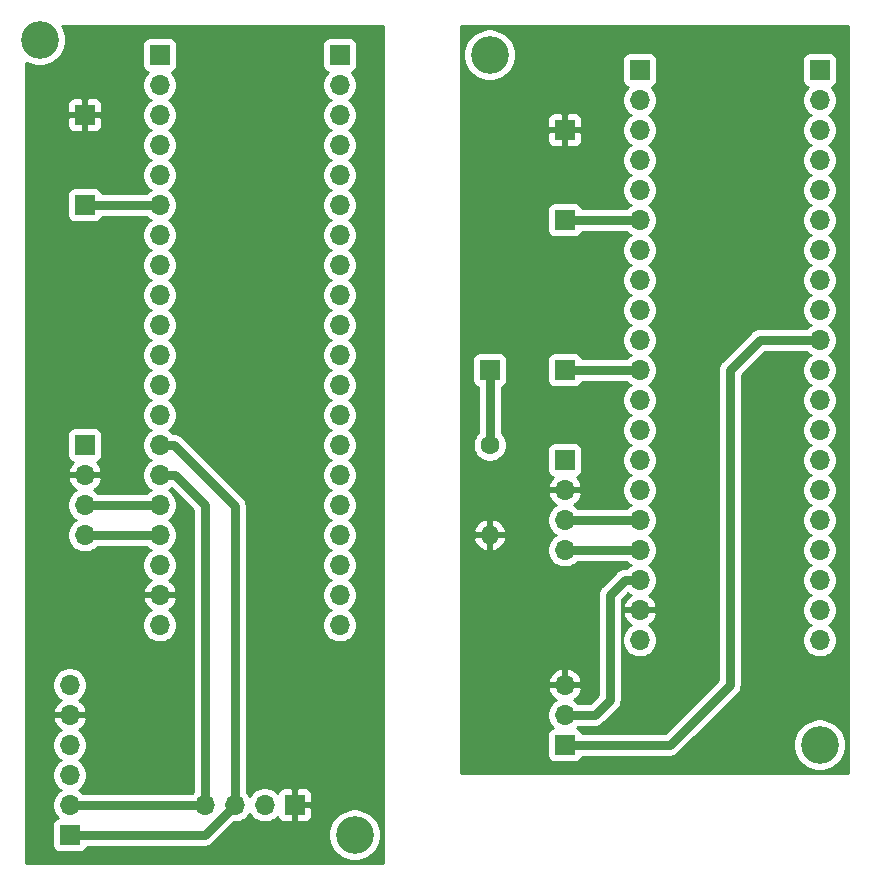
<source format=gbr>
%TF.GenerationSoftware,KiCad,Pcbnew,5.1.10-88a1d61d58~90~ubuntu20.04.1*%
%TF.CreationDate,2021-11-30T21:16:31+09:00*%
%TF.ProjectId,auto-headlight-control-system,6175746f-2d68-4656-9164-6c696768742d,rev?*%
%TF.SameCoordinates,Original*%
%TF.FileFunction,Copper,L1,Top*%
%TF.FilePolarity,Positive*%
%FSLAX46Y46*%
G04 Gerber Fmt 4.6, Leading zero omitted, Abs format (unit mm)*
G04 Created by KiCad (PCBNEW 5.1.10-88a1d61d58~90~ubuntu20.04.1) date 2021-11-30 21:16:31*
%MOMM*%
%LPD*%
G01*
G04 APERTURE LIST*
%TA.AperFunction,ComponentPad*%
%ADD10O,1.700000X1.700000*%
%TD*%
%TA.AperFunction,ComponentPad*%
%ADD11R,1.700000X1.700000*%
%TD*%
%TA.AperFunction,ComponentPad*%
%ADD12C,3.200000*%
%TD*%
%TA.AperFunction,ComponentPad*%
%ADD13C,1.600000*%
%TD*%
%TA.AperFunction,ComponentPad*%
%ADD14O,1.600000X1.600000*%
%TD*%
%TA.AperFunction,Conductor*%
%ADD15C,0.750000*%
%TD*%
%TA.AperFunction,Conductor*%
%ADD16C,0.254000*%
%TD*%
%TA.AperFunction,Conductor*%
%ADD17C,0.100000*%
%TD*%
G04 APERTURE END LIST*
D10*
%TO.P,U2,20*%
%TO.N,Net-(U2-Pad20)*%
X78740000Y-87630000D03*
%TO.P,U2,19*%
%TO.N,Net-(U2-Pad19)*%
X78740000Y-85090000D03*
%TO.P,U2,18*%
%TO.N,Net-(U2-Pad18)*%
X78740000Y-82550000D03*
%TO.P,U2,17*%
%TO.N,Net-(U2-Pad17)*%
X78740000Y-80010000D03*
%TO.P,U2,16*%
%TO.N,Net-(U2-Pad16)*%
X78740000Y-77470000D03*
%TO.P,U2,15*%
%TO.N,Net-(U2-Pad15)*%
X78740000Y-74930000D03*
%TO.P,U2,14*%
%TO.N,Net-(U2-Pad14)*%
X78740000Y-72390000D03*
%TO.P,U2,13*%
%TO.N,Net-(U2-Pad13)*%
X78740000Y-69850000D03*
%TO.P,U2,12*%
%TO.N,Net-(U2-Pad12)*%
X78740000Y-67310000D03*
%TO.P,U2,11*%
%TO.N,Net-(U2-Pad11)*%
X78740000Y-64770000D03*
%TO.P,U2,10*%
%TO.N,Net-(U2-Pad10)*%
X78740000Y-62230000D03*
%TO.P,U2,9*%
%TO.N,Net-(U2-Pad9)*%
X78740000Y-59690000D03*
%TO.P,U2,8*%
%TO.N,Net-(U2-Pad8)*%
X78740000Y-57150000D03*
%TO.P,U2,7*%
%TO.N,Net-(U2-Pad7)*%
X78740000Y-54610000D03*
%TO.P,U2,6*%
%TO.N,Net-(U2-Pad6)*%
X78740000Y-52070000D03*
%TO.P,U2,5*%
%TO.N,Net-(U2-Pad5)*%
X78740000Y-49530000D03*
%TO.P,U2,4*%
%TO.N,Net-(U2-Pad4)*%
X78740000Y-46990000D03*
%TO.P,U2,3*%
%TO.N,Net-(U2-Pad3)*%
X78740000Y-44450000D03*
%TO.P,U2,2*%
%TO.N,Net-(U2-Pad2)*%
X78740000Y-41910000D03*
D11*
%TO.P,U2,1*%
%TO.N,Net-(U2-Pad1)*%
X78740000Y-39370000D03*
%TD*%
D12*
%TO.P, ,1*%
%TO.N,N/C*%
X53340000Y-38100000D03*
%TD*%
%TO.P, ,1*%
%TO.N,N/C*%
X80010000Y-105410000D03*
%TD*%
D11*
%TO.P,J2,1*%
%TO.N,GND_1*%
X57150000Y-44450000D03*
%TD*%
D10*
%TO.P,T1,4*%
%TO.N,CAN_TX_1*%
X57150000Y-80010000D03*
%TO.P,T1,3*%
%TO.N,CAN_RX_1*%
X57150000Y-77470000D03*
%TO.P,T1,2*%
%TO.N,GND_1*%
X57150000Y-74930000D03*
D11*
%TO.P,T1,1*%
%TO.N,3V3_1*%
X57150000Y-72390000D03*
%TD*%
%TO.P,S2,1*%
%TO.N,GND_1*%
X74930000Y-102870000D03*
D10*
%TO.P,S2,2*%
%TO.N,3V3_1*%
X72390000Y-102870000D03*
%TO.P,S2,3*%
%TO.N,SCL*%
X69850000Y-102870000D03*
%TO.P,S2,4*%
%TO.N,SDA*%
X67310000Y-102870000D03*
%TD*%
D11*
%TO.P,U1,1*%
%TO.N,Net-(U1-Pad1)*%
X63500000Y-39370000D03*
D10*
%TO.P,U1,2*%
%TO.N,Net-(U1-Pad2)*%
X63500000Y-41910000D03*
%TO.P,U1,3*%
%TO.N,Net-(U1-Pad3)*%
X63500000Y-44450000D03*
%TO.P,U1,4*%
%TO.N,Net-(U1-Pad4)*%
X63500000Y-46990000D03*
%TO.P,U1,5*%
%TO.N,Net-(U1-Pad5)*%
X63500000Y-49530000D03*
%TO.P,U1,6*%
%TO.N,Serial_Tx_1*%
X63500000Y-52070000D03*
%TO.P,U1,7*%
%TO.N,Net-(U1-Pad7)*%
X63500000Y-54610000D03*
%TO.P,U1,8*%
%TO.N,Net-(U1-Pad8)*%
X63500000Y-57150000D03*
%TO.P,U1,9*%
%TO.N,Net-(U1-Pad9)*%
X63500000Y-59690000D03*
%TO.P,U1,10*%
%TO.N,Net-(U1-Pad10)*%
X63500000Y-62230000D03*
%TO.P,U1,11*%
%TO.N,Net-(U1-Pad11)*%
X63500000Y-64770000D03*
%TO.P,U1,12*%
%TO.N,Net-(U1-Pad12)*%
X63500000Y-67310000D03*
%TO.P,U1,13*%
%TO.N,Net-(U1-Pad13)*%
X63500000Y-69850000D03*
%TO.P,U1,14*%
%TO.N,SCL*%
X63500000Y-72390000D03*
%TO.P,U1,15*%
%TO.N,SDA*%
X63500000Y-74930000D03*
%TO.P,U1,16*%
%TO.N,CAN_RX_1*%
X63500000Y-77470000D03*
%TO.P,U1,17*%
%TO.N,CAN_TX_1*%
X63500000Y-80010000D03*
%TO.P,U1,18*%
%TO.N,Net-(U1-Pad18)*%
X63500000Y-82550000D03*
%TO.P,U1,19*%
%TO.N,GND_1*%
X63500000Y-85090000D03*
%TO.P,U1,20*%
%TO.N,3V3_1*%
X63500000Y-87630000D03*
%TD*%
D11*
%TO.P,S1,1*%
%TO.N,SCL*%
X55880000Y-105410000D03*
D10*
%TO.P,S1,2*%
%TO.N,SDA*%
X55880000Y-102870000D03*
%TO.P,S1,3*%
%TO.N,Net-(S1-Pad3)*%
X55880000Y-100330000D03*
%TO.P,S1,4*%
%TO.N,Net-(S1-Pad4)*%
X55880000Y-97790000D03*
%TO.P,S1,5*%
%TO.N,GND_1*%
X55880000Y-95250000D03*
%TO.P,S1,6*%
%TO.N,3V3_1*%
X55880000Y-92710000D03*
%TD*%
D11*
%TO.P,J1,1*%
%TO.N,Serial_Tx_1*%
X57150000Y-52070000D03*
%TD*%
%TO.P,D2,1*%
%TO.N,Net-(D2-Pad1)*%
X91440000Y-66040000D03*
%TD*%
D12*
%TO.P, ,1*%
%TO.N,N/C*%
X119380000Y-97790000D03*
%TD*%
D11*
%TO.P,U3,1*%
%TO.N,Net-(U3-Pad1)*%
X104140000Y-40640000D03*
D10*
%TO.P,U3,2*%
%TO.N,Net-(U3-Pad2)*%
X104140000Y-43180000D03*
%TO.P,U3,3*%
%TO.N,Net-(U3-Pad3)*%
X104140000Y-45720000D03*
%TO.P,U3,4*%
%TO.N,Net-(U3-Pad4)*%
X104140000Y-48260000D03*
%TO.P,U3,5*%
%TO.N,Net-(U3-Pad5)*%
X104140000Y-50800000D03*
%TO.P,U3,6*%
%TO.N,Serial_Tx_2*%
X104140000Y-53340000D03*
%TO.P,U3,7*%
%TO.N,Net-(U3-Pad7)*%
X104140000Y-55880000D03*
%TO.P,U3,8*%
%TO.N,Net-(U3-Pad8)*%
X104140000Y-58420000D03*
%TO.P,U3,9*%
%TO.N,Net-(U3-Pad9)*%
X104140000Y-60960000D03*
%TO.P,U3,10*%
%TO.N,Net-(U3-Pad10)*%
X104140000Y-63500000D03*
%TO.P,U3,11*%
%TO.N,Net-(D1-Pad1)*%
X104140000Y-66040000D03*
%TO.P,U3,12*%
%TO.N,Net-(U3-Pad12)*%
X104140000Y-68580000D03*
%TO.P,U3,13*%
%TO.N,Net-(U3-Pad13)*%
X104140000Y-71120000D03*
%TO.P,U3,14*%
%TO.N,Net-(U3-Pad14)*%
X104140000Y-73660000D03*
%TO.P,U3,15*%
%TO.N,Net-(U3-Pad15)*%
X104140000Y-76200000D03*
%TO.P,U3,16*%
%TO.N,CAN_RX_2*%
X104140000Y-78740000D03*
%TO.P,U3,17*%
%TO.N,CAN_TX_2*%
X104140000Y-81280000D03*
%TO.P,U3,18*%
%TO.N,5V*%
X104140000Y-83820000D03*
%TO.P,U3,19*%
%TO.N,GND_2*%
X104140000Y-86360000D03*
%TO.P,U3,20*%
%TO.N,3V3_2*%
X104140000Y-88900000D03*
%TD*%
D11*
%TO.P,J4,1*%
%TO.N,GND_2*%
X97790000Y-45720000D03*
%TD*%
D13*
%TO.P,R1,1*%
%TO.N,Net-(D2-Pad1)*%
X91440000Y-72390000D03*
D14*
%TO.P,R1,2*%
%TO.N,GND_2*%
X91440000Y-80010000D03*
%TD*%
D10*
%TO.P,U4,20*%
%TO.N,Net-(U4-Pad20)*%
X119380000Y-88900000D03*
%TO.P,U4,19*%
%TO.N,Net-(U4-Pad19)*%
X119380000Y-86360000D03*
%TO.P,U4,18*%
%TO.N,Net-(U4-Pad18)*%
X119380000Y-83820000D03*
%TO.P,U4,17*%
%TO.N,Net-(U4-Pad17)*%
X119380000Y-81280000D03*
%TO.P,U4,16*%
%TO.N,Net-(U4-Pad16)*%
X119380000Y-78740000D03*
%TO.P,U4,15*%
%TO.N,Net-(U4-Pad15)*%
X119380000Y-76200000D03*
%TO.P,U4,14*%
%TO.N,Net-(U4-Pad14)*%
X119380000Y-73660000D03*
%TO.P,U4,13*%
%TO.N,Net-(U4-Pad13)*%
X119380000Y-71120000D03*
%TO.P,U4,12*%
%TO.N,Net-(U4-Pad12)*%
X119380000Y-68580000D03*
%TO.P,U4,11*%
%TO.N,Net-(U4-Pad11)*%
X119380000Y-66040000D03*
%TO.P,U4,10*%
%TO.N,PWM*%
X119380000Y-63500000D03*
%TO.P,U4,9*%
%TO.N,Net-(U4-Pad9)*%
X119380000Y-60960000D03*
%TO.P,U4,8*%
%TO.N,Net-(U4-Pad8)*%
X119380000Y-58420000D03*
%TO.P,U4,7*%
%TO.N,Net-(U4-Pad7)*%
X119380000Y-55880000D03*
%TO.P,U4,6*%
%TO.N,Net-(U4-Pad6)*%
X119380000Y-53340000D03*
%TO.P,U4,5*%
%TO.N,Net-(U4-Pad5)*%
X119380000Y-50800000D03*
%TO.P,U4,4*%
%TO.N,Net-(U4-Pad4)*%
X119380000Y-48260000D03*
%TO.P,U4,3*%
%TO.N,Net-(U4-Pad3)*%
X119380000Y-45720000D03*
%TO.P,U4,2*%
%TO.N,Net-(U4-Pad2)*%
X119380000Y-43180000D03*
D11*
%TO.P,U4,1*%
%TO.N,Net-(U4-Pad1)*%
X119380000Y-40640000D03*
%TD*%
%TO.P,J3,1*%
%TO.N,Serial_Tx_2*%
X97790000Y-53340000D03*
%TD*%
%TO.P,T2,1*%
%TO.N,3V3_2*%
X97790000Y-73660000D03*
D10*
%TO.P,T2,2*%
%TO.N,GND_2*%
X97790000Y-76200000D03*
%TO.P,T2,3*%
%TO.N,CAN_RX_2*%
X97790000Y-78740000D03*
%TO.P,T2,4*%
%TO.N,CAN_TX_2*%
X97790000Y-81280000D03*
%TD*%
D11*
%TO.P,M1,1*%
%TO.N,PWM*%
X97790000Y-97790000D03*
D10*
%TO.P,M1,2*%
%TO.N,5V*%
X97790000Y-95250000D03*
%TO.P,M1,3*%
%TO.N,GND_2*%
X97790000Y-92710000D03*
%TD*%
D11*
%TO.P,D1,1*%
%TO.N,Net-(D1-Pad1)*%
X97790000Y-66040000D03*
%TD*%
D12*
%TO.P, ,1*%
%TO.N,N/C*%
X91440000Y-39370000D03*
%TD*%
D15*
%TO.N,Net-(D1-Pad1)*%
X97790000Y-66040000D02*
X104140000Y-66040000D01*
%TO.N,Net-(D2-Pad1)*%
X91440000Y-66040000D02*
X91440000Y-72390000D01*
%TO.N,PWM*%
X111760000Y-92710000D02*
X111760000Y-66040000D01*
X97790000Y-97790000D02*
X106680000Y-97790000D01*
X106680000Y-97790000D02*
X111760000Y-92710000D01*
X111760000Y-66040000D02*
X114300000Y-63500000D01*
X114300000Y-63500000D02*
X119380000Y-63500000D01*
%TO.N,SCL*%
X69850000Y-77537919D02*
X69850000Y-102870000D01*
X64702081Y-72390000D02*
X69850000Y-77537919D01*
X69850000Y-102870000D02*
X67310000Y-105410000D01*
X67310000Y-105410000D02*
X55880000Y-105410000D01*
X63500000Y-72390000D02*
X64702081Y-72390000D01*
%TO.N,SDA*%
X67310000Y-77470000D02*
X64770000Y-74930000D01*
X64770000Y-74930000D02*
X63500000Y-74930000D01*
X67310000Y-102870000D02*
X67310000Y-77470000D01*
X55880000Y-102870000D02*
X67310000Y-102870000D01*
%TO.N,CAN_RX_1*%
X57150000Y-77470000D02*
X63500000Y-77470000D01*
%TO.N,CAN_TX_1*%
X63500000Y-80010000D02*
X57150000Y-80010000D01*
%TO.N,CAN_TX_2*%
X97790000Y-81280000D02*
X104140000Y-81280000D01*
%TO.N,CAN_RX_2*%
X97790000Y-78740000D02*
X104140000Y-78740000D01*
%TO.N,5V*%
X101600000Y-93980000D02*
X100330000Y-95250000D01*
X100330000Y-95250000D02*
X97790000Y-95250000D01*
X101600000Y-85090000D02*
X101600000Y-93980000D01*
X102870000Y-83820000D02*
X101600000Y-85090000D01*
X104140000Y-83820000D02*
X102870000Y-83820000D01*
%TO.N,Serial_Tx_1*%
X57150000Y-52070000D02*
X63500000Y-52070000D01*
%TO.N,Serial_Tx_2*%
X97790000Y-53340000D02*
X104140000Y-53340000D01*
%TD*%
D16*
%TO.N,GND_2*%
X121793000Y-100203000D02*
X89027000Y-100203000D01*
X89027000Y-92353110D01*
X96348524Y-92353110D01*
X96469845Y-92583000D01*
X97663000Y-92583000D01*
X97663000Y-91389186D01*
X97917000Y-91389186D01*
X97917000Y-92583000D01*
X99110155Y-92583000D01*
X99231476Y-92353110D01*
X99186825Y-92205901D01*
X99061641Y-91943080D01*
X98887588Y-91709731D01*
X98671355Y-91514822D01*
X98421252Y-91365843D01*
X98146891Y-91268519D01*
X97917000Y-91389186D01*
X97663000Y-91389186D01*
X97433109Y-91268519D01*
X97158748Y-91365843D01*
X96908645Y-91514822D01*
X96692412Y-91709731D01*
X96518359Y-91943080D01*
X96393175Y-92205901D01*
X96348524Y-92353110D01*
X89027000Y-92353110D01*
X89027000Y-80359040D01*
X90048091Y-80359040D01*
X90142930Y-80623881D01*
X90287615Y-80865131D01*
X90476586Y-81073519D01*
X90702580Y-81241037D01*
X90956913Y-81361246D01*
X91090961Y-81401904D01*
X91313000Y-81279915D01*
X91313000Y-80137000D01*
X91567000Y-80137000D01*
X91567000Y-81279915D01*
X91789039Y-81401904D01*
X91923087Y-81361246D01*
X92177420Y-81241037D01*
X92403414Y-81073519D01*
X92592385Y-80865131D01*
X92737070Y-80623881D01*
X92831909Y-80359040D01*
X92710624Y-80137000D01*
X91567000Y-80137000D01*
X91313000Y-80137000D01*
X90169376Y-80137000D01*
X90048091Y-80359040D01*
X89027000Y-80359040D01*
X89027000Y-79660960D01*
X90048091Y-79660960D01*
X90169376Y-79883000D01*
X91313000Y-79883000D01*
X91313000Y-78740085D01*
X91567000Y-78740085D01*
X91567000Y-79883000D01*
X92710624Y-79883000D01*
X92831909Y-79660960D01*
X92737070Y-79396119D01*
X92592385Y-79154869D01*
X92403414Y-78946481D01*
X92177420Y-78778963D01*
X91923087Y-78658754D01*
X91789039Y-78618096D01*
X91567000Y-78740085D01*
X91313000Y-78740085D01*
X91090961Y-78618096D01*
X90956913Y-78658754D01*
X90702580Y-78778963D01*
X90476586Y-78946481D01*
X90287615Y-79154869D01*
X90142930Y-79396119D01*
X90048091Y-79660960D01*
X89027000Y-79660960D01*
X89027000Y-65190000D01*
X89951928Y-65190000D01*
X89951928Y-66890000D01*
X89964188Y-67014482D01*
X90000498Y-67134180D01*
X90059463Y-67244494D01*
X90138815Y-67341185D01*
X90235506Y-67420537D01*
X90345820Y-67479502D01*
X90430000Y-67505038D01*
X90430001Y-71370603D01*
X90325363Y-71475241D01*
X90168320Y-71710273D01*
X90060147Y-71971426D01*
X90005000Y-72248665D01*
X90005000Y-72531335D01*
X90060147Y-72808574D01*
X90168320Y-73069727D01*
X90325363Y-73304759D01*
X90525241Y-73504637D01*
X90760273Y-73661680D01*
X91021426Y-73769853D01*
X91298665Y-73825000D01*
X91581335Y-73825000D01*
X91858574Y-73769853D01*
X92119727Y-73661680D01*
X92354759Y-73504637D01*
X92554637Y-73304759D01*
X92711680Y-73069727D01*
X92819262Y-72810000D01*
X96301928Y-72810000D01*
X96301928Y-74510000D01*
X96314188Y-74634482D01*
X96350498Y-74754180D01*
X96409463Y-74864494D01*
X96488815Y-74961185D01*
X96585506Y-75040537D01*
X96695820Y-75099502D01*
X96776466Y-75123966D01*
X96692412Y-75199731D01*
X96518359Y-75433080D01*
X96393175Y-75695901D01*
X96348524Y-75843110D01*
X96469845Y-76073000D01*
X97663000Y-76073000D01*
X97663000Y-76053000D01*
X97917000Y-76053000D01*
X97917000Y-76073000D01*
X99110155Y-76073000D01*
X99231476Y-75843110D01*
X99186825Y-75695901D01*
X99061641Y-75433080D01*
X98887588Y-75199731D01*
X98803534Y-75123966D01*
X98884180Y-75099502D01*
X98994494Y-75040537D01*
X99091185Y-74961185D01*
X99170537Y-74864494D01*
X99229502Y-74754180D01*
X99265812Y-74634482D01*
X99278072Y-74510000D01*
X99278072Y-72810000D01*
X99265812Y-72685518D01*
X99229502Y-72565820D01*
X99170537Y-72455506D01*
X99091185Y-72358815D01*
X98994494Y-72279463D01*
X98884180Y-72220498D01*
X98764482Y-72184188D01*
X98640000Y-72171928D01*
X96940000Y-72171928D01*
X96815518Y-72184188D01*
X96695820Y-72220498D01*
X96585506Y-72279463D01*
X96488815Y-72358815D01*
X96409463Y-72455506D01*
X96350498Y-72565820D01*
X96314188Y-72685518D01*
X96301928Y-72810000D01*
X92819262Y-72810000D01*
X92819853Y-72808574D01*
X92875000Y-72531335D01*
X92875000Y-72248665D01*
X92819853Y-71971426D01*
X92711680Y-71710273D01*
X92554637Y-71475241D01*
X92450000Y-71370604D01*
X92450000Y-67505038D01*
X92534180Y-67479502D01*
X92644494Y-67420537D01*
X92741185Y-67341185D01*
X92820537Y-67244494D01*
X92879502Y-67134180D01*
X92915812Y-67014482D01*
X92928072Y-66890000D01*
X92928072Y-65190000D01*
X92915812Y-65065518D01*
X92879502Y-64945820D01*
X92820537Y-64835506D01*
X92741185Y-64738815D01*
X92644494Y-64659463D01*
X92534180Y-64600498D01*
X92414482Y-64564188D01*
X92290000Y-64551928D01*
X90590000Y-64551928D01*
X90465518Y-64564188D01*
X90345820Y-64600498D01*
X90235506Y-64659463D01*
X90138815Y-64738815D01*
X90059463Y-64835506D01*
X90000498Y-64945820D01*
X89964188Y-65065518D01*
X89951928Y-65190000D01*
X89027000Y-65190000D01*
X89027000Y-52490000D01*
X96301928Y-52490000D01*
X96301928Y-54190000D01*
X96314188Y-54314482D01*
X96350498Y-54434180D01*
X96409463Y-54544494D01*
X96488815Y-54641185D01*
X96585506Y-54720537D01*
X96695820Y-54779502D01*
X96815518Y-54815812D01*
X96940000Y-54828072D01*
X98640000Y-54828072D01*
X98764482Y-54815812D01*
X98884180Y-54779502D01*
X98994494Y-54720537D01*
X99091185Y-54641185D01*
X99170537Y-54544494D01*
X99229502Y-54434180D01*
X99255038Y-54350000D01*
X103049893Y-54350000D01*
X103193368Y-54493475D01*
X103367760Y-54610000D01*
X103193368Y-54726525D01*
X102986525Y-54933368D01*
X102824010Y-55176589D01*
X102712068Y-55446842D01*
X102655000Y-55733740D01*
X102655000Y-56026260D01*
X102712068Y-56313158D01*
X102824010Y-56583411D01*
X102986525Y-56826632D01*
X103193368Y-57033475D01*
X103367760Y-57150000D01*
X103193368Y-57266525D01*
X102986525Y-57473368D01*
X102824010Y-57716589D01*
X102712068Y-57986842D01*
X102655000Y-58273740D01*
X102655000Y-58566260D01*
X102712068Y-58853158D01*
X102824010Y-59123411D01*
X102986525Y-59366632D01*
X103193368Y-59573475D01*
X103367760Y-59690000D01*
X103193368Y-59806525D01*
X102986525Y-60013368D01*
X102824010Y-60256589D01*
X102712068Y-60526842D01*
X102655000Y-60813740D01*
X102655000Y-61106260D01*
X102712068Y-61393158D01*
X102824010Y-61663411D01*
X102986525Y-61906632D01*
X103193368Y-62113475D01*
X103367760Y-62230000D01*
X103193368Y-62346525D01*
X102986525Y-62553368D01*
X102824010Y-62796589D01*
X102712068Y-63066842D01*
X102655000Y-63353740D01*
X102655000Y-63646260D01*
X102712068Y-63933158D01*
X102824010Y-64203411D01*
X102986525Y-64446632D01*
X103193368Y-64653475D01*
X103367760Y-64770000D01*
X103193368Y-64886525D01*
X103049893Y-65030000D01*
X99255038Y-65030000D01*
X99229502Y-64945820D01*
X99170537Y-64835506D01*
X99091185Y-64738815D01*
X98994494Y-64659463D01*
X98884180Y-64600498D01*
X98764482Y-64564188D01*
X98640000Y-64551928D01*
X96940000Y-64551928D01*
X96815518Y-64564188D01*
X96695820Y-64600498D01*
X96585506Y-64659463D01*
X96488815Y-64738815D01*
X96409463Y-64835506D01*
X96350498Y-64945820D01*
X96314188Y-65065518D01*
X96301928Y-65190000D01*
X96301928Y-66890000D01*
X96314188Y-67014482D01*
X96350498Y-67134180D01*
X96409463Y-67244494D01*
X96488815Y-67341185D01*
X96585506Y-67420537D01*
X96695820Y-67479502D01*
X96815518Y-67515812D01*
X96940000Y-67528072D01*
X98640000Y-67528072D01*
X98764482Y-67515812D01*
X98884180Y-67479502D01*
X98994494Y-67420537D01*
X99091185Y-67341185D01*
X99170537Y-67244494D01*
X99229502Y-67134180D01*
X99255038Y-67050000D01*
X103049893Y-67050000D01*
X103193368Y-67193475D01*
X103367760Y-67310000D01*
X103193368Y-67426525D01*
X102986525Y-67633368D01*
X102824010Y-67876589D01*
X102712068Y-68146842D01*
X102655000Y-68433740D01*
X102655000Y-68726260D01*
X102712068Y-69013158D01*
X102824010Y-69283411D01*
X102986525Y-69526632D01*
X103193368Y-69733475D01*
X103367760Y-69850000D01*
X103193368Y-69966525D01*
X102986525Y-70173368D01*
X102824010Y-70416589D01*
X102712068Y-70686842D01*
X102655000Y-70973740D01*
X102655000Y-71266260D01*
X102712068Y-71553158D01*
X102824010Y-71823411D01*
X102986525Y-72066632D01*
X103193368Y-72273475D01*
X103367760Y-72390000D01*
X103193368Y-72506525D01*
X102986525Y-72713368D01*
X102824010Y-72956589D01*
X102712068Y-73226842D01*
X102655000Y-73513740D01*
X102655000Y-73806260D01*
X102712068Y-74093158D01*
X102824010Y-74363411D01*
X102986525Y-74606632D01*
X103193368Y-74813475D01*
X103367760Y-74930000D01*
X103193368Y-75046525D01*
X102986525Y-75253368D01*
X102824010Y-75496589D01*
X102712068Y-75766842D01*
X102655000Y-76053740D01*
X102655000Y-76346260D01*
X102712068Y-76633158D01*
X102824010Y-76903411D01*
X102986525Y-77146632D01*
X103193368Y-77353475D01*
X103367760Y-77470000D01*
X103193368Y-77586525D01*
X103049893Y-77730000D01*
X98880107Y-77730000D01*
X98736632Y-77586525D01*
X98554466Y-77464805D01*
X98671355Y-77395178D01*
X98887588Y-77200269D01*
X99061641Y-76966920D01*
X99186825Y-76704099D01*
X99231476Y-76556890D01*
X99110155Y-76327000D01*
X97917000Y-76327000D01*
X97917000Y-76347000D01*
X97663000Y-76347000D01*
X97663000Y-76327000D01*
X96469845Y-76327000D01*
X96348524Y-76556890D01*
X96393175Y-76704099D01*
X96518359Y-76966920D01*
X96692412Y-77200269D01*
X96908645Y-77395178D01*
X97025534Y-77464805D01*
X96843368Y-77586525D01*
X96636525Y-77793368D01*
X96474010Y-78036589D01*
X96362068Y-78306842D01*
X96305000Y-78593740D01*
X96305000Y-78886260D01*
X96362068Y-79173158D01*
X96474010Y-79443411D01*
X96636525Y-79686632D01*
X96843368Y-79893475D01*
X97017760Y-80010000D01*
X96843368Y-80126525D01*
X96636525Y-80333368D01*
X96474010Y-80576589D01*
X96362068Y-80846842D01*
X96305000Y-81133740D01*
X96305000Y-81426260D01*
X96362068Y-81713158D01*
X96474010Y-81983411D01*
X96636525Y-82226632D01*
X96843368Y-82433475D01*
X97086589Y-82595990D01*
X97356842Y-82707932D01*
X97643740Y-82765000D01*
X97936260Y-82765000D01*
X98223158Y-82707932D01*
X98493411Y-82595990D01*
X98736632Y-82433475D01*
X98880107Y-82290000D01*
X103049893Y-82290000D01*
X103193368Y-82433475D01*
X103367760Y-82550000D01*
X103193368Y-82666525D01*
X103049893Y-82810000D01*
X102919604Y-82810000D01*
X102869999Y-82805114D01*
X102820394Y-82810000D01*
X102820392Y-82810000D01*
X102672006Y-82824615D01*
X102481620Y-82882368D01*
X102306160Y-82976153D01*
X102152367Y-83102367D01*
X102120739Y-83140906D01*
X100920906Y-84340739D01*
X100882367Y-84372367D01*
X100756153Y-84526160D01*
X100662369Y-84701620D01*
X100662368Y-84701621D01*
X100604615Y-84892006D01*
X100585114Y-85090000D01*
X100590000Y-85139608D01*
X100590001Y-93561644D01*
X99911645Y-94240000D01*
X98880107Y-94240000D01*
X98736632Y-94096525D01*
X98554466Y-93974805D01*
X98671355Y-93905178D01*
X98887588Y-93710269D01*
X99061641Y-93476920D01*
X99186825Y-93214099D01*
X99231476Y-93066890D01*
X99110155Y-92837000D01*
X97917000Y-92837000D01*
X97917000Y-92857000D01*
X97663000Y-92857000D01*
X97663000Y-92837000D01*
X96469845Y-92837000D01*
X96348524Y-93066890D01*
X96393175Y-93214099D01*
X96518359Y-93476920D01*
X96692412Y-93710269D01*
X96908645Y-93905178D01*
X97025534Y-93974805D01*
X96843368Y-94096525D01*
X96636525Y-94303368D01*
X96474010Y-94546589D01*
X96362068Y-94816842D01*
X96305000Y-95103740D01*
X96305000Y-95396260D01*
X96362068Y-95683158D01*
X96474010Y-95953411D01*
X96636525Y-96196632D01*
X96768380Y-96328487D01*
X96695820Y-96350498D01*
X96585506Y-96409463D01*
X96488815Y-96488815D01*
X96409463Y-96585506D01*
X96350498Y-96695820D01*
X96314188Y-96815518D01*
X96301928Y-96940000D01*
X96301928Y-98640000D01*
X96314188Y-98764482D01*
X96350498Y-98884180D01*
X96409463Y-98994494D01*
X96488815Y-99091185D01*
X96585506Y-99170537D01*
X96695820Y-99229502D01*
X96815518Y-99265812D01*
X96940000Y-99278072D01*
X98640000Y-99278072D01*
X98764482Y-99265812D01*
X98884180Y-99229502D01*
X98994494Y-99170537D01*
X99091185Y-99091185D01*
X99170537Y-98994494D01*
X99229502Y-98884180D01*
X99255038Y-98800000D01*
X106630392Y-98800000D01*
X106680000Y-98804886D01*
X106877994Y-98785385D01*
X106946902Y-98764482D01*
X107068380Y-98727632D01*
X107243840Y-98633847D01*
X107397633Y-98507633D01*
X107429261Y-98469094D01*
X108328483Y-97569872D01*
X117145000Y-97569872D01*
X117145000Y-98010128D01*
X117230890Y-98441925D01*
X117399369Y-98848669D01*
X117643962Y-99214729D01*
X117955271Y-99526038D01*
X118321331Y-99770631D01*
X118728075Y-99939110D01*
X119159872Y-100025000D01*
X119600128Y-100025000D01*
X120031925Y-99939110D01*
X120438669Y-99770631D01*
X120804729Y-99526038D01*
X121116038Y-99214729D01*
X121360631Y-98848669D01*
X121529110Y-98441925D01*
X121615000Y-98010128D01*
X121615000Y-97569872D01*
X121529110Y-97138075D01*
X121360631Y-96731331D01*
X121116038Y-96365271D01*
X120804729Y-96053962D01*
X120438669Y-95809369D01*
X120031925Y-95640890D01*
X119600128Y-95555000D01*
X119159872Y-95555000D01*
X118728075Y-95640890D01*
X118321331Y-95809369D01*
X117955271Y-96053962D01*
X117643962Y-96365271D01*
X117399369Y-96731331D01*
X117230890Y-97138075D01*
X117145000Y-97569872D01*
X108328483Y-97569872D01*
X112439100Y-93459256D01*
X112477633Y-93427633D01*
X112603847Y-93273840D01*
X112697632Y-93098380D01*
X112755385Y-92907994D01*
X112770000Y-92759608D01*
X112770000Y-92759607D01*
X112774886Y-92710000D01*
X112770000Y-92660392D01*
X112770000Y-66458355D01*
X114718356Y-64510000D01*
X118289893Y-64510000D01*
X118433368Y-64653475D01*
X118607760Y-64770000D01*
X118433368Y-64886525D01*
X118226525Y-65093368D01*
X118064010Y-65336589D01*
X117952068Y-65606842D01*
X117895000Y-65893740D01*
X117895000Y-66186260D01*
X117952068Y-66473158D01*
X118064010Y-66743411D01*
X118226525Y-66986632D01*
X118433368Y-67193475D01*
X118607760Y-67310000D01*
X118433368Y-67426525D01*
X118226525Y-67633368D01*
X118064010Y-67876589D01*
X117952068Y-68146842D01*
X117895000Y-68433740D01*
X117895000Y-68726260D01*
X117952068Y-69013158D01*
X118064010Y-69283411D01*
X118226525Y-69526632D01*
X118433368Y-69733475D01*
X118607760Y-69850000D01*
X118433368Y-69966525D01*
X118226525Y-70173368D01*
X118064010Y-70416589D01*
X117952068Y-70686842D01*
X117895000Y-70973740D01*
X117895000Y-71266260D01*
X117952068Y-71553158D01*
X118064010Y-71823411D01*
X118226525Y-72066632D01*
X118433368Y-72273475D01*
X118607760Y-72390000D01*
X118433368Y-72506525D01*
X118226525Y-72713368D01*
X118064010Y-72956589D01*
X117952068Y-73226842D01*
X117895000Y-73513740D01*
X117895000Y-73806260D01*
X117952068Y-74093158D01*
X118064010Y-74363411D01*
X118226525Y-74606632D01*
X118433368Y-74813475D01*
X118607760Y-74930000D01*
X118433368Y-75046525D01*
X118226525Y-75253368D01*
X118064010Y-75496589D01*
X117952068Y-75766842D01*
X117895000Y-76053740D01*
X117895000Y-76346260D01*
X117952068Y-76633158D01*
X118064010Y-76903411D01*
X118226525Y-77146632D01*
X118433368Y-77353475D01*
X118607760Y-77470000D01*
X118433368Y-77586525D01*
X118226525Y-77793368D01*
X118064010Y-78036589D01*
X117952068Y-78306842D01*
X117895000Y-78593740D01*
X117895000Y-78886260D01*
X117952068Y-79173158D01*
X118064010Y-79443411D01*
X118226525Y-79686632D01*
X118433368Y-79893475D01*
X118607760Y-80010000D01*
X118433368Y-80126525D01*
X118226525Y-80333368D01*
X118064010Y-80576589D01*
X117952068Y-80846842D01*
X117895000Y-81133740D01*
X117895000Y-81426260D01*
X117952068Y-81713158D01*
X118064010Y-81983411D01*
X118226525Y-82226632D01*
X118433368Y-82433475D01*
X118607760Y-82550000D01*
X118433368Y-82666525D01*
X118226525Y-82873368D01*
X118064010Y-83116589D01*
X117952068Y-83386842D01*
X117895000Y-83673740D01*
X117895000Y-83966260D01*
X117952068Y-84253158D01*
X118064010Y-84523411D01*
X118226525Y-84766632D01*
X118433368Y-84973475D01*
X118607760Y-85090000D01*
X118433368Y-85206525D01*
X118226525Y-85413368D01*
X118064010Y-85656589D01*
X117952068Y-85926842D01*
X117895000Y-86213740D01*
X117895000Y-86506260D01*
X117952068Y-86793158D01*
X118064010Y-87063411D01*
X118226525Y-87306632D01*
X118433368Y-87513475D01*
X118607760Y-87630000D01*
X118433368Y-87746525D01*
X118226525Y-87953368D01*
X118064010Y-88196589D01*
X117952068Y-88466842D01*
X117895000Y-88753740D01*
X117895000Y-89046260D01*
X117952068Y-89333158D01*
X118064010Y-89603411D01*
X118226525Y-89846632D01*
X118433368Y-90053475D01*
X118676589Y-90215990D01*
X118946842Y-90327932D01*
X119233740Y-90385000D01*
X119526260Y-90385000D01*
X119813158Y-90327932D01*
X120083411Y-90215990D01*
X120326632Y-90053475D01*
X120533475Y-89846632D01*
X120695990Y-89603411D01*
X120807932Y-89333158D01*
X120865000Y-89046260D01*
X120865000Y-88753740D01*
X120807932Y-88466842D01*
X120695990Y-88196589D01*
X120533475Y-87953368D01*
X120326632Y-87746525D01*
X120152240Y-87630000D01*
X120326632Y-87513475D01*
X120533475Y-87306632D01*
X120695990Y-87063411D01*
X120807932Y-86793158D01*
X120865000Y-86506260D01*
X120865000Y-86213740D01*
X120807932Y-85926842D01*
X120695990Y-85656589D01*
X120533475Y-85413368D01*
X120326632Y-85206525D01*
X120152240Y-85090000D01*
X120326632Y-84973475D01*
X120533475Y-84766632D01*
X120695990Y-84523411D01*
X120807932Y-84253158D01*
X120865000Y-83966260D01*
X120865000Y-83673740D01*
X120807932Y-83386842D01*
X120695990Y-83116589D01*
X120533475Y-82873368D01*
X120326632Y-82666525D01*
X120152240Y-82550000D01*
X120326632Y-82433475D01*
X120533475Y-82226632D01*
X120695990Y-81983411D01*
X120807932Y-81713158D01*
X120865000Y-81426260D01*
X120865000Y-81133740D01*
X120807932Y-80846842D01*
X120695990Y-80576589D01*
X120533475Y-80333368D01*
X120326632Y-80126525D01*
X120152240Y-80010000D01*
X120326632Y-79893475D01*
X120533475Y-79686632D01*
X120695990Y-79443411D01*
X120807932Y-79173158D01*
X120865000Y-78886260D01*
X120865000Y-78593740D01*
X120807932Y-78306842D01*
X120695990Y-78036589D01*
X120533475Y-77793368D01*
X120326632Y-77586525D01*
X120152240Y-77470000D01*
X120326632Y-77353475D01*
X120533475Y-77146632D01*
X120695990Y-76903411D01*
X120807932Y-76633158D01*
X120865000Y-76346260D01*
X120865000Y-76053740D01*
X120807932Y-75766842D01*
X120695990Y-75496589D01*
X120533475Y-75253368D01*
X120326632Y-75046525D01*
X120152240Y-74930000D01*
X120326632Y-74813475D01*
X120533475Y-74606632D01*
X120695990Y-74363411D01*
X120807932Y-74093158D01*
X120865000Y-73806260D01*
X120865000Y-73513740D01*
X120807932Y-73226842D01*
X120695990Y-72956589D01*
X120533475Y-72713368D01*
X120326632Y-72506525D01*
X120152240Y-72390000D01*
X120326632Y-72273475D01*
X120533475Y-72066632D01*
X120695990Y-71823411D01*
X120807932Y-71553158D01*
X120865000Y-71266260D01*
X120865000Y-70973740D01*
X120807932Y-70686842D01*
X120695990Y-70416589D01*
X120533475Y-70173368D01*
X120326632Y-69966525D01*
X120152240Y-69850000D01*
X120326632Y-69733475D01*
X120533475Y-69526632D01*
X120695990Y-69283411D01*
X120807932Y-69013158D01*
X120865000Y-68726260D01*
X120865000Y-68433740D01*
X120807932Y-68146842D01*
X120695990Y-67876589D01*
X120533475Y-67633368D01*
X120326632Y-67426525D01*
X120152240Y-67310000D01*
X120326632Y-67193475D01*
X120533475Y-66986632D01*
X120695990Y-66743411D01*
X120807932Y-66473158D01*
X120865000Y-66186260D01*
X120865000Y-65893740D01*
X120807932Y-65606842D01*
X120695990Y-65336589D01*
X120533475Y-65093368D01*
X120326632Y-64886525D01*
X120152240Y-64770000D01*
X120326632Y-64653475D01*
X120533475Y-64446632D01*
X120695990Y-64203411D01*
X120807932Y-63933158D01*
X120865000Y-63646260D01*
X120865000Y-63353740D01*
X120807932Y-63066842D01*
X120695990Y-62796589D01*
X120533475Y-62553368D01*
X120326632Y-62346525D01*
X120152240Y-62230000D01*
X120326632Y-62113475D01*
X120533475Y-61906632D01*
X120695990Y-61663411D01*
X120807932Y-61393158D01*
X120865000Y-61106260D01*
X120865000Y-60813740D01*
X120807932Y-60526842D01*
X120695990Y-60256589D01*
X120533475Y-60013368D01*
X120326632Y-59806525D01*
X120152240Y-59690000D01*
X120326632Y-59573475D01*
X120533475Y-59366632D01*
X120695990Y-59123411D01*
X120807932Y-58853158D01*
X120865000Y-58566260D01*
X120865000Y-58273740D01*
X120807932Y-57986842D01*
X120695990Y-57716589D01*
X120533475Y-57473368D01*
X120326632Y-57266525D01*
X120152240Y-57150000D01*
X120326632Y-57033475D01*
X120533475Y-56826632D01*
X120695990Y-56583411D01*
X120807932Y-56313158D01*
X120865000Y-56026260D01*
X120865000Y-55733740D01*
X120807932Y-55446842D01*
X120695990Y-55176589D01*
X120533475Y-54933368D01*
X120326632Y-54726525D01*
X120152240Y-54610000D01*
X120326632Y-54493475D01*
X120533475Y-54286632D01*
X120695990Y-54043411D01*
X120807932Y-53773158D01*
X120865000Y-53486260D01*
X120865000Y-53193740D01*
X120807932Y-52906842D01*
X120695990Y-52636589D01*
X120533475Y-52393368D01*
X120326632Y-52186525D01*
X120152240Y-52070000D01*
X120326632Y-51953475D01*
X120533475Y-51746632D01*
X120695990Y-51503411D01*
X120807932Y-51233158D01*
X120865000Y-50946260D01*
X120865000Y-50653740D01*
X120807932Y-50366842D01*
X120695990Y-50096589D01*
X120533475Y-49853368D01*
X120326632Y-49646525D01*
X120152240Y-49530000D01*
X120326632Y-49413475D01*
X120533475Y-49206632D01*
X120695990Y-48963411D01*
X120807932Y-48693158D01*
X120865000Y-48406260D01*
X120865000Y-48113740D01*
X120807932Y-47826842D01*
X120695990Y-47556589D01*
X120533475Y-47313368D01*
X120326632Y-47106525D01*
X120152240Y-46990000D01*
X120326632Y-46873475D01*
X120533475Y-46666632D01*
X120695990Y-46423411D01*
X120807932Y-46153158D01*
X120865000Y-45866260D01*
X120865000Y-45573740D01*
X120807932Y-45286842D01*
X120695990Y-45016589D01*
X120533475Y-44773368D01*
X120326632Y-44566525D01*
X120152240Y-44450000D01*
X120326632Y-44333475D01*
X120533475Y-44126632D01*
X120695990Y-43883411D01*
X120807932Y-43613158D01*
X120865000Y-43326260D01*
X120865000Y-43033740D01*
X120807932Y-42746842D01*
X120695990Y-42476589D01*
X120533475Y-42233368D01*
X120401620Y-42101513D01*
X120474180Y-42079502D01*
X120584494Y-42020537D01*
X120681185Y-41941185D01*
X120760537Y-41844494D01*
X120819502Y-41734180D01*
X120855812Y-41614482D01*
X120868072Y-41490000D01*
X120868072Y-39790000D01*
X120855812Y-39665518D01*
X120819502Y-39545820D01*
X120760537Y-39435506D01*
X120681185Y-39338815D01*
X120584494Y-39259463D01*
X120474180Y-39200498D01*
X120354482Y-39164188D01*
X120230000Y-39151928D01*
X118530000Y-39151928D01*
X118405518Y-39164188D01*
X118285820Y-39200498D01*
X118175506Y-39259463D01*
X118078815Y-39338815D01*
X117999463Y-39435506D01*
X117940498Y-39545820D01*
X117904188Y-39665518D01*
X117891928Y-39790000D01*
X117891928Y-41490000D01*
X117904188Y-41614482D01*
X117940498Y-41734180D01*
X117999463Y-41844494D01*
X118078815Y-41941185D01*
X118175506Y-42020537D01*
X118285820Y-42079502D01*
X118358380Y-42101513D01*
X118226525Y-42233368D01*
X118064010Y-42476589D01*
X117952068Y-42746842D01*
X117895000Y-43033740D01*
X117895000Y-43326260D01*
X117952068Y-43613158D01*
X118064010Y-43883411D01*
X118226525Y-44126632D01*
X118433368Y-44333475D01*
X118607760Y-44450000D01*
X118433368Y-44566525D01*
X118226525Y-44773368D01*
X118064010Y-45016589D01*
X117952068Y-45286842D01*
X117895000Y-45573740D01*
X117895000Y-45866260D01*
X117952068Y-46153158D01*
X118064010Y-46423411D01*
X118226525Y-46666632D01*
X118433368Y-46873475D01*
X118607760Y-46990000D01*
X118433368Y-47106525D01*
X118226525Y-47313368D01*
X118064010Y-47556589D01*
X117952068Y-47826842D01*
X117895000Y-48113740D01*
X117895000Y-48406260D01*
X117952068Y-48693158D01*
X118064010Y-48963411D01*
X118226525Y-49206632D01*
X118433368Y-49413475D01*
X118607760Y-49530000D01*
X118433368Y-49646525D01*
X118226525Y-49853368D01*
X118064010Y-50096589D01*
X117952068Y-50366842D01*
X117895000Y-50653740D01*
X117895000Y-50946260D01*
X117952068Y-51233158D01*
X118064010Y-51503411D01*
X118226525Y-51746632D01*
X118433368Y-51953475D01*
X118607760Y-52070000D01*
X118433368Y-52186525D01*
X118226525Y-52393368D01*
X118064010Y-52636589D01*
X117952068Y-52906842D01*
X117895000Y-53193740D01*
X117895000Y-53486260D01*
X117952068Y-53773158D01*
X118064010Y-54043411D01*
X118226525Y-54286632D01*
X118433368Y-54493475D01*
X118607760Y-54610000D01*
X118433368Y-54726525D01*
X118226525Y-54933368D01*
X118064010Y-55176589D01*
X117952068Y-55446842D01*
X117895000Y-55733740D01*
X117895000Y-56026260D01*
X117952068Y-56313158D01*
X118064010Y-56583411D01*
X118226525Y-56826632D01*
X118433368Y-57033475D01*
X118607760Y-57150000D01*
X118433368Y-57266525D01*
X118226525Y-57473368D01*
X118064010Y-57716589D01*
X117952068Y-57986842D01*
X117895000Y-58273740D01*
X117895000Y-58566260D01*
X117952068Y-58853158D01*
X118064010Y-59123411D01*
X118226525Y-59366632D01*
X118433368Y-59573475D01*
X118607760Y-59690000D01*
X118433368Y-59806525D01*
X118226525Y-60013368D01*
X118064010Y-60256589D01*
X117952068Y-60526842D01*
X117895000Y-60813740D01*
X117895000Y-61106260D01*
X117952068Y-61393158D01*
X118064010Y-61663411D01*
X118226525Y-61906632D01*
X118433368Y-62113475D01*
X118607760Y-62230000D01*
X118433368Y-62346525D01*
X118289893Y-62490000D01*
X114349604Y-62490000D01*
X114299999Y-62485114D01*
X114250394Y-62490000D01*
X114250392Y-62490000D01*
X114102006Y-62504615D01*
X113911620Y-62562368D01*
X113736160Y-62656153D01*
X113582367Y-62782367D01*
X113550744Y-62820900D01*
X111080901Y-65290744D01*
X111042368Y-65322367D01*
X111010745Y-65360900D01*
X111010744Y-65360901D01*
X110916154Y-65476160D01*
X110822368Y-65651621D01*
X110764615Y-65842006D01*
X110745114Y-66040000D01*
X110750001Y-66089618D01*
X110750000Y-92291644D01*
X106261645Y-96780000D01*
X99255038Y-96780000D01*
X99229502Y-96695820D01*
X99170537Y-96585506D01*
X99091185Y-96488815D01*
X98994494Y-96409463D01*
X98884180Y-96350498D01*
X98811620Y-96328487D01*
X98880107Y-96260000D01*
X100280392Y-96260000D01*
X100330000Y-96264886D01*
X100527994Y-96245385D01*
X100718380Y-96187632D01*
X100893840Y-96093847D01*
X101047633Y-95967633D01*
X101079261Y-95929094D01*
X102279094Y-94729261D01*
X102317633Y-94697633D01*
X102443847Y-94543840D01*
X102537632Y-94368380D01*
X102595385Y-94177994D01*
X102610000Y-94029608D01*
X102610000Y-94029606D01*
X102614886Y-93980001D01*
X102610000Y-93930396D01*
X102610000Y-88753740D01*
X102655000Y-88753740D01*
X102655000Y-89046260D01*
X102712068Y-89333158D01*
X102824010Y-89603411D01*
X102986525Y-89846632D01*
X103193368Y-90053475D01*
X103436589Y-90215990D01*
X103706842Y-90327932D01*
X103993740Y-90385000D01*
X104286260Y-90385000D01*
X104573158Y-90327932D01*
X104843411Y-90215990D01*
X105086632Y-90053475D01*
X105293475Y-89846632D01*
X105455990Y-89603411D01*
X105567932Y-89333158D01*
X105625000Y-89046260D01*
X105625000Y-88753740D01*
X105567932Y-88466842D01*
X105455990Y-88196589D01*
X105293475Y-87953368D01*
X105086632Y-87746525D01*
X104904466Y-87624805D01*
X105021355Y-87555178D01*
X105237588Y-87360269D01*
X105411641Y-87126920D01*
X105536825Y-86864099D01*
X105581476Y-86716890D01*
X105460155Y-86487000D01*
X104267000Y-86487000D01*
X104267000Y-86507000D01*
X104013000Y-86507000D01*
X104013000Y-86487000D01*
X102819845Y-86487000D01*
X102698524Y-86716890D01*
X102743175Y-86864099D01*
X102868359Y-87126920D01*
X103042412Y-87360269D01*
X103258645Y-87555178D01*
X103375534Y-87624805D01*
X103193368Y-87746525D01*
X102986525Y-87953368D01*
X102824010Y-88196589D01*
X102712068Y-88466842D01*
X102655000Y-88753740D01*
X102610000Y-88753740D01*
X102610000Y-85508355D01*
X103169124Y-84949231D01*
X103193368Y-84973475D01*
X103375534Y-85095195D01*
X103258645Y-85164822D01*
X103042412Y-85359731D01*
X102868359Y-85593080D01*
X102743175Y-85855901D01*
X102698524Y-86003110D01*
X102819845Y-86233000D01*
X104013000Y-86233000D01*
X104013000Y-86213000D01*
X104267000Y-86213000D01*
X104267000Y-86233000D01*
X105460155Y-86233000D01*
X105581476Y-86003110D01*
X105536825Y-85855901D01*
X105411641Y-85593080D01*
X105237588Y-85359731D01*
X105021355Y-85164822D01*
X104904466Y-85095195D01*
X105086632Y-84973475D01*
X105293475Y-84766632D01*
X105455990Y-84523411D01*
X105567932Y-84253158D01*
X105625000Y-83966260D01*
X105625000Y-83673740D01*
X105567932Y-83386842D01*
X105455990Y-83116589D01*
X105293475Y-82873368D01*
X105086632Y-82666525D01*
X104912240Y-82550000D01*
X105086632Y-82433475D01*
X105293475Y-82226632D01*
X105455990Y-81983411D01*
X105567932Y-81713158D01*
X105625000Y-81426260D01*
X105625000Y-81133740D01*
X105567932Y-80846842D01*
X105455990Y-80576589D01*
X105293475Y-80333368D01*
X105086632Y-80126525D01*
X104912240Y-80010000D01*
X105086632Y-79893475D01*
X105293475Y-79686632D01*
X105455990Y-79443411D01*
X105567932Y-79173158D01*
X105625000Y-78886260D01*
X105625000Y-78593740D01*
X105567932Y-78306842D01*
X105455990Y-78036589D01*
X105293475Y-77793368D01*
X105086632Y-77586525D01*
X104912240Y-77470000D01*
X105086632Y-77353475D01*
X105293475Y-77146632D01*
X105455990Y-76903411D01*
X105567932Y-76633158D01*
X105625000Y-76346260D01*
X105625000Y-76053740D01*
X105567932Y-75766842D01*
X105455990Y-75496589D01*
X105293475Y-75253368D01*
X105086632Y-75046525D01*
X104912240Y-74930000D01*
X105086632Y-74813475D01*
X105293475Y-74606632D01*
X105455990Y-74363411D01*
X105567932Y-74093158D01*
X105625000Y-73806260D01*
X105625000Y-73513740D01*
X105567932Y-73226842D01*
X105455990Y-72956589D01*
X105293475Y-72713368D01*
X105086632Y-72506525D01*
X104912240Y-72390000D01*
X105086632Y-72273475D01*
X105293475Y-72066632D01*
X105455990Y-71823411D01*
X105567932Y-71553158D01*
X105625000Y-71266260D01*
X105625000Y-70973740D01*
X105567932Y-70686842D01*
X105455990Y-70416589D01*
X105293475Y-70173368D01*
X105086632Y-69966525D01*
X104912240Y-69850000D01*
X105086632Y-69733475D01*
X105293475Y-69526632D01*
X105455990Y-69283411D01*
X105567932Y-69013158D01*
X105625000Y-68726260D01*
X105625000Y-68433740D01*
X105567932Y-68146842D01*
X105455990Y-67876589D01*
X105293475Y-67633368D01*
X105086632Y-67426525D01*
X104912240Y-67310000D01*
X105086632Y-67193475D01*
X105293475Y-66986632D01*
X105455990Y-66743411D01*
X105567932Y-66473158D01*
X105625000Y-66186260D01*
X105625000Y-65893740D01*
X105567932Y-65606842D01*
X105455990Y-65336589D01*
X105293475Y-65093368D01*
X105086632Y-64886525D01*
X104912240Y-64770000D01*
X105086632Y-64653475D01*
X105293475Y-64446632D01*
X105455990Y-64203411D01*
X105567932Y-63933158D01*
X105625000Y-63646260D01*
X105625000Y-63353740D01*
X105567932Y-63066842D01*
X105455990Y-62796589D01*
X105293475Y-62553368D01*
X105086632Y-62346525D01*
X104912240Y-62230000D01*
X105086632Y-62113475D01*
X105293475Y-61906632D01*
X105455990Y-61663411D01*
X105567932Y-61393158D01*
X105625000Y-61106260D01*
X105625000Y-60813740D01*
X105567932Y-60526842D01*
X105455990Y-60256589D01*
X105293475Y-60013368D01*
X105086632Y-59806525D01*
X104912240Y-59690000D01*
X105086632Y-59573475D01*
X105293475Y-59366632D01*
X105455990Y-59123411D01*
X105567932Y-58853158D01*
X105625000Y-58566260D01*
X105625000Y-58273740D01*
X105567932Y-57986842D01*
X105455990Y-57716589D01*
X105293475Y-57473368D01*
X105086632Y-57266525D01*
X104912240Y-57150000D01*
X105086632Y-57033475D01*
X105293475Y-56826632D01*
X105455990Y-56583411D01*
X105567932Y-56313158D01*
X105625000Y-56026260D01*
X105625000Y-55733740D01*
X105567932Y-55446842D01*
X105455990Y-55176589D01*
X105293475Y-54933368D01*
X105086632Y-54726525D01*
X104912240Y-54610000D01*
X105086632Y-54493475D01*
X105293475Y-54286632D01*
X105455990Y-54043411D01*
X105567932Y-53773158D01*
X105625000Y-53486260D01*
X105625000Y-53193740D01*
X105567932Y-52906842D01*
X105455990Y-52636589D01*
X105293475Y-52393368D01*
X105086632Y-52186525D01*
X104912240Y-52070000D01*
X105086632Y-51953475D01*
X105293475Y-51746632D01*
X105455990Y-51503411D01*
X105567932Y-51233158D01*
X105625000Y-50946260D01*
X105625000Y-50653740D01*
X105567932Y-50366842D01*
X105455990Y-50096589D01*
X105293475Y-49853368D01*
X105086632Y-49646525D01*
X104912240Y-49530000D01*
X105086632Y-49413475D01*
X105293475Y-49206632D01*
X105455990Y-48963411D01*
X105567932Y-48693158D01*
X105625000Y-48406260D01*
X105625000Y-48113740D01*
X105567932Y-47826842D01*
X105455990Y-47556589D01*
X105293475Y-47313368D01*
X105086632Y-47106525D01*
X104912240Y-46990000D01*
X105086632Y-46873475D01*
X105293475Y-46666632D01*
X105455990Y-46423411D01*
X105567932Y-46153158D01*
X105625000Y-45866260D01*
X105625000Y-45573740D01*
X105567932Y-45286842D01*
X105455990Y-45016589D01*
X105293475Y-44773368D01*
X105086632Y-44566525D01*
X104912240Y-44450000D01*
X105086632Y-44333475D01*
X105293475Y-44126632D01*
X105455990Y-43883411D01*
X105567932Y-43613158D01*
X105625000Y-43326260D01*
X105625000Y-43033740D01*
X105567932Y-42746842D01*
X105455990Y-42476589D01*
X105293475Y-42233368D01*
X105161620Y-42101513D01*
X105234180Y-42079502D01*
X105344494Y-42020537D01*
X105441185Y-41941185D01*
X105520537Y-41844494D01*
X105579502Y-41734180D01*
X105615812Y-41614482D01*
X105628072Y-41490000D01*
X105628072Y-39790000D01*
X105615812Y-39665518D01*
X105579502Y-39545820D01*
X105520537Y-39435506D01*
X105441185Y-39338815D01*
X105344494Y-39259463D01*
X105234180Y-39200498D01*
X105114482Y-39164188D01*
X104990000Y-39151928D01*
X103290000Y-39151928D01*
X103165518Y-39164188D01*
X103045820Y-39200498D01*
X102935506Y-39259463D01*
X102838815Y-39338815D01*
X102759463Y-39435506D01*
X102700498Y-39545820D01*
X102664188Y-39665518D01*
X102651928Y-39790000D01*
X102651928Y-41490000D01*
X102664188Y-41614482D01*
X102700498Y-41734180D01*
X102759463Y-41844494D01*
X102838815Y-41941185D01*
X102935506Y-42020537D01*
X103045820Y-42079502D01*
X103118380Y-42101513D01*
X102986525Y-42233368D01*
X102824010Y-42476589D01*
X102712068Y-42746842D01*
X102655000Y-43033740D01*
X102655000Y-43326260D01*
X102712068Y-43613158D01*
X102824010Y-43883411D01*
X102986525Y-44126632D01*
X103193368Y-44333475D01*
X103367760Y-44450000D01*
X103193368Y-44566525D01*
X102986525Y-44773368D01*
X102824010Y-45016589D01*
X102712068Y-45286842D01*
X102655000Y-45573740D01*
X102655000Y-45866260D01*
X102712068Y-46153158D01*
X102824010Y-46423411D01*
X102986525Y-46666632D01*
X103193368Y-46873475D01*
X103367760Y-46990000D01*
X103193368Y-47106525D01*
X102986525Y-47313368D01*
X102824010Y-47556589D01*
X102712068Y-47826842D01*
X102655000Y-48113740D01*
X102655000Y-48406260D01*
X102712068Y-48693158D01*
X102824010Y-48963411D01*
X102986525Y-49206632D01*
X103193368Y-49413475D01*
X103367760Y-49530000D01*
X103193368Y-49646525D01*
X102986525Y-49853368D01*
X102824010Y-50096589D01*
X102712068Y-50366842D01*
X102655000Y-50653740D01*
X102655000Y-50946260D01*
X102712068Y-51233158D01*
X102824010Y-51503411D01*
X102986525Y-51746632D01*
X103193368Y-51953475D01*
X103367760Y-52070000D01*
X103193368Y-52186525D01*
X103049893Y-52330000D01*
X99255038Y-52330000D01*
X99229502Y-52245820D01*
X99170537Y-52135506D01*
X99091185Y-52038815D01*
X98994494Y-51959463D01*
X98884180Y-51900498D01*
X98764482Y-51864188D01*
X98640000Y-51851928D01*
X96940000Y-51851928D01*
X96815518Y-51864188D01*
X96695820Y-51900498D01*
X96585506Y-51959463D01*
X96488815Y-52038815D01*
X96409463Y-52135506D01*
X96350498Y-52245820D01*
X96314188Y-52365518D01*
X96301928Y-52490000D01*
X89027000Y-52490000D01*
X89027000Y-46570000D01*
X96301928Y-46570000D01*
X96314188Y-46694482D01*
X96350498Y-46814180D01*
X96409463Y-46924494D01*
X96488815Y-47021185D01*
X96585506Y-47100537D01*
X96695820Y-47159502D01*
X96815518Y-47195812D01*
X96940000Y-47208072D01*
X97504250Y-47205000D01*
X97663000Y-47046250D01*
X97663000Y-45847000D01*
X97917000Y-45847000D01*
X97917000Y-47046250D01*
X98075750Y-47205000D01*
X98640000Y-47208072D01*
X98764482Y-47195812D01*
X98884180Y-47159502D01*
X98994494Y-47100537D01*
X99091185Y-47021185D01*
X99170537Y-46924494D01*
X99229502Y-46814180D01*
X99265812Y-46694482D01*
X99278072Y-46570000D01*
X99275000Y-46005750D01*
X99116250Y-45847000D01*
X97917000Y-45847000D01*
X97663000Y-45847000D01*
X96463750Y-45847000D01*
X96305000Y-46005750D01*
X96301928Y-46570000D01*
X89027000Y-46570000D01*
X89027000Y-44870000D01*
X96301928Y-44870000D01*
X96305000Y-45434250D01*
X96463750Y-45593000D01*
X97663000Y-45593000D01*
X97663000Y-44393750D01*
X97917000Y-44393750D01*
X97917000Y-45593000D01*
X99116250Y-45593000D01*
X99275000Y-45434250D01*
X99278072Y-44870000D01*
X99265812Y-44745518D01*
X99229502Y-44625820D01*
X99170537Y-44515506D01*
X99091185Y-44418815D01*
X98994494Y-44339463D01*
X98884180Y-44280498D01*
X98764482Y-44244188D01*
X98640000Y-44231928D01*
X98075750Y-44235000D01*
X97917000Y-44393750D01*
X97663000Y-44393750D01*
X97504250Y-44235000D01*
X96940000Y-44231928D01*
X96815518Y-44244188D01*
X96695820Y-44280498D01*
X96585506Y-44339463D01*
X96488815Y-44418815D01*
X96409463Y-44515506D01*
X96350498Y-44625820D01*
X96314188Y-44745518D01*
X96301928Y-44870000D01*
X89027000Y-44870000D01*
X89027000Y-39149872D01*
X89205000Y-39149872D01*
X89205000Y-39590128D01*
X89290890Y-40021925D01*
X89459369Y-40428669D01*
X89703962Y-40794729D01*
X90015271Y-41106038D01*
X90381331Y-41350631D01*
X90788075Y-41519110D01*
X91219872Y-41605000D01*
X91660128Y-41605000D01*
X92091925Y-41519110D01*
X92498669Y-41350631D01*
X92864729Y-41106038D01*
X93176038Y-40794729D01*
X93420631Y-40428669D01*
X93589110Y-40021925D01*
X93675000Y-39590128D01*
X93675000Y-39149872D01*
X93589110Y-38718075D01*
X93420631Y-38311331D01*
X93176038Y-37945271D01*
X92864729Y-37633962D01*
X92498669Y-37389369D01*
X92091925Y-37220890D01*
X91660128Y-37135000D01*
X91219872Y-37135000D01*
X90788075Y-37220890D01*
X90381331Y-37389369D01*
X90015271Y-37633962D01*
X89703962Y-37945271D01*
X89459369Y-38311331D01*
X89290890Y-38718075D01*
X89205000Y-39149872D01*
X89027000Y-39149872D01*
X89027000Y-36957000D01*
X121793000Y-36957000D01*
X121793000Y-100203000D01*
%TA.AperFunction,Conductor*%
D17*
G36*
X121793000Y-100203000D02*
G01*
X89027000Y-100203000D01*
X89027000Y-92353110D01*
X96348524Y-92353110D01*
X96469845Y-92583000D01*
X97663000Y-92583000D01*
X97663000Y-91389186D01*
X97917000Y-91389186D01*
X97917000Y-92583000D01*
X99110155Y-92583000D01*
X99231476Y-92353110D01*
X99186825Y-92205901D01*
X99061641Y-91943080D01*
X98887588Y-91709731D01*
X98671355Y-91514822D01*
X98421252Y-91365843D01*
X98146891Y-91268519D01*
X97917000Y-91389186D01*
X97663000Y-91389186D01*
X97433109Y-91268519D01*
X97158748Y-91365843D01*
X96908645Y-91514822D01*
X96692412Y-91709731D01*
X96518359Y-91943080D01*
X96393175Y-92205901D01*
X96348524Y-92353110D01*
X89027000Y-92353110D01*
X89027000Y-80359040D01*
X90048091Y-80359040D01*
X90142930Y-80623881D01*
X90287615Y-80865131D01*
X90476586Y-81073519D01*
X90702580Y-81241037D01*
X90956913Y-81361246D01*
X91090961Y-81401904D01*
X91313000Y-81279915D01*
X91313000Y-80137000D01*
X91567000Y-80137000D01*
X91567000Y-81279915D01*
X91789039Y-81401904D01*
X91923087Y-81361246D01*
X92177420Y-81241037D01*
X92403414Y-81073519D01*
X92592385Y-80865131D01*
X92737070Y-80623881D01*
X92831909Y-80359040D01*
X92710624Y-80137000D01*
X91567000Y-80137000D01*
X91313000Y-80137000D01*
X90169376Y-80137000D01*
X90048091Y-80359040D01*
X89027000Y-80359040D01*
X89027000Y-79660960D01*
X90048091Y-79660960D01*
X90169376Y-79883000D01*
X91313000Y-79883000D01*
X91313000Y-78740085D01*
X91567000Y-78740085D01*
X91567000Y-79883000D01*
X92710624Y-79883000D01*
X92831909Y-79660960D01*
X92737070Y-79396119D01*
X92592385Y-79154869D01*
X92403414Y-78946481D01*
X92177420Y-78778963D01*
X91923087Y-78658754D01*
X91789039Y-78618096D01*
X91567000Y-78740085D01*
X91313000Y-78740085D01*
X91090961Y-78618096D01*
X90956913Y-78658754D01*
X90702580Y-78778963D01*
X90476586Y-78946481D01*
X90287615Y-79154869D01*
X90142930Y-79396119D01*
X90048091Y-79660960D01*
X89027000Y-79660960D01*
X89027000Y-65190000D01*
X89951928Y-65190000D01*
X89951928Y-66890000D01*
X89964188Y-67014482D01*
X90000498Y-67134180D01*
X90059463Y-67244494D01*
X90138815Y-67341185D01*
X90235506Y-67420537D01*
X90345820Y-67479502D01*
X90430000Y-67505038D01*
X90430001Y-71370603D01*
X90325363Y-71475241D01*
X90168320Y-71710273D01*
X90060147Y-71971426D01*
X90005000Y-72248665D01*
X90005000Y-72531335D01*
X90060147Y-72808574D01*
X90168320Y-73069727D01*
X90325363Y-73304759D01*
X90525241Y-73504637D01*
X90760273Y-73661680D01*
X91021426Y-73769853D01*
X91298665Y-73825000D01*
X91581335Y-73825000D01*
X91858574Y-73769853D01*
X92119727Y-73661680D01*
X92354759Y-73504637D01*
X92554637Y-73304759D01*
X92711680Y-73069727D01*
X92819262Y-72810000D01*
X96301928Y-72810000D01*
X96301928Y-74510000D01*
X96314188Y-74634482D01*
X96350498Y-74754180D01*
X96409463Y-74864494D01*
X96488815Y-74961185D01*
X96585506Y-75040537D01*
X96695820Y-75099502D01*
X96776466Y-75123966D01*
X96692412Y-75199731D01*
X96518359Y-75433080D01*
X96393175Y-75695901D01*
X96348524Y-75843110D01*
X96469845Y-76073000D01*
X97663000Y-76073000D01*
X97663000Y-76053000D01*
X97917000Y-76053000D01*
X97917000Y-76073000D01*
X99110155Y-76073000D01*
X99231476Y-75843110D01*
X99186825Y-75695901D01*
X99061641Y-75433080D01*
X98887588Y-75199731D01*
X98803534Y-75123966D01*
X98884180Y-75099502D01*
X98994494Y-75040537D01*
X99091185Y-74961185D01*
X99170537Y-74864494D01*
X99229502Y-74754180D01*
X99265812Y-74634482D01*
X99278072Y-74510000D01*
X99278072Y-72810000D01*
X99265812Y-72685518D01*
X99229502Y-72565820D01*
X99170537Y-72455506D01*
X99091185Y-72358815D01*
X98994494Y-72279463D01*
X98884180Y-72220498D01*
X98764482Y-72184188D01*
X98640000Y-72171928D01*
X96940000Y-72171928D01*
X96815518Y-72184188D01*
X96695820Y-72220498D01*
X96585506Y-72279463D01*
X96488815Y-72358815D01*
X96409463Y-72455506D01*
X96350498Y-72565820D01*
X96314188Y-72685518D01*
X96301928Y-72810000D01*
X92819262Y-72810000D01*
X92819853Y-72808574D01*
X92875000Y-72531335D01*
X92875000Y-72248665D01*
X92819853Y-71971426D01*
X92711680Y-71710273D01*
X92554637Y-71475241D01*
X92450000Y-71370604D01*
X92450000Y-67505038D01*
X92534180Y-67479502D01*
X92644494Y-67420537D01*
X92741185Y-67341185D01*
X92820537Y-67244494D01*
X92879502Y-67134180D01*
X92915812Y-67014482D01*
X92928072Y-66890000D01*
X92928072Y-65190000D01*
X92915812Y-65065518D01*
X92879502Y-64945820D01*
X92820537Y-64835506D01*
X92741185Y-64738815D01*
X92644494Y-64659463D01*
X92534180Y-64600498D01*
X92414482Y-64564188D01*
X92290000Y-64551928D01*
X90590000Y-64551928D01*
X90465518Y-64564188D01*
X90345820Y-64600498D01*
X90235506Y-64659463D01*
X90138815Y-64738815D01*
X90059463Y-64835506D01*
X90000498Y-64945820D01*
X89964188Y-65065518D01*
X89951928Y-65190000D01*
X89027000Y-65190000D01*
X89027000Y-52490000D01*
X96301928Y-52490000D01*
X96301928Y-54190000D01*
X96314188Y-54314482D01*
X96350498Y-54434180D01*
X96409463Y-54544494D01*
X96488815Y-54641185D01*
X96585506Y-54720537D01*
X96695820Y-54779502D01*
X96815518Y-54815812D01*
X96940000Y-54828072D01*
X98640000Y-54828072D01*
X98764482Y-54815812D01*
X98884180Y-54779502D01*
X98994494Y-54720537D01*
X99091185Y-54641185D01*
X99170537Y-54544494D01*
X99229502Y-54434180D01*
X99255038Y-54350000D01*
X103049893Y-54350000D01*
X103193368Y-54493475D01*
X103367760Y-54610000D01*
X103193368Y-54726525D01*
X102986525Y-54933368D01*
X102824010Y-55176589D01*
X102712068Y-55446842D01*
X102655000Y-55733740D01*
X102655000Y-56026260D01*
X102712068Y-56313158D01*
X102824010Y-56583411D01*
X102986525Y-56826632D01*
X103193368Y-57033475D01*
X103367760Y-57150000D01*
X103193368Y-57266525D01*
X102986525Y-57473368D01*
X102824010Y-57716589D01*
X102712068Y-57986842D01*
X102655000Y-58273740D01*
X102655000Y-58566260D01*
X102712068Y-58853158D01*
X102824010Y-59123411D01*
X102986525Y-59366632D01*
X103193368Y-59573475D01*
X103367760Y-59690000D01*
X103193368Y-59806525D01*
X102986525Y-60013368D01*
X102824010Y-60256589D01*
X102712068Y-60526842D01*
X102655000Y-60813740D01*
X102655000Y-61106260D01*
X102712068Y-61393158D01*
X102824010Y-61663411D01*
X102986525Y-61906632D01*
X103193368Y-62113475D01*
X103367760Y-62230000D01*
X103193368Y-62346525D01*
X102986525Y-62553368D01*
X102824010Y-62796589D01*
X102712068Y-63066842D01*
X102655000Y-63353740D01*
X102655000Y-63646260D01*
X102712068Y-63933158D01*
X102824010Y-64203411D01*
X102986525Y-64446632D01*
X103193368Y-64653475D01*
X103367760Y-64770000D01*
X103193368Y-64886525D01*
X103049893Y-65030000D01*
X99255038Y-65030000D01*
X99229502Y-64945820D01*
X99170537Y-64835506D01*
X99091185Y-64738815D01*
X98994494Y-64659463D01*
X98884180Y-64600498D01*
X98764482Y-64564188D01*
X98640000Y-64551928D01*
X96940000Y-64551928D01*
X96815518Y-64564188D01*
X96695820Y-64600498D01*
X96585506Y-64659463D01*
X96488815Y-64738815D01*
X96409463Y-64835506D01*
X96350498Y-64945820D01*
X96314188Y-65065518D01*
X96301928Y-65190000D01*
X96301928Y-66890000D01*
X96314188Y-67014482D01*
X96350498Y-67134180D01*
X96409463Y-67244494D01*
X96488815Y-67341185D01*
X96585506Y-67420537D01*
X96695820Y-67479502D01*
X96815518Y-67515812D01*
X96940000Y-67528072D01*
X98640000Y-67528072D01*
X98764482Y-67515812D01*
X98884180Y-67479502D01*
X98994494Y-67420537D01*
X99091185Y-67341185D01*
X99170537Y-67244494D01*
X99229502Y-67134180D01*
X99255038Y-67050000D01*
X103049893Y-67050000D01*
X103193368Y-67193475D01*
X103367760Y-67310000D01*
X103193368Y-67426525D01*
X102986525Y-67633368D01*
X102824010Y-67876589D01*
X102712068Y-68146842D01*
X102655000Y-68433740D01*
X102655000Y-68726260D01*
X102712068Y-69013158D01*
X102824010Y-69283411D01*
X102986525Y-69526632D01*
X103193368Y-69733475D01*
X103367760Y-69850000D01*
X103193368Y-69966525D01*
X102986525Y-70173368D01*
X102824010Y-70416589D01*
X102712068Y-70686842D01*
X102655000Y-70973740D01*
X102655000Y-71266260D01*
X102712068Y-71553158D01*
X102824010Y-71823411D01*
X102986525Y-72066632D01*
X103193368Y-72273475D01*
X103367760Y-72390000D01*
X103193368Y-72506525D01*
X102986525Y-72713368D01*
X102824010Y-72956589D01*
X102712068Y-73226842D01*
X102655000Y-73513740D01*
X102655000Y-73806260D01*
X102712068Y-74093158D01*
X102824010Y-74363411D01*
X102986525Y-74606632D01*
X103193368Y-74813475D01*
X103367760Y-74930000D01*
X103193368Y-75046525D01*
X102986525Y-75253368D01*
X102824010Y-75496589D01*
X102712068Y-75766842D01*
X102655000Y-76053740D01*
X102655000Y-76346260D01*
X102712068Y-76633158D01*
X102824010Y-76903411D01*
X102986525Y-77146632D01*
X103193368Y-77353475D01*
X103367760Y-77470000D01*
X103193368Y-77586525D01*
X103049893Y-77730000D01*
X98880107Y-77730000D01*
X98736632Y-77586525D01*
X98554466Y-77464805D01*
X98671355Y-77395178D01*
X98887588Y-77200269D01*
X99061641Y-76966920D01*
X99186825Y-76704099D01*
X99231476Y-76556890D01*
X99110155Y-76327000D01*
X97917000Y-76327000D01*
X97917000Y-76347000D01*
X97663000Y-76347000D01*
X97663000Y-76327000D01*
X96469845Y-76327000D01*
X96348524Y-76556890D01*
X96393175Y-76704099D01*
X96518359Y-76966920D01*
X96692412Y-77200269D01*
X96908645Y-77395178D01*
X97025534Y-77464805D01*
X96843368Y-77586525D01*
X96636525Y-77793368D01*
X96474010Y-78036589D01*
X96362068Y-78306842D01*
X96305000Y-78593740D01*
X96305000Y-78886260D01*
X96362068Y-79173158D01*
X96474010Y-79443411D01*
X96636525Y-79686632D01*
X96843368Y-79893475D01*
X97017760Y-80010000D01*
X96843368Y-80126525D01*
X96636525Y-80333368D01*
X96474010Y-80576589D01*
X96362068Y-80846842D01*
X96305000Y-81133740D01*
X96305000Y-81426260D01*
X96362068Y-81713158D01*
X96474010Y-81983411D01*
X96636525Y-82226632D01*
X96843368Y-82433475D01*
X97086589Y-82595990D01*
X97356842Y-82707932D01*
X97643740Y-82765000D01*
X97936260Y-82765000D01*
X98223158Y-82707932D01*
X98493411Y-82595990D01*
X98736632Y-82433475D01*
X98880107Y-82290000D01*
X103049893Y-82290000D01*
X103193368Y-82433475D01*
X103367760Y-82550000D01*
X103193368Y-82666525D01*
X103049893Y-82810000D01*
X102919604Y-82810000D01*
X102869999Y-82805114D01*
X102820394Y-82810000D01*
X102820392Y-82810000D01*
X102672006Y-82824615D01*
X102481620Y-82882368D01*
X102306160Y-82976153D01*
X102152367Y-83102367D01*
X102120739Y-83140906D01*
X100920906Y-84340739D01*
X100882367Y-84372367D01*
X100756153Y-84526160D01*
X100662369Y-84701620D01*
X100662368Y-84701621D01*
X100604615Y-84892006D01*
X100585114Y-85090000D01*
X100590000Y-85139608D01*
X100590001Y-93561644D01*
X99911645Y-94240000D01*
X98880107Y-94240000D01*
X98736632Y-94096525D01*
X98554466Y-93974805D01*
X98671355Y-93905178D01*
X98887588Y-93710269D01*
X99061641Y-93476920D01*
X99186825Y-93214099D01*
X99231476Y-93066890D01*
X99110155Y-92837000D01*
X97917000Y-92837000D01*
X97917000Y-92857000D01*
X97663000Y-92857000D01*
X97663000Y-92837000D01*
X96469845Y-92837000D01*
X96348524Y-93066890D01*
X96393175Y-93214099D01*
X96518359Y-93476920D01*
X96692412Y-93710269D01*
X96908645Y-93905178D01*
X97025534Y-93974805D01*
X96843368Y-94096525D01*
X96636525Y-94303368D01*
X96474010Y-94546589D01*
X96362068Y-94816842D01*
X96305000Y-95103740D01*
X96305000Y-95396260D01*
X96362068Y-95683158D01*
X96474010Y-95953411D01*
X96636525Y-96196632D01*
X96768380Y-96328487D01*
X96695820Y-96350498D01*
X96585506Y-96409463D01*
X96488815Y-96488815D01*
X96409463Y-96585506D01*
X96350498Y-96695820D01*
X96314188Y-96815518D01*
X96301928Y-96940000D01*
X96301928Y-98640000D01*
X96314188Y-98764482D01*
X96350498Y-98884180D01*
X96409463Y-98994494D01*
X96488815Y-99091185D01*
X96585506Y-99170537D01*
X96695820Y-99229502D01*
X96815518Y-99265812D01*
X96940000Y-99278072D01*
X98640000Y-99278072D01*
X98764482Y-99265812D01*
X98884180Y-99229502D01*
X98994494Y-99170537D01*
X99091185Y-99091185D01*
X99170537Y-98994494D01*
X99229502Y-98884180D01*
X99255038Y-98800000D01*
X106630392Y-98800000D01*
X106680000Y-98804886D01*
X106877994Y-98785385D01*
X106946902Y-98764482D01*
X107068380Y-98727632D01*
X107243840Y-98633847D01*
X107397633Y-98507633D01*
X107429261Y-98469094D01*
X108328483Y-97569872D01*
X117145000Y-97569872D01*
X117145000Y-98010128D01*
X117230890Y-98441925D01*
X117399369Y-98848669D01*
X117643962Y-99214729D01*
X117955271Y-99526038D01*
X118321331Y-99770631D01*
X118728075Y-99939110D01*
X119159872Y-100025000D01*
X119600128Y-100025000D01*
X120031925Y-99939110D01*
X120438669Y-99770631D01*
X120804729Y-99526038D01*
X121116038Y-99214729D01*
X121360631Y-98848669D01*
X121529110Y-98441925D01*
X121615000Y-98010128D01*
X121615000Y-97569872D01*
X121529110Y-97138075D01*
X121360631Y-96731331D01*
X121116038Y-96365271D01*
X120804729Y-96053962D01*
X120438669Y-95809369D01*
X120031925Y-95640890D01*
X119600128Y-95555000D01*
X119159872Y-95555000D01*
X118728075Y-95640890D01*
X118321331Y-95809369D01*
X117955271Y-96053962D01*
X117643962Y-96365271D01*
X117399369Y-96731331D01*
X117230890Y-97138075D01*
X117145000Y-97569872D01*
X108328483Y-97569872D01*
X112439100Y-93459256D01*
X112477633Y-93427633D01*
X112603847Y-93273840D01*
X112697632Y-93098380D01*
X112755385Y-92907994D01*
X112770000Y-92759608D01*
X112770000Y-92759607D01*
X112774886Y-92710000D01*
X112770000Y-92660392D01*
X112770000Y-66458355D01*
X114718356Y-64510000D01*
X118289893Y-64510000D01*
X118433368Y-64653475D01*
X118607760Y-64770000D01*
X118433368Y-64886525D01*
X118226525Y-65093368D01*
X118064010Y-65336589D01*
X117952068Y-65606842D01*
X117895000Y-65893740D01*
X117895000Y-66186260D01*
X117952068Y-66473158D01*
X118064010Y-66743411D01*
X118226525Y-66986632D01*
X118433368Y-67193475D01*
X118607760Y-67310000D01*
X118433368Y-67426525D01*
X118226525Y-67633368D01*
X118064010Y-67876589D01*
X117952068Y-68146842D01*
X117895000Y-68433740D01*
X117895000Y-68726260D01*
X117952068Y-69013158D01*
X118064010Y-69283411D01*
X118226525Y-69526632D01*
X118433368Y-69733475D01*
X118607760Y-69850000D01*
X118433368Y-69966525D01*
X118226525Y-70173368D01*
X118064010Y-70416589D01*
X117952068Y-70686842D01*
X117895000Y-70973740D01*
X117895000Y-71266260D01*
X117952068Y-71553158D01*
X118064010Y-71823411D01*
X118226525Y-72066632D01*
X118433368Y-72273475D01*
X118607760Y-72390000D01*
X118433368Y-72506525D01*
X118226525Y-72713368D01*
X118064010Y-72956589D01*
X117952068Y-73226842D01*
X117895000Y-73513740D01*
X117895000Y-73806260D01*
X117952068Y-74093158D01*
X118064010Y-74363411D01*
X118226525Y-74606632D01*
X118433368Y-74813475D01*
X118607760Y-74930000D01*
X118433368Y-75046525D01*
X118226525Y-75253368D01*
X118064010Y-75496589D01*
X117952068Y-75766842D01*
X117895000Y-76053740D01*
X117895000Y-76346260D01*
X117952068Y-76633158D01*
X118064010Y-76903411D01*
X118226525Y-77146632D01*
X118433368Y-77353475D01*
X118607760Y-77470000D01*
X118433368Y-77586525D01*
X118226525Y-77793368D01*
X118064010Y-78036589D01*
X117952068Y-78306842D01*
X117895000Y-78593740D01*
X117895000Y-78886260D01*
X117952068Y-79173158D01*
X118064010Y-79443411D01*
X118226525Y-79686632D01*
X118433368Y-79893475D01*
X118607760Y-80010000D01*
X118433368Y-80126525D01*
X118226525Y-80333368D01*
X118064010Y-80576589D01*
X117952068Y-80846842D01*
X117895000Y-81133740D01*
X117895000Y-81426260D01*
X117952068Y-81713158D01*
X118064010Y-81983411D01*
X118226525Y-82226632D01*
X118433368Y-82433475D01*
X118607760Y-82550000D01*
X118433368Y-82666525D01*
X118226525Y-82873368D01*
X118064010Y-83116589D01*
X117952068Y-83386842D01*
X117895000Y-83673740D01*
X117895000Y-83966260D01*
X117952068Y-84253158D01*
X118064010Y-84523411D01*
X118226525Y-84766632D01*
X118433368Y-84973475D01*
X118607760Y-85090000D01*
X118433368Y-85206525D01*
X118226525Y-85413368D01*
X118064010Y-85656589D01*
X117952068Y-85926842D01*
X117895000Y-86213740D01*
X117895000Y-86506260D01*
X117952068Y-86793158D01*
X118064010Y-87063411D01*
X118226525Y-87306632D01*
X118433368Y-87513475D01*
X118607760Y-87630000D01*
X118433368Y-87746525D01*
X118226525Y-87953368D01*
X118064010Y-88196589D01*
X117952068Y-88466842D01*
X117895000Y-88753740D01*
X117895000Y-89046260D01*
X117952068Y-89333158D01*
X118064010Y-89603411D01*
X118226525Y-89846632D01*
X118433368Y-90053475D01*
X118676589Y-90215990D01*
X118946842Y-90327932D01*
X119233740Y-90385000D01*
X119526260Y-90385000D01*
X119813158Y-90327932D01*
X120083411Y-90215990D01*
X120326632Y-90053475D01*
X120533475Y-89846632D01*
X120695990Y-89603411D01*
X120807932Y-89333158D01*
X120865000Y-89046260D01*
X120865000Y-88753740D01*
X120807932Y-88466842D01*
X120695990Y-88196589D01*
X120533475Y-87953368D01*
X120326632Y-87746525D01*
X120152240Y-87630000D01*
X120326632Y-87513475D01*
X120533475Y-87306632D01*
X120695990Y-87063411D01*
X120807932Y-86793158D01*
X120865000Y-86506260D01*
X120865000Y-86213740D01*
X120807932Y-85926842D01*
X120695990Y-85656589D01*
X120533475Y-85413368D01*
X120326632Y-85206525D01*
X120152240Y-85090000D01*
X120326632Y-84973475D01*
X120533475Y-84766632D01*
X120695990Y-84523411D01*
X120807932Y-84253158D01*
X120865000Y-83966260D01*
X120865000Y-83673740D01*
X120807932Y-83386842D01*
X120695990Y-83116589D01*
X120533475Y-82873368D01*
X120326632Y-82666525D01*
X120152240Y-82550000D01*
X120326632Y-82433475D01*
X120533475Y-82226632D01*
X120695990Y-81983411D01*
X120807932Y-81713158D01*
X120865000Y-81426260D01*
X120865000Y-81133740D01*
X120807932Y-80846842D01*
X120695990Y-80576589D01*
X120533475Y-80333368D01*
X120326632Y-80126525D01*
X120152240Y-80010000D01*
X120326632Y-79893475D01*
X120533475Y-79686632D01*
X120695990Y-79443411D01*
X120807932Y-79173158D01*
X120865000Y-78886260D01*
X120865000Y-78593740D01*
X120807932Y-78306842D01*
X120695990Y-78036589D01*
X120533475Y-77793368D01*
X120326632Y-77586525D01*
X120152240Y-77470000D01*
X120326632Y-77353475D01*
X120533475Y-77146632D01*
X120695990Y-76903411D01*
X120807932Y-76633158D01*
X120865000Y-76346260D01*
X120865000Y-76053740D01*
X120807932Y-75766842D01*
X120695990Y-75496589D01*
X120533475Y-75253368D01*
X120326632Y-75046525D01*
X120152240Y-74930000D01*
X120326632Y-74813475D01*
X120533475Y-74606632D01*
X120695990Y-74363411D01*
X120807932Y-74093158D01*
X120865000Y-73806260D01*
X120865000Y-73513740D01*
X120807932Y-73226842D01*
X120695990Y-72956589D01*
X120533475Y-72713368D01*
X120326632Y-72506525D01*
X120152240Y-72390000D01*
X120326632Y-72273475D01*
X120533475Y-72066632D01*
X120695990Y-71823411D01*
X120807932Y-71553158D01*
X120865000Y-71266260D01*
X120865000Y-70973740D01*
X120807932Y-70686842D01*
X120695990Y-70416589D01*
X120533475Y-70173368D01*
X120326632Y-69966525D01*
X120152240Y-69850000D01*
X120326632Y-69733475D01*
X120533475Y-69526632D01*
X120695990Y-69283411D01*
X120807932Y-69013158D01*
X120865000Y-68726260D01*
X120865000Y-68433740D01*
X120807932Y-68146842D01*
X120695990Y-67876589D01*
X120533475Y-67633368D01*
X120326632Y-67426525D01*
X120152240Y-67310000D01*
X120326632Y-67193475D01*
X120533475Y-66986632D01*
X120695990Y-66743411D01*
X120807932Y-66473158D01*
X120865000Y-66186260D01*
X120865000Y-65893740D01*
X120807932Y-65606842D01*
X120695990Y-65336589D01*
X120533475Y-65093368D01*
X120326632Y-64886525D01*
X120152240Y-64770000D01*
X120326632Y-64653475D01*
X120533475Y-64446632D01*
X120695990Y-64203411D01*
X120807932Y-63933158D01*
X120865000Y-63646260D01*
X120865000Y-63353740D01*
X120807932Y-63066842D01*
X120695990Y-62796589D01*
X120533475Y-62553368D01*
X120326632Y-62346525D01*
X120152240Y-62230000D01*
X120326632Y-62113475D01*
X120533475Y-61906632D01*
X120695990Y-61663411D01*
X120807932Y-61393158D01*
X120865000Y-61106260D01*
X120865000Y-60813740D01*
X120807932Y-60526842D01*
X120695990Y-60256589D01*
X120533475Y-60013368D01*
X120326632Y-59806525D01*
X120152240Y-59690000D01*
X120326632Y-59573475D01*
X120533475Y-59366632D01*
X120695990Y-59123411D01*
X120807932Y-58853158D01*
X120865000Y-58566260D01*
X120865000Y-58273740D01*
X120807932Y-57986842D01*
X120695990Y-57716589D01*
X120533475Y-57473368D01*
X120326632Y-57266525D01*
X120152240Y-57150000D01*
X120326632Y-57033475D01*
X120533475Y-56826632D01*
X120695990Y-56583411D01*
X120807932Y-56313158D01*
X120865000Y-56026260D01*
X120865000Y-55733740D01*
X120807932Y-55446842D01*
X120695990Y-55176589D01*
X120533475Y-54933368D01*
X120326632Y-54726525D01*
X120152240Y-54610000D01*
X120326632Y-54493475D01*
X120533475Y-54286632D01*
X120695990Y-54043411D01*
X120807932Y-53773158D01*
X120865000Y-53486260D01*
X120865000Y-53193740D01*
X120807932Y-52906842D01*
X120695990Y-52636589D01*
X120533475Y-52393368D01*
X120326632Y-52186525D01*
X120152240Y-52070000D01*
X120326632Y-51953475D01*
X120533475Y-51746632D01*
X120695990Y-51503411D01*
X120807932Y-51233158D01*
X120865000Y-50946260D01*
X120865000Y-50653740D01*
X120807932Y-50366842D01*
X120695990Y-50096589D01*
X120533475Y-49853368D01*
X120326632Y-49646525D01*
X120152240Y-49530000D01*
X120326632Y-49413475D01*
X120533475Y-49206632D01*
X120695990Y-48963411D01*
X120807932Y-48693158D01*
X120865000Y-48406260D01*
X120865000Y-48113740D01*
X120807932Y-47826842D01*
X120695990Y-47556589D01*
X120533475Y-47313368D01*
X120326632Y-47106525D01*
X120152240Y-46990000D01*
X120326632Y-46873475D01*
X120533475Y-46666632D01*
X120695990Y-46423411D01*
X120807932Y-46153158D01*
X120865000Y-45866260D01*
X120865000Y-45573740D01*
X120807932Y-45286842D01*
X120695990Y-45016589D01*
X120533475Y-44773368D01*
X120326632Y-44566525D01*
X120152240Y-44450000D01*
X120326632Y-44333475D01*
X120533475Y-44126632D01*
X120695990Y-43883411D01*
X120807932Y-43613158D01*
X120865000Y-43326260D01*
X120865000Y-43033740D01*
X120807932Y-42746842D01*
X120695990Y-42476589D01*
X120533475Y-42233368D01*
X120401620Y-42101513D01*
X120474180Y-42079502D01*
X120584494Y-42020537D01*
X120681185Y-41941185D01*
X120760537Y-41844494D01*
X120819502Y-41734180D01*
X120855812Y-41614482D01*
X120868072Y-41490000D01*
X120868072Y-39790000D01*
X120855812Y-39665518D01*
X120819502Y-39545820D01*
X120760537Y-39435506D01*
X120681185Y-39338815D01*
X120584494Y-39259463D01*
X120474180Y-39200498D01*
X120354482Y-39164188D01*
X120230000Y-39151928D01*
X118530000Y-39151928D01*
X118405518Y-39164188D01*
X118285820Y-39200498D01*
X118175506Y-39259463D01*
X118078815Y-39338815D01*
X117999463Y-39435506D01*
X117940498Y-39545820D01*
X117904188Y-39665518D01*
X117891928Y-39790000D01*
X117891928Y-41490000D01*
X117904188Y-41614482D01*
X117940498Y-41734180D01*
X117999463Y-41844494D01*
X118078815Y-41941185D01*
X118175506Y-42020537D01*
X118285820Y-42079502D01*
X118358380Y-42101513D01*
X118226525Y-42233368D01*
X118064010Y-42476589D01*
X117952068Y-42746842D01*
X117895000Y-43033740D01*
X117895000Y-43326260D01*
X117952068Y-43613158D01*
X118064010Y-43883411D01*
X118226525Y-44126632D01*
X118433368Y-44333475D01*
X118607760Y-44450000D01*
X118433368Y-44566525D01*
X118226525Y-44773368D01*
X118064010Y-45016589D01*
X117952068Y-45286842D01*
X117895000Y-45573740D01*
X117895000Y-45866260D01*
X117952068Y-46153158D01*
X118064010Y-46423411D01*
X118226525Y-46666632D01*
X118433368Y-46873475D01*
X118607760Y-46990000D01*
X118433368Y-47106525D01*
X118226525Y-47313368D01*
X118064010Y-47556589D01*
X117952068Y-47826842D01*
X117895000Y-48113740D01*
X117895000Y-48406260D01*
X117952068Y-48693158D01*
X118064010Y-48963411D01*
X118226525Y-49206632D01*
X118433368Y-49413475D01*
X118607760Y-49530000D01*
X118433368Y-49646525D01*
X118226525Y-49853368D01*
X118064010Y-50096589D01*
X117952068Y-50366842D01*
X117895000Y-50653740D01*
X117895000Y-50946260D01*
X117952068Y-51233158D01*
X118064010Y-51503411D01*
X118226525Y-51746632D01*
X118433368Y-51953475D01*
X118607760Y-52070000D01*
X118433368Y-52186525D01*
X118226525Y-52393368D01*
X118064010Y-52636589D01*
X117952068Y-52906842D01*
X117895000Y-53193740D01*
X117895000Y-53486260D01*
X117952068Y-53773158D01*
X118064010Y-54043411D01*
X118226525Y-54286632D01*
X118433368Y-54493475D01*
X118607760Y-54610000D01*
X118433368Y-54726525D01*
X118226525Y-54933368D01*
X118064010Y-55176589D01*
X117952068Y-55446842D01*
X117895000Y-55733740D01*
X117895000Y-56026260D01*
X117952068Y-56313158D01*
X118064010Y-56583411D01*
X118226525Y-56826632D01*
X118433368Y-57033475D01*
X118607760Y-57150000D01*
X118433368Y-57266525D01*
X118226525Y-57473368D01*
X118064010Y-57716589D01*
X117952068Y-57986842D01*
X117895000Y-58273740D01*
X117895000Y-58566260D01*
X117952068Y-58853158D01*
X118064010Y-59123411D01*
X118226525Y-59366632D01*
X118433368Y-59573475D01*
X118607760Y-59690000D01*
X118433368Y-59806525D01*
X118226525Y-60013368D01*
X118064010Y-60256589D01*
X117952068Y-60526842D01*
X117895000Y-60813740D01*
X117895000Y-61106260D01*
X117952068Y-61393158D01*
X118064010Y-61663411D01*
X118226525Y-61906632D01*
X118433368Y-62113475D01*
X118607760Y-62230000D01*
X118433368Y-62346525D01*
X118289893Y-62490000D01*
X114349604Y-62490000D01*
X114299999Y-62485114D01*
X114250394Y-62490000D01*
X114250392Y-62490000D01*
X114102006Y-62504615D01*
X113911620Y-62562368D01*
X113736160Y-62656153D01*
X113582367Y-62782367D01*
X113550744Y-62820900D01*
X111080901Y-65290744D01*
X111042368Y-65322367D01*
X111010745Y-65360900D01*
X111010744Y-65360901D01*
X110916154Y-65476160D01*
X110822368Y-65651621D01*
X110764615Y-65842006D01*
X110745114Y-66040000D01*
X110750001Y-66089618D01*
X110750000Y-92291644D01*
X106261645Y-96780000D01*
X99255038Y-96780000D01*
X99229502Y-96695820D01*
X99170537Y-96585506D01*
X99091185Y-96488815D01*
X98994494Y-96409463D01*
X98884180Y-96350498D01*
X98811620Y-96328487D01*
X98880107Y-96260000D01*
X100280392Y-96260000D01*
X100330000Y-96264886D01*
X100527994Y-96245385D01*
X100718380Y-96187632D01*
X100893840Y-96093847D01*
X101047633Y-95967633D01*
X101079261Y-95929094D01*
X102279094Y-94729261D01*
X102317633Y-94697633D01*
X102443847Y-94543840D01*
X102537632Y-94368380D01*
X102595385Y-94177994D01*
X102610000Y-94029608D01*
X102610000Y-94029606D01*
X102614886Y-93980001D01*
X102610000Y-93930396D01*
X102610000Y-88753740D01*
X102655000Y-88753740D01*
X102655000Y-89046260D01*
X102712068Y-89333158D01*
X102824010Y-89603411D01*
X102986525Y-89846632D01*
X103193368Y-90053475D01*
X103436589Y-90215990D01*
X103706842Y-90327932D01*
X103993740Y-90385000D01*
X104286260Y-90385000D01*
X104573158Y-90327932D01*
X104843411Y-90215990D01*
X105086632Y-90053475D01*
X105293475Y-89846632D01*
X105455990Y-89603411D01*
X105567932Y-89333158D01*
X105625000Y-89046260D01*
X105625000Y-88753740D01*
X105567932Y-88466842D01*
X105455990Y-88196589D01*
X105293475Y-87953368D01*
X105086632Y-87746525D01*
X104904466Y-87624805D01*
X105021355Y-87555178D01*
X105237588Y-87360269D01*
X105411641Y-87126920D01*
X105536825Y-86864099D01*
X105581476Y-86716890D01*
X105460155Y-86487000D01*
X104267000Y-86487000D01*
X104267000Y-86507000D01*
X104013000Y-86507000D01*
X104013000Y-86487000D01*
X102819845Y-86487000D01*
X102698524Y-86716890D01*
X102743175Y-86864099D01*
X102868359Y-87126920D01*
X103042412Y-87360269D01*
X103258645Y-87555178D01*
X103375534Y-87624805D01*
X103193368Y-87746525D01*
X102986525Y-87953368D01*
X102824010Y-88196589D01*
X102712068Y-88466842D01*
X102655000Y-88753740D01*
X102610000Y-88753740D01*
X102610000Y-85508355D01*
X103169124Y-84949231D01*
X103193368Y-84973475D01*
X103375534Y-85095195D01*
X103258645Y-85164822D01*
X103042412Y-85359731D01*
X102868359Y-85593080D01*
X102743175Y-85855901D01*
X102698524Y-86003110D01*
X102819845Y-86233000D01*
X104013000Y-86233000D01*
X104013000Y-86213000D01*
X104267000Y-86213000D01*
X104267000Y-86233000D01*
X105460155Y-86233000D01*
X105581476Y-86003110D01*
X105536825Y-85855901D01*
X105411641Y-85593080D01*
X105237588Y-85359731D01*
X105021355Y-85164822D01*
X104904466Y-85095195D01*
X105086632Y-84973475D01*
X105293475Y-84766632D01*
X105455990Y-84523411D01*
X105567932Y-84253158D01*
X105625000Y-83966260D01*
X105625000Y-83673740D01*
X105567932Y-83386842D01*
X105455990Y-83116589D01*
X105293475Y-82873368D01*
X105086632Y-82666525D01*
X104912240Y-82550000D01*
X105086632Y-82433475D01*
X105293475Y-82226632D01*
X105455990Y-81983411D01*
X105567932Y-81713158D01*
X105625000Y-81426260D01*
X105625000Y-81133740D01*
X105567932Y-80846842D01*
X105455990Y-80576589D01*
X105293475Y-80333368D01*
X105086632Y-80126525D01*
X104912240Y-80010000D01*
X105086632Y-79893475D01*
X105293475Y-79686632D01*
X105455990Y-79443411D01*
X105567932Y-79173158D01*
X105625000Y-78886260D01*
X105625000Y-78593740D01*
X105567932Y-78306842D01*
X105455990Y-78036589D01*
X105293475Y-77793368D01*
X105086632Y-77586525D01*
X104912240Y-77470000D01*
X105086632Y-77353475D01*
X105293475Y-77146632D01*
X105455990Y-76903411D01*
X105567932Y-76633158D01*
X105625000Y-76346260D01*
X105625000Y-76053740D01*
X105567932Y-75766842D01*
X105455990Y-75496589D01*
X105293475Y-75253368D01*
X105086632Y-75046525D01*
X104912240Y-74930000D01*
X105086632Y-74813475D01*
X105293475Y-74606632D01*
X105455990Y-74363411D01*
X105567932Y-74093158D01*
X105625000Y-73806260D01*
X105625000Y-73513740D01*
X105567932Y-73226842D01*
X105455990Y-72956589D01*
X105293475Y-72713368D01*
X105086632Y-72506525D01*
X104912240Y-72390000D01*
X105086632Y-72273475D01*
X105293475Y-72066632D01*
X105455990Y-71823411D01*
X105567932Y-71553158D01*
X105625000Y-71266260D01*
X105625000Y-70973740D01*
X105567932Y-70686842D01*
X105455990Y-70416589D01*
X105293475Y-70173368D01*
X105086632Y-69966525D01*
X104912240Y-69850000D01*
X105086632Y-69733475D01*
X105293475Y-69526632D01*
X105455990Y-69283411D01*
X105567932Y-69013158D01*
X105625000Y-68726260D01*
X105625000Y-68433740D01*
X105567932Y-68146842D01*
X105455990Y-67876589D01*
X105293475Y-67633368D01*
X105086632Y-67426525D01*
X104912240Y-67310000D01*
X105086632Y-67193475D01*
X105293475Y-66986632D01*
X105455990Y-66743411D01*
X105567932Y-66473158D01*
X105625000Y-66186260D01*
X105625000Y-65893740D01*
X105567932Y-65606842D01*
X105455990Y-65336589D01*
X105293475Y-65093368D01*
X105086632Y-64886525D01*
X104912240Y-64770000D01*
X105086632Y-64653475D01*
X105293475Y-64446632D01*
X105455990Y-64203411D01*
X105567932Y-63933158D01*
X105625000Y-63646260D01*
X105625000Y-63353740D01*
X105567932Y-63066842D01*
X105455990Y-62796589D01*
X105293475Y-62553368D01*
X105086632Y-62346525D01*
X104912240Y-62230000D01*
X105086632Y-62113475D01*
X105293475Y-61906632D01*
X105455990Y-61663411D01*
X105567932Y-61393158D01*
X105625000Y-61106260D01*
X105625000Y-60813740D01*
X105567932Y-60526842D01*
X105455990Y-60256589D01*
X105293475Y-60013368D01*
X105086632Y-59806525D01*
X104912240Y-59690000D01*
X105086632Y-59573475D01*
X105293475Y-59366632D01*
X105455990Y-59123411D01*
X105567932Y-58853158D01*
X105625000Y-58566260D01*
X105625000Y-58273740D01*
X105567932Y-57986842D01*
X105455990Y-57716589D01*
X105293475Y-57473368D01*
X105086632Y-57266525D01*
X104912240Y-57150000D01*
X105086632Y-57033475D01*
X105293475Y-56826632D01*
X105455990Y-56583411D01*
X105567932Y-56313158D01*
X105625000Y-56026260D01*
X105625000Y-55733740D01*
X105567932Y-55446842D01*
X105455990Y-55176589D01*
X105293475Y-54933368D01*
X105086632Y-54726525D01*
X104912240Y-54610000D01*
X105086632Y-54493475D01*
X105293475Y-54286632D01*
X105455990Y-54043411D01*
X105567932Y-53773158D01*
X105625000Y-53486260D01*
X105625000Y-53193740D01*
X105567932Y-52906842D01*
X105455990Y-52636589D01*
X105293475Y-52393368D01*
X105086632Y-52186525D01*
X104912240Y-52070000D01*
X105086632Y-51953475D01*
X105293475Y-51746632D01*
X105455990Y-51503411D01*
X105567932Y-51233158D01*
X105625000Y-50946260D01*
X105625000Y-50653740D01*
X105567932Y-50366842D01*
X105455990Y-50096589D01*
X105293475Y-49853368D01*
X105086632Y-49646525D01*
X104912240Y-49530000D01*
X105086632Y-49413475D01*
X105293475Y-49206632D01*
X105455990Y-48963411D01*
X105567932Y-48693158D01*
X105625000Y-48406260D01*
X105625000Y-48113740D01*
X105567932Y-47826842D01*
X105455990Y-47556589D01*
X105293475Y-47313368D01*
X105086632Y-47106525D01*
X104912240Y-46990000D01*
X105086632Y-46873475D01*
X105293475Y-46666632D01*
X105455990Y-46423411D01*
X105567932Y-46153158D01*
X105625000Y-45866260D01*
X105625000Y-45573740D01*
X105567932Y-45286842D01*
X105455990Y-45016589D01*
X105293475Y-44773368D01*
X105086632Y-44566525D01*
X104912240Y-44450000D01*
X105086632Y-44333475D01*
X105293475Y-44126632D01*
X105455990Y-43883411D01*
X105567932Y-43613158D01*
X105625000Y-43326260D01*
X105625000Y-43033740D01*
X105567932Y-42746842D01*
X105455990Y-42476589D01*
X105293475Y-42233368D01*
X105161620Y-42101513D01*
X105234180Y-42079502D01*
X105344494Y-42020537D01*
X105441185Y-41941185D01*
X105520537Y-41844494D01*
X105579502Y-41734180D01*
X105615812Y-41614482D01*
X105628072Y-41490000D01*
X105628072Y-39790000D01*
X105615812Y-39665518D01*
X105579502Y-39545820D01*
X105520537Y-39435506D01*
X105441185Y-39338815D01*
X105344494Y-39259463D01*
X105234180Y-39200498D01*
X105114482Y-39164188D01*
X104990000Y-39151928D01*
X103290000Y-39151928D01*
X103165518Y-39164188D01*
X103045820Y-39200498D01*
X102935506Y-39259463D01*
X102838815Y-39338815D01*
X102759463Y-39435506D01*
X102700498Y-39545820D01*
X102664188Y-39665518D01*
X102651928Y-39790000D01*
X102651928Y-41490000D01*
X102664188Y-41614482D01*
X102700498Y-41734180D01*
X102759463Y-41844494D01*
X102838815Y-41941185D01*
X102935506Y-42020537D01*
X103045820Y-42079502D01*
X103118380Y-42101513D01*
X102986525Y-42233368D01*
X102824010Y-42476589D01*
X102712068Y-42746842D01*
X102655000Y-43033740D01*
X102655000Y-43326260D01*
X102712068Y-43613158D01*
X102824010Y-43883411D01*
X102986525Y-44126632D01*
X103193368Y-44333475D01*
X103367760Y-44450000D01*
X103193368Y-44566525D01*
X102986525Y-44773368D01*
X102824010Y-45016589D01*
X102712068Y-45286842D01*
X102655000Y-45573740D01*
X102655000Y-45866260D01*
X102712068Y-46153158D01*
X102824010Y-46423411D01*
X102986525Y-46666632D01*
X103193368Y-46873475D01*
X103367760Y-46990000D01*
X103193368Y-47106525D01*
X102986525Y-47313368D01*
X102824010Y-47556589D01*
X102712068Y-47826842D01*
X102655000Y-48113740D01*
X102655000Y-48406260D01*
X102712068Y-48693158D01*
X102824010Y-48963411D01*
X102986525Y-49206632D01*
X103193368Y-49413475D01*
X103367760Y-49530000D01*
X103193368Y-49646525D01*
X102986525Y-49853368D01*
X102824010Y-50096589D01*
X102712068Y-50366842D01*
X102655000Y-50653740D01*
X102655000Y-50946260D01*
X102712068Y-51233158D01*
X102824010Y-51503411D01*
X102986525Y-51746632D01*
X103193368Y-51953475D01*
X103367760Y-52070000D01*
X103193368Y-52186525D01*
X103049893Y-52330000D01*
X99255038Y-52330000D01*
X99229502Y-52245820D01*
X99170537Y-52135506D01*
X99091185Y-52038815D01*
X98994494Y-51959463D01*
X98884180Y-51900498D01*
X98764482Y-51864188D01*
X98640000Y-51851928D01*
X96940000Y-51851928D01*
X96815518Y-51864188D01*
X96695820Y-51900498D01*
X96585506Y-51959463D01*
X96488815Y-52038815D01*
X96409463Y-52135506D01*
X96350498Y-52245820D01*
X96314188Y-52365518D01*
X96301928Y-52490000D01*
X89027000Y-52490000D01*
X89027000Y-46570000D01*
X96301928Y-46570000D01*
X96314188Y-46694482D01*
X96350498Y-46814180D01*
X96409463Y-46924494D01*
X96488815Y-47021185D01*
X96585506Y-47100537D01*
X96695820Y-47159502D01*
X96815518Y-47195812D01*
X96940000Y-47208072D01*
X97504250Y-47205000D01*
X97663000Y-47046250D01*
X97663000Y-45847000D01*
X97917000Y-45847000D01*
X97917000Y-47046250D01*
X98075750Y-47205000D01*
X98640000Y-47208072D01*
X98764482Y-47195812D01*
X98884180Y-47159502D01*
X98994494Y-47100537D01*
X99091185Y-47021185D01*
X99170537Y-46924494D01*
X99229502Y-46814180D01*
X99265812Y-46694482D01*
X99278072Y-46570000D01*
X99275000Y-46005750D01*
X99116250Y-45847000D01*
X97917000Y-45847000D01*
X97663000Y-45847000D01*
X96463750Y-45847000D01*
X96305000Y-46005750D01*
X96301928Y-46570000D01*
X89027000Y-46570000D01*
X89027000Y-44870000D01*
X96301928Y-44870000D01*
X96305000Y-45434250D01*
X96463750Y-45593000D01*
X97663000Y-45593000D01*
X97663000Y-44393750D01*
X97917000Y-44393750D01*
X97917000Y-45593000D01*
X99116250Y-45593000D01*
X99275000Y-45434250D01*
X99278072Y-44870000D01*
X99265812Y-44745518D01*
X99229502Y-44625820D01*
X99170537Y-44515506D01*
X99091185Y-44418815D01*
X98994494Y-44339463D01*
X98884180Y-44280498D01*
X98764482Y-44244188D01*
X98640000Y-44231928D01*
X98075750Y-44235000D01*
X97917000Y-44393750D01*
X97663000Y-44393750D01*
X97504250Y-44235000D01*
X96940000Y-44231928D01*
X96815518Y-44244188D01*
X96695820Y-44280498D01*
X96585506Y-44339463D01*
X96488815Y-44418815D01*
X96409463Y-44515506D01*
X96350498Y-44625820D01*
X96314188Y-44745518D01*
X96301928Y-44870000D01*
X89027000Y-44870000D01*
X89027000Y-39149872D01*
X89205000Y-39149872D01*
X89205000Y-39590128D01*
X89290890Y-40021925D01*
X89459369Y-40428669D01*
X89703962Y-40794729D01*
X90015271Y-41106038D01*
X90381331Y-41350631D01*
X90788075Y-41519110D01*
X91219872Y-41605000D01*
X91660128Y-41605000D01*
X92091925Y-41519110D01*
X92498669Y-41350631D01*
X92864729Y-41106038D01*
X93176038Y-40794729D01*
X93420631Y-40428669D01*
X93589110Y-40021925D01*
X93675000Y-39590128D01*
X93675000Y-39149872D01*
X93589110Y-38718075D01*
X93420631Y-38311331D01*
X93176038Y-37945271D01*
X92864729Y-37633962D01*
X92498669Y-37389369D01*
X92091925Y-37220890D01*
X91660128Y-37135000D01*
X91219872Y-37135000D01*
X90788075Y-37220890D01*
X90381331Y-37389369D01*
X90015271Y-37633962D01*
X89703962Y-37945271D01*
X89459369Y-38311331D01*
X89290890Y-38718075D01*
X89205000Y-39149872D01*
X89027000Y-39149872D01*
X89027000Y-36957000D01*
X121793000Y-36957000D01*
X121793000Y-100203000D01*
G37*
%TD.AperFunction*%
%TD*%
D16*
%TO.N,GND_1*%
X82423000Y-107823000D02*
X52197000Y-107823000D01*
X52197000Y-104560000D01*
X54391928Y-104560000D01*
X54391928Y-106260000D01*
X54404188Y-106384482D01*
X54440498Y-106504180D01*
X54499463Y-106614494D01*
X54578815Y-106711185D01*
X54675506Y-106790537D01*
X54785820Y-106849502D01*
X54905518Y-106885812D01*
X55030000Y-106898072D01*
X56730000Y-106898072D01*
X56854482Y-106885812D01*
X56974180Y-106849502D01*
X57084494Y-106790537D01*
X57181185Y-106711185D01*
X57260537Y-106614494D01*
X57319502Y-106504180D01*
X57345038Y-106420000D01*
X67260392Y-106420000D01*
X67310000Y-106424886D01*
X67507994Y-106405385D01*
X67576902Y-106384482D01*
X67698380Y-106347632D01*
X67873840Y-106253847D01*
X68027633Y-106127633D01*
X68059261Y-106089094D01*
X68958483Y-105189872D01*
X77775000Y-105189872D01*
X77775000Y-105630128D01*
X77860890Y-106061925D01*
X78029369Y-106468669D01*
X78273962Y-106834729D01*
X78585271Y-107146038D01*
X78951331Y-107390631D01*
X79358075Y-107559110D01*
X79789872Y-107645000D01*
X80230128Y-107645000D01*
X80661925Y-107559110D01*
X81068669Y-107390631D01*
X81434729Y-107146038D01*
X81746038Y-106834729D01*
X81990631Y-106468669D01*
X82159110Y-106061925D01*
X82245000Y-105630128D01*
X82245000Y-105189872D01*
X82159110Y-104758075D01*
X81990631Y-104351331D01*
X81746038Y-103985271D01*
X81434729Y-103673962D01*
X81068669Y-103429369D01*
X80661925Y-103260890D01*
X80230128Y-103175000D01*
X79789872Y-103175000D01*
X79358075Y-103260890D01*
X78951331Y-103429369D01*
X78585271Y-103673962D01*
X78273962Y-103985271D01*
X78029369Y-104351331D01*
X77860890Y-104758075D01*
X77775000Y-105189872D01*
X68958483Y-105189872D01*
X69793356Y-104355000D01*
X69996260Y-104355000D01*
X70283158Y-104297932D01*
X70553411Y-104185990D01*
X70796632Y-104023475D01*
X71003475Y-103816632D01*
X71120000Y-103642240D01*
X71236525Y-103816632D01*
X71443368Y-104023475D01*
X71686589Y-104185990D01*
X71956842Y-104297932D01*
X72243740Y-104355000D01*
X72536260Y-104355000D01*
X72823158Y-104297932D01*
X73093411Y-104185990D01*
X73336632Y-104023475D01*
X73468487Y-103891620D01*
X73490498Y-103964180D01*
X73549463Y-104074494D01*
X73628815Y-104171185D01*
X73725506Y-104250537D01*
X73835820Y-104309502D01*
X73955518Y-104345812D01*
X74080000Y-104358072D01*
X74644250Y-104355000D01*
X74803000Y-104196250D01*
X74803000Y-102997000D01*
X75057000Y-102997000D01*
X75057000Y-104196250D01*
X75215750Y-104355000D01*
X75780000Y-104358072D01*
X75904482Y-104345812D01*
X76024180Y-104309502D01*
X76134494Y-104250537D01*
X76231185Y-104171185D01*
X76310537Y-104074494D01*
X76369502Y-103964180D01*
X76405812Y-103844482D01*
X76418072Y-103720000D01*
X76415000Y-103155750D01*
X76256250Y-102997000D01*
X75057000Y-102997000D01*
X74803000Y-102997000D01*
X74783000Y-102997000D01*
X74783000Y-102743000D01*
X74803000Y-102743000D01*
X74803000Y-101543750D01*
X75057000Y-101543750D01*
X75057000Y-102743000D01*
X76256250Y-102743000D01*
X76415000Y-102584250D01*
X76418072Y-102020000D01*
X76405812Y-101895518D01*
X76369502Y-101775820D01*
X76310537Y-101665506D01*
X76231185Y-101568815D01*
X76134494Y-101489463D01*
X76024180Y-101430498D01*
X75904482Y-101394188D01*
X75780000Y-101381928D01*
X75215750Y-101385000D01*
X75057000Y-101543750D01*
X74803000Y-101543750D01*
X74644250Y-101385000D01*
X74080000Y-101381928D01*
X73955518Y-101394188D01*
X73835820Y-101430498D01*
X73725506Y-101489463D01*
X73628815Y-101568815D01*
X73549463Y-101665506D01*
X73490498Y-101775820D01*
X73468487Y-101848380D01*
X73336632Y-101716525D01*
X73093411Y-101554010D01*
X72823158Y-101442068D01*
X72536260Y-101385000D01*
X72243740Y-101385000D01*
X71956842Y-101442068D01*
X71686589Y-101554010D01*
X71443368Y-101716525D01*
X71236525Y-101923368D01*
X71120000Y-102097760D01*
X71003475Y-101923368D01*
X70860000Y-101779893D01*
X70860000Y-77587527D01*
X70864886Y-77537919D01*
X70845385Y-77339924D01*
X70787632Y-77149539D01*
X70693847Y-76974079D01*
X70567633Y-76820286D01*
X70529100Y-76788663D01*
X65451342Y-71710906D01*
X65419714Y-71672367D01*
X65265921Y-71546153D01*
X65090461Y-71452368D01*
X64900075Y-71394615D01*
X64751689Y-71380000D01*
X64702081Y-71375114D01*
X64652473Y-71380000D01*
X64590107Y-71380000D01*
X64446632Y-71236525D01*
X64272240Y-71120000D01*
X64446632Y-71003475D01*
X64653475Y-70796632D01*
X64815990Y-70553411D01*
X64927932Y-70283158D01*
X64985000Y-69996260D01*
X64985000Y-69703740D01*
X64927932Y-69416842D01*
X64815990Y-69146589D01*
X64653475Y-68903368D01*
X64446632Y-68696525D01*
X64272240Y-68580000D01*
X64446632Y-68463475D01*
X64653475Y-68256632D01*
X64815990Y-68013411D01*
X64927932Y-67743158D01*
X64985000Y-67456260D01*
X64985000Y-67163740D01*
X64927932Y-66876842D01*
X64815990Y-66606589D01*
X64653475Y-66363368D01*
X64446632Y-66156525D01*
X64272240Y-66040000D01*
X64446632Y-65923475D01*
X64653475Y-65716632D01*
X64815990Y-65473411D01*
X64927932Y-65203158D01*
X64985000Y-64916260D01*
X64985000Y-64623740D01*
X64927932Y-64336842D01*
X64815990Y-64066589D01*
X64653475Y-63823368D01*
X64446632Y-63616525D01*
X64272240Y-63500000D01*
X64446632Y-63383475D01*
X64653475Y-63176632D01*
X64815990Y-62933411D01*
X64927932Y-62663158D01*
X64985000Y-62376260D01*
X64985000Y-62083740D01*
X64927932Y-61796842D01*
X64815990Y-61526589D01*
X64653475Y-61283368D01*
X64446632Y-61076525D01*
X64272240Y-60960000D01*
X64446632Y-60843475D01*
X64653475Y-60636632D01*
X64815990Y-60393411D01*
X64927932Y-60123158D01*
X64985000Y-59836260D01*
X64985000Y-59543740D01*
X64927932Y-59256842D01*
X64815990Y-58986589D01*
X64653475Y-58743368D01*
X64446632Y-58536525D01*
X64272240Y-58420000D01*
X64446632Y-58303475D01*
X64653475Y-58096632D01*
X64815990Y-57853411D01*
X64927932Y-57583158D01*
X64985000Y-57296260D01*
X64985000Y-57003740D01*
X64927932Y-56716842D01*
X64815990Y-56446589D01*
X64653475Y-56203368D01*
X64446632Y-55996525D01*
X64272240Y-55880000D01*
X64446632Y-55763475D01*
X64653475Y-55556632D01*
X64815990Y-55313411D01*
X64927932Y-55043158D01*
X64985000Y-54756260D01*
X64985000Y-54463740D01*
X64927932Y-54176842D01*
X64815990Y-53906589D01*
X64653475Y-53663368D01*
X64446632Y-53456525D01*
X64272240Y-53340000D01*
X64446632Y-53223475D01*
X64653475Y-53016632D01*
X64815990Y-52773411D01*
X64927932Y-52503158D01*
X64985000Y-52216260D01*
X64985000Y-51923740D01*
X64927932Y-51636842D01*
X64815990Y-51366589D01*
X64653475Y-51123368D01*
X64446632Y-50916525D01*
X64272240Y-50800000D01*
X64446632Y-50683475D01*
X64653475Y-50476632D01*
X64815990Y-50233411D01*
X64927932Y-49963158D01*
X64985000Y-49676260D01*
X64985000Y-49383740D01*
X64927932Y-49096842D01*
X64815990Y-48826589D01*
X64653475Y-48583368D01*
X64446632Y-48376525D01*
X64272240Y-48260000D01*
X64446632Y-48143475D01*
X64653475Y-47936632D01*
X64815990Y-47693411D01*
X64927932Y-47423158D01*
X64985000Y-47136260D01*
X64985000Y-46843740D01*
X64927932Y-46556842D01*
X64815990Y-46286589D01*
X64653475Y-46043368D01*
X64446632Y-45836525D01*
X64272240Y-45720000D01*
X64446632Y-45603475D01*
X64653475Y-45396632D01*
X64815990Y-45153411D01*
X64927932Y-44883158D01*
X64985000Y-44596260D01*
X64985000Y-44303740D01*
X64927932Y-44016842D01*
X64815990Y-43746589D01*
X64653475Y-43503368D01*
X64446632Y-43296525D01*
X64272240Y-43180000D01*
X64446632Y-43063475D01*
X64653475Y-42856632D01*
X64815990Y-42613411D01*
X64927932Y-42343158D01*
X64985000Y-42056260D01*
X64985000Y-41763740D01*
X64927932Y-41476842D01*
X64815990Y-41206589D01*
X64653475Y-40963368D01*
X64521620Y-40831513D01*
X64594180Y-40809502D01*
X64704494Y-40750537D01*
X64801185Y-40671185D01*
X64880537Y-40574494D01*
X64939502Y-40464180D01*
X64975812Y-40344482D01*
X64988072Y-40220000D01*
X64988072Y-38520000D01*
X77251928Y-38520000D01*
X77251928Y-40220000D01*
X77264188Y-40344482D01*
X77300498Y-40464180D01*
X77359463Y-40574494D01*
X77438815Y-40671185D01*
X77535506Y-40750537D01*
X77645820Y-40809502D01*
X77718380Y-40831513D01*
X77586525Y-40963368D01*
X77424010Y-41206589D01*
X77312068Y-41476842D01*
X77255000Y-41763740D01*
X77255000Y-42056260D01*
X77312068Y-42343158D01*
X77424010Y-42613411D01*
X77586525Y-42856632D01*
X77793368Y-43063475D01*
X77967760Y-43180000D01*
X77793368Y-43296525D01*
X77586525Y-43503368D01*
X77424010Y-43746589D01*
X77312068Y-44016842D01*
X77255000Y-44303740D01*
X77255000Y-44596260D01*
X77312068Y-44883158D01*
X77424010Y-45153411D01*
X77586525Y-45396632D01*
X77793368Y-45603475D01*
X77967760Y-45720000D01*
X77793368Y-45836525D01*
X77586525Y-46043368D01*
X77424010Y-46286589D01*
X77312068Y-46556842D01*
X77255000Y-46843740D01*
X77255000Y-47136260D01*
X77312068Y-47423158D01*
X77424010Y-47693411D01*
X77586525Y-47936632D01*
X77793368Y-48143475D01*
X77967760Y-48260000D01*
X77793368Y-48376525D01*
X77586525Y-48583368D01*
X77424010Y-48826589D01*
X77312068Y-49096842D01*
X77255000Y-49383740D01*
X77255000Y-49676260D01*
X77312068Y-49963158D01*
X77424010Y-50233411D01*
X77586525Y-50476632D01*
X77793368Y-50683475D01*
X77967760Y-50800000D01*
X77793368Y-50916525D01*
X77586525Y-51123368D01*
X77424010Y-51366589D01*
X77312068Y-51636842D01*
X77255000Y-51923740D01*
X77255000Y-52216260D01*
X77312068Y-52503158D01*
X77424010Y-52773411D01*
X77586525Y-53016632D01*
X77793368Y-53223475D01*
X77967760Y-53340000D01*
X77793368Y-53456525D01*
X77586525Y-53663368D01*
X77424010Y-53906589D01*
X77312068Y-54176842D01*
X77255000Y-54463740D01*
X77255000Y-54756260D01*
X77312068Y-55043158D01*
X77424010Y-55313411D01*
X77586525Y-55556632D01*
X77793368Y-55763475D01*
X77967760Y-55880000D01*
X77793368Y-55996525D01*
X77586525Y-56203368D01*
X77424010Y-56446589D01*
X77312068Y-56716842D01*
X77255000Y-57003740D01*
X77255000Y-57296260D01*
X77312068Y-57583158D01*
X77424010Y-57853411D01*
X77586525Y-58096632D01*
X77793368Y-58303475D01*
X77967760Y-58420000D01*
X77793368Y-58536525D01*
X77586525Y-58743368D01*
X77424010Y-58986589D01*
X77312068Y-59256842D01*
X77255000Y-59543740D01*
X77255000Y-59836260D01*
X77312068Y-60123158D01*
X77424010Y-60393411D01*
X77586525Y-60636632D01*
X77793368Y-60843475D01*
X77967760Y-60960000D01*
X77793368Y-61076525D01*
X77586525Y-61283368D01*
X77424010Y-61526589D01*
X77312068Y-61796842D01*
X77255000Y-62083740D01*
X77255000Y-62376260D01*
X77312068Y-62663158D01*
X77424010Y-62933411D01*
X77586525Y-63176632D01*
X77793368Y-63383475D01*
X77967760Y-63500000D01*
X77793368Y-63616525D01*
X77586525Y-63823368D01*
X77424010Y-64066589D01*
X77312068Y-64336842D01*
X77255000Y-64623740D01*
X77255000Y-64916260D01*
X77312068Y-65203158D01*
X77424010Y-65473411D01*
X77586525Y-65716632D01*
X77793368Y-65923475D01*
X77967760Y-66040000D01*
X77793368Y-66156525D01*
X77586525Y-66363368D01*
X77424010Y-66606589D01*
X77312068Y-66876842D01*
X77255000Y-67163740D01*
X77255000Y-67456260D01*
X77312068Y-67743158D01*
X77424010Y-68013411D01*
X77586525Y-68256632D01*
X77793368Y-68463475D01*
X77967760Y-68580000D01*
X77793368Y-68696525D01*
X77586525Y-68903368D01*
X77424010Y-69146589D01*
X77312068Y-69416842D01*
X77255000Y-69703740D01*
X77255000Y-69996260D01*
X77312068Y-70283158D01*
X77424010Y-70553411D01*
X77586525Y-70796632D01*
X77793368Y-71003475D01*
X77967760Y-71120000D01*
X77793368Y-71236525D01*
X77586525Y-71443368D01*
X77424010Y-71686589D01*
X77312068Y-71956842D01*
X77255000Y-72243740D01*
X77255000Y-72536260D01*
X77312068Y-72823158D01*
X77424010Y-73093411D01*
X77586525Y-73336632D01*
X77793368Y-73543475D01*
X77967760Y-73660000D01*
X77793368Y-73776525D01*
X77586525Y-73983368D01*
X77424010Y-74226589D01*
X77312068Y-74496842D01*
X77255000Y-74783740D01*
X77255000Y-75076260D01*
X77312068Y-75363158D01*
X77424010Y-75633411D01*
X77586525Y-75876632D01*
X77793368Y-76083475D01*
X77967760Y-76200000D01*
X77793368Y-76316525D01*
X77586525Y-76523368D01*
X77424010Y-76766589D01*
X77312068Y-77036842D01*
X77255000Y-77323740D01*
X77255000Y-77616260D01*
X77312068Y-77903158D01*
X77424010Y-78173411D01*
X77586525Y-78416632D01*
X77793368Y-78623475D01*
X77967760Y-78740000D01*
X77793368Y-78856525D01*
X77586525Y-79063368D01*
X77424010Y-79306589D01*
X77312068Y-79576842D01*
X77255000Y-79863740D01*
X77255000Y-80156260D01*
X77312068Y-80443158D01*
X77424010Y-80713411D01*
X77586525Y-80956632D01*
X77793368Y-81163475D01*
X77967760Y-81280000D01*
X77793368Y-81396525D01*
X77586525Y-81603368D01*
X77424010Y-81846589D01*
X77312068Y-82116842D01*
X77255000Y-82403740D01*
X77255000Y-82696260D01*
X77312068Y-82983158D01*
X77424010Y-83253411D01*
X77586525Y-83496632D01*
X77793368Y-83703475D01*
X77967760Y-83820000D01*
X77793368Y-83936525D01*
X77586525Y-84143368D01*
X77424010Y-84386589D01*
X77312068Y-84656842D01*
X77255000Y-84943740D01*
X77255000Y-85236260D01*
X77312068Y-85523158D01*
X77424010Y-85793411D01*
X77586525Y-86036632D01*
X77793368Y-86243475D01*
X77967760Y-86360000D01*
X77793368Y-86476525D01*
X77586525Y-86683368D01*
X77424010Y-86926589D01*
X77312068Y-87196842D01*
X77255000Y-87483740D01*
X77255000Y-87776260D01*
X77312068Y-88063158D01*
X77424010Y-88333411D01*
X77586525Y-88576632D01*
X77793368Y-88783475D01*
X78036589Y-88945990D01*
X78306842Y-89057932D01*
X78593740Y-89115000D01*
X78886260Y-89115000D01*
X79173158Y-89057932D01*
X79443411Y-88945990D01*
X79686632Y-88783475D01*
X79893475Y-88576632D01*
X80055990Y-88333411D01*
X80167932Y-88063158D01*
X80225000Y-87776260D01*
X80225000Y-87483740D01*
X80167932Y-87196842D01*
X80055990Y-86926589D01*
X79893475Y-86683368D01*
X79686632Y-86476525D01*
X79512240Y-86360000D01*
X79686632Y-86243475D01*
X79893475Y-86036632D01*
X80055990Y-85793411D01*
X80167932Y-85523158D01*
X80225000Y-85236260D01*
X80225000Y-84943740D01*
X80167932Y-84656842D01*
X80055990Y-84386589D01*
X79893475Y-84143368D01*
X79686632Y-83936525D01*
X79512240Y-83820000D01*
X79686632Y-83703475D01*
X79893475Y-83496632D01*
X80055990Y-83253411D01*
X80167932Y-82983158D01*
X80225000Y-82696260D01*
X80225000Y-82403740D01*
X80167932Y-82116842D01*
X80055990Y-81846589D01*
X79893475Y-81603368D01*
X79686632Y-81396525D01*
X79512240Y-81280000D01*
X79686632Y-81163475D01*
X79893475Y-80956632D01*
X80055990Y-80713411D01*
X80167932Y-80443158D01*
X80225000Y-80156260D01*
X80225000Y-79863740D01*
X80167932Y-79576842D01*
X80055990Y-79306589D01*
X79893475Y-79063368D01*
X79686632Y-78856525D01*
X79512240Y-78740000D01*
X79686632Y-78623475D01*
X79893475Y-78416632D01*
X80055990Y-78173411D01*
X80167932Y-77903158D01*
X80225000Y-77616260D01*
X80225000Y-77323740D01*
X80167932Y-77036842D01*
X80055990Y-76766589D01*
X79893475Y-76523368D01*
X79686632Y-76316525D01*
X79512240Y-76200000D01*
X79686632Y-76083475D01*
X79893475Y-75876632D01*
X80055990Y-75633411D01*
X80167932Y-75363158D01*
X80225000Y-75076260D01*
X80225000Y-74783740D01*
X80167932Y-74496842D01*
X80055990Y-74226589D01*
X79893475Y-73983368D01*
X79686632Y-73776525D01*
X79512240Y-73660000D01*
X79686632Y-73543475D01*
X79893475Y-73336632D01*
X80055990Y-73093411D01*
X80167932Y-72823158D01*
X80225000Y-72536260D01*
X80225000Y-72243740D01*
X80167932Y-71956842D01*
X80055990Y-71686589D01*
X79893475Y-71443368D01*
X79686632Y-71236525D01*
X79512240Y-71120000D01*
X79686632Y-71003475D01*
X79893475Y-70796632D01*
X80055990Y-70553411D01*
X80167932Y-70283158D01*
X80225000Y-69996260D01*
X80225000Y-69703740D01*
X80167932Y-69416842D01*
X80055990Y-69146589D01*
X79893475Y-68903368D01*
X79686632Y-68696525D01*
X79512240Y-68580000D01*
X79686632Y-68463475D01*
X79893475Y-68256632D01*
X80055990Y-68013411D01*
X80167932Y-67743158D01*
X80225000Y-67456260D01*
X80225000Y-67163740D01*
X80167932Y-66876842D01*
X80055990Y-66606589D01*
X79893475Y-66363368D01*
X79686632Y-66156525D01*
X79512240Y-66040000D01*
X79686632Y-65923475D01*
X79893475Y-65716632D01*
X80055990Y-65473411D01*
X80167932Y-65203158D01*
X80225000Y-64916260D01*
X80225000Y-64623740D01*
X80167932Y-64336842D01*
X80055990Y-64066589D01*
X79893475Y-63823368D01*
X79686632Y-63616525D01*
X79512240Y-63500000D01*
X79686632Y-63383475D01*
X79893475Y-63176632D01*
X80055990Y-62933411D01*
X80167932Y-62663158D01*
X80225000Y-62376260D01*
X80225000Y-62083740D01*
X80167932Y-61796842D01*
X80055990Y-61526589D01*
X79893475Y-61283368D01*
X79686632Y-61076525D01*
X79512240Y-60960000D01*
X79686632Y-60843475D01*
X79893475Y-60636632D01*
X80055990Y-60393411D01*
X80167932Y-60123158D01*
X80225000Y-59836260D01*
X80225000Y-59543740D01*
X80167932Y-59256842D01*
X80055990Y-58986589D01*
X79893475Y-58743368D01*
X79686632Y-58536525D01*
X79512240Y-58420000D01*
X79686632Y-58303475D01*
X79893475Y-58096632D01*
X80055990Y-57853411D01*
X80167932Y-57583158D01*
X80225000Y-57296260D01*
X80225000Y-57003740D01*
X80167932Y-56716842D01*
X80055990Y-56446589D01*
X79893475Y-56203368D01*
X79686632Y-55996525D01*
X79512240Y-55880000D01*
X79686632Y-55763475D01*
X79893475Y-55556632D01*
X80055990Y-55313411D01*
X80167932Y-55043158D01*
X80225000Y-54756260D01*
X80225000Y-54463740D01*
X80167932Y-54176842D01*
X80055990Y-53906589D01*
X79893475Y-53663368D01*
X79686632Y-53456525D01*
X79512240Y-53340000D01*
X79686632Y-53223475D01*
X79893475Y-53016632D01*
X80055990Y-52773411D01*
X80167932Y-52503158D01*
X80225000Y-52216260D01*
X80225000Y-51923740D01*
X80167932Y-51636842D01*
X80055990Y-51366589D01*
X79893475Y-51123368D01*
X79686632Y-50916525D01*
X79512240Y-50800000D01*
X79686632Y-50683475D01*
X79893475Y-50476632D01*
X80055990Y-50233411D01*
X80167932Y-49963158D01*
X80225000Y-49676260D01*
X80225000Y-49383740D01*
X80167932Y-49096842D01*
X80055990Y-48826589D01*
X79893475Y-48583368D01*
X79686632Y-48376525D01*
X79512240Y-48260000D01*
X79686632Y-48143475D01*
X79893475Y-47936632D01*
X80055990Y-47693411D01*
X80167932Y-47423158D01*
X80225000Y-47136260D01*
X80225000Y-46843740D01*
X80167932Y-46556842D01*
X80055990Y-46286589D01*
X79893475Y-46043368D01*
X79686632Y-45836525D01*
X79512240Y-45720000D01*
X79686632Y-45603475D01*
X79893475Y-45396632D01*
X80055990Y-45153411D01*
X80167932Y-44883158D01*
X80225000Y-44596260D01*
X80225000Y-44303740D01*
X80167932Y-44016842D01*
X80055990Y-43746589D01*
X79893475Y-43503368D01*
X79686632Y-43296525D01*
X79512240Y-43180000D01*
X79686632Y-43063475D01*
X79893475Y-42856632D01*
X80055990Y-42613411D01*
X80167932Y-42343158D01*
X80225000Y-42056260D01*
X80225000Y-41763740D01*
X80167932Y-41476842D01*
X80055990Y-41206589D01*
X79893475Y-40963368D01*
X79761620Y-40831513D01*
X79834180Y-40809502D01*
X79944494Y-40750537D01*
X80041185Y-40671185D01*
X80120537Y-40574494D01*
X80179502Y-40464180D01*
X80215812Y-40344482D01*
X80228072Y-40220000D01*
X80228072Y-38520000D01*
X80215812Y-38395518D01*
X80179502Y-38275820D01*
X80120537Y-38165506D01*
X80041185Y-38068815D01*
X79944494Y-37989463D01*
X79834180Y-37930498D01*
X79714482Y-37894188D01*
X79590000Y-37881928D01*
X77890000Y-37881928D01*
X77765518Y-37894188D01*
X77645820Y-37930498D01*
X77535506Y-37989463D01*
X77438815Y-38068815D01*
X77359463Y-38165506D01*
X77300498Y-38275820D01*
X77264188Y-38395518D01*
X77251928Y-38520000D01*
X64988072Y-38520000D01*
X64975812Y-38395518D01*
X64939502Y-38275820D01*
X64880537Y-38165506D01*
X64801185Y-38068815D01*
X64704494Y-37989463D01*
X64594180Y-37930498D01*
X64474482Y-37894188D01*
X64350000Y-37881928D01*
X62650000Y-37881928D01*
X62525518Y-37894188D01*
X62405820Y-37930498D01*
X62295506Y-37989463D01*
X62198815Y-38068815D01*
X62119463Y-38165506D01*
X62060498Y-38275820D01*
X62024188Y-38395518D01*
X62011928Y-38520000D01*
X62011928Y-40220000D01*
X62024188Y-40344482D01*
X62060498Y-40464180D01*
X62119463Y-40574494D01*
X62198815Y-40671185D01*
X62295506Y-40750537D01*
X62405820Y-40809502D01*
X62478380Y-40831513D01*
X62346525Y-40963368D01*
X62184010Y-41206589D01*
X62072068Y-41476842D01*
X62015000Y-41763740D01*
X62015000Y-42056260D01*
X62072068Y-42343158D01*
X62184010Y-42613411D01*
X62346525Y-42856632D01*
X62553368Y-43063475D01*
X62727760Y-43180000D01*
X62553368Y-43296525D01*
X62346525Y-43503368D01*
X62184010Y-43746589D01*
X62072068Y-44016842D01*
X62015000Y-44303740D01*
X62015000Y-44596260D01*
X62072068Y-44883158D01*
X62184010Y-45153411D01*
X62346525Y-45396632D01*
X62553368Y-45603475D01*
X62727760Y-45720000D01*
X62553368Y-45836525D01*
X62346525Y-46043368D01*
X62184010Y-46286589D01*
X62072068Y-46556842D01*
X62015000Y-46843740D01*
X62015000Y-47136260D01*
X62072068Y-47423158D01*
X62184010Y-47693411D01*
X62346525Y-47936632D01*
X62553368Y-48143475D01*
X62727760Y-48260000D01*
X62553368Y-48376525D01*
X62346525Y-48583368D01*
X62184010Y-48826589D01*
X62072068Y-49096842D01*
X62015000Y-49383740D01*
X62015000Y-49676260D01*
X62072068Y-49963158D01*
X62184010Y-50233411D01*
X62346525Y-50476632D01*
X62553368Y-50683475D01*
X62727760Y-50800000D01*
X62553368Y-50916525D01*
X62409893Y-51060000D01*
X58615038Y-51060000D01*
X58589502Y-50975820D01*
X58530537Y-50865506D01*
X58451185Y-50768815D01*
X58354494Y-50689463D01*
X58244180Y-50630498D01*
X58124482Y-50594188D01*
X58000000Y-50581928D01*
X56300000Y-50581928D01*
X56175518Y-50594188D01*
X56055820Y-50630498D01*
X55945506Y-50689463D01*
X55848815Y-50768815D01*
X55769463Y-50865506D01*
X55710498Y-50975820D01*
X55674188Y-51095518D01*
X55661928Y-51220000D01*
X55661928Y-52920000D01*
X55674188Y-53044482D01*
X55710498Y-53164180D01*
X55769463Y-53274494D01*
X55848815Y-53371185D01*
X55945506Y-53450537D01*
X56055820Y-53509502D01*
X56175518Y-53545812D01*
X56300000Y-53558072D01*
X58000000Y-53558072D01*
X58124482Y-53545812D01*
X58244180Y-53509502D01*
X58354494Y-53450537D01*
X58451185Y-53371185D01*
X58530537Y-53274494D01*
X58589502Y-53164180D01*
X58615038Y-53080000D01*
X62409893Y-53080000D01*
X62553368Y-53223475D01*
X62727760Y-53340000D01*
X62553368Y-53456525D01*
X62346525Y-53663368D01*
X62184010Y-53906589D01*
X62072068Y-54176842D01*
X62015000Y-54463740D01*
X62015000Y-54756260D01*
X62072068Y-55043158D01*
X62184010Y-55313411D01*
X62346525Y-55556632D01*
X62553368Y-55763475D01*
X62727760Y-55880000D01*
X62553368Y-55996525D01*
X62346525Y-56203368D01*
X62184010Y-56446589D01*
X62072068Y-56716842D01*
X62015000Y-57003740D01*
X62015000Y-57296260D01*
X62072068Y-57583158D01*
X62184010Y-57853411D01*
X62346525Y-58096632D01*
X62553368Y-58303475D01*
X62727760Y-58420000D01*
X62553368Y-58536525D01*
X62346525Y-58743368D01*
X62184010Y-58986589D01*
X62072068Y-59256842D01*
X62015000Y-59543740D01*
X62015000Y-59836260D01*
X62072068Y-60123158D01*
X62184010Y-60393411D01*
X62346525Y-60636632D01*
X62553368Y-60843475D01*
X62727760Y-60960000D01*
X62553368Y-61076525D01*
X62346525Y-61283368D01*
X62184010Y-61526589D01*
X62072068Y-61796842D01*
X62015000Y-62083740D01*
X62015000Y-62376260D01*
X62072068Y-62663158D01*
X62184010Y-62933411D01*
X62346525Y-63176632D01*
X62553368Y-63383475D01*
X62727760Y-63500000D01*
X62553368Y-63616525D01*
X62346525Y-63823368D01*
X62184010Y-64066589D01*
X62072068Y-64336842D01*
X62015000Y-64623740D01*
X62015000Y-64916260D01*
X62072068Y-65203158D01*
X62184010Y-65473411D01*
X62346525Y-65716632D01*
X62553368Y-65923475D01*
X62727760Y-66040000D01*
X62553368Y-66156525D01*
X62346525Y-66363368D01*
X62184010Y-66606589D01*
X62072068Y-66876842D01*
X62015000Y-67163740D01*
X62015000Y-67456260D01*
X62072068Y-67743158D01*
X62184010Y-68013411D01*
X62346525Y-68256632D01*
X62553368Y-68463475D01*
X62727760Y-68580000D01*
X62553368Y-68696525D01*
X62346525Y-68903368D01*
X62184010Y-69146589D01*
X62072068Y-69416842D01*
X62015000Y-69703740D01*
X62015000Y-69996260D01*
X62072068Y-70283158D01*
X62184010Y-70553411D01*
X62346525Y-70796632D01*
X62553368Y-71003475D01*
X62727760Y-71120000D01*
X62553368Y-71236525D01*
X62346525Y-71443368D01*
X62184010Y-71686589D01*
X62072068Y-71956842D01*
X62015000Y-72243740D01*
X62015000Y-72536260D01*
X62072068Y-72823158D01*
X62184010Y-73093411D01*
X62346525Y-73336632D01*
X62553368Y-73543475D01*
X62727760Y-73660000D01*
X62553368Y-73776525D01*
X62346525Y-73983368D01*
X62184010Y-74226589D01*
X62072068Y-74496842D01*
X62015000Y-74783740D01*
X62015000Y-75076260D01*
X62072068Y-75363158D01*
X62184010Y-75633411D01*
X62346525Y-75876632D01*
X62553368Y-76083475D01*
X62727760Y-76200000D01*
X62553368Y-76316525D01*
X62409893Y-76460000D01*
X58240107Y-76460000D01*
X58096632Y-76316525D01*
X57914466Y-76194805D01*
X58031355Y-76125178D01*
X58247588Y-75930269D01*
X58421641Y-75696920D01*
X58546825Y-75434099D01*
X58591476Y-75286890D01*
X58470155Y-75057000D01*
X57277000Y-75057000D01*
X57277000Y-75077000D01*
X57023000Y-75077000D01*
X57023000Y-75057000D01*
X55829845Y-75057000D01*
X55708524Y-75286890D01*
X55753175Y-75434099D01*
X55878359Y-75696920D01*
X56052412Y-75930269D01*
X56268645Y-76125178D01*
X56385534Y-76194805D01*
X56203368Y-76316525D01*
X55996525Y-76523368D01*
X55834010Y-76766589D01*
X55722068Y-77036842D01*
X55665000Y-77323740D01*
X55665000Y-77616260D01*
X55722068Y-77903158D01*
X55834010Y-78173411D01*
X55996525Y-78416632D01*
X56203368Y-78623475D01*
X56377760Y-78740000D01*
X56203368Y-78856525D01*
X55996525Y-79063368D01*
X55834010Y-79306589D01*
X55722068Y-79576842D01*
X55665000Y-79863740D01*
X55665000Y-80156260D01*
X55722068Y-80443158D01*
X55834010Y-80713411D01*
X55996525Y-80956632D01*
X56203368Y-81163475D01*
X56446589Y-81325990D01*
X56716842Y-81437932D01*
X57003740Y-81495000D01*
X57296260Y-81495000D01*
X57583158Y-81437932D01*
X57853411Y-81325990D01*
X58096632Y-81163475D01*
X58240107Y-81020000D01*
X62409893Y-81020000D01*
X62553368Y-81163475D01*
X62727760Y-81280000D01*
X62553368Y-81396525D01*
X62346525Y-81603368D01*
X62184010Y-81846589D01*
X62072068Y-82116842D01*
X62015000Y-82403740D01*
X62015000Y-82696260D01*
X62072068Y-82983158D01*
X62184010Y-83253411D01*
X62346525Y-83496632D01*
X62553368Y-83703475D01*
X62735534Y-83825195D01*
X62618645Y-83894822D01*
X62402412Y-84089731D01*
X62228359Y-84323080D01*
X62103175Y-84585901D01*
X62058524Y-84733110D01*
X62179845Y-84963000D01*
X63373000Y-84963000D01*
X63373000Y-84943000D01*
X63627000Y-84943000D01*
X63627000Y-84963000D01*
X64820155Y-84963000D01*
X64941476Y-84733110D01*
X64896825Y-84585901D01*
X64771641Y-84323080D01*
X64597588Y-84089731D01*
X64381355Y-83894822D01*
X64264466Y-83825195D01*
X64446632Y-83703475D01*
X64653475Y-83496632D01*
X64815990Y-83253411D01*
X64927932Y-82983158D01*
X64985000Y-82696260D01*
X64985000Y-82403740D01*
X64927932Y-82116842D01*
X64815990Y-81846589D01*
X64653475Y-81603368D01*
X64446632Y-81396525D01*
X64272240Y-81280000D01*
X64446632Y-81163475D01*
X64653475Y-80956632D01*
X64815990Y-80713411D01*
X64927932Y-80443158D01*
X64985000Y-80156260D01*
X64985000Y-79863740D01*
X64927932Y-79576842D01*
X64815990Y-79306589D01*
X64653475Y-79063368D01*
X64446632Y-78856525D01*
X64272240Y-78740000D01*
X64446632Y-78623475D01*
X64653475Y-78416632D01*
X64815990Y-78173411D01*
X64927932Y-77903158D01*
X64985000Y-77616260D01*
X64985000Y-77323740D01*
X64927932Y-77036842D01*
X64815990Y-76766589D01*
X64653475Y-76523368D01*
X64446632Y-76316525D01*
X64272240Y-76200000D01*
X64446632Y-76083475D01*
X64470876Y-76059231D01*
X66300001Y-77888357D01*
X66300000Y-101779893D01*
X66219893Y-101860000D01*
X56970107Y-101860000D01*
X56826632Y-101716525D01*
X56652240Y-101600000D01*
X56826632Y-101483475D01*
X57033475Y-101276632D01*
X57195990Y-101033411D01*
X57307932Y-100763158D01*
X57365000Y-100476260D01*
X57365000Y-100183740D01*
X57307932Y-99896842D01*
X57195990Y-99626589D01*
X57033475Y-99383368D01*
X56826632Y-99176525D01*
X56652240Y-99060000D01*
X56826632Y-98943475D01*
X57033475Y-98736632D01*
X57195990Y-98493411D01*
X57307932Y-98223158D01*
X57365000Y-97936260D01*
X57365000Y-97643740D01*
X57307932Y-97356842D01*
X57195990Y-97086589D01*
X57033475Y-96843368D01*
X56826632Y-96636525D01*
X56644466Y-96514805D01*
X56761355Y-96445178D01*
X56977588Y-96250269D01*
X57151641Y-96016920D01*
X57276825Y-95754099D01*
X57321476Y-95606890D01*
X57200155Y-95377000D01*
X56007000Y-95377000D01*
X56007000Y-95397000D01*
X55753000Y-95397000D01*
X55753000Y-95377000D01*
X54559845Y-95377000D01*
X54438524Y-95606890D01*
X54483175Y-95754099D01*
X54608359Y-96016920D01*
X54782412Y-96250269D01*
X54998645Y-96445178D01*
X55115534Y-96514805D01*
X54933368Y-96636525D01*
X54726525Y-96843368D01*
X54564010Y-97086589D01*
X54452068Y-97356842D01*
X54395000Y-97643740D01*
X54395000Y-97936260D01*
X54452068Y-98223158D01*
X54564010Y-98493411D01*
X54726525Y-98736632D01*
X54933368Y-98943475D01*
X55107760Y-99060000D01*
X54933368Y-99176525D01*
X54726525Y-99383368D01*
X54564010Y-99626589D01*
X54452068Y-99896842D01*
X54395000Y-100183740D01*
X54395000Y-100476260D01*
X54452068Y-100763158D01*
X54564010Y-101033411D01*
X54726525Y-101276632D01*
X54933368Y-101483475D01*
X55107760Y-101600000D01*
X54933368Y-101716525D01*
X54726525Y-101923368D01*
X54564010Y-102166589D01*
X54452068Y-102436842D01*
X54395000Y-102723740D01*
X54395000Y-103016260D01*
X54452068Y-103303158D01*
X54564010Y-103573411D01*
X54726525Y-103816632D01*
X54858380Y-103948487D01*
X54785820Y-103970498D01*
X54675506Y-104029463D01*
X54578815Y-104108815D01*
X54499463Y-104205506D01*
X54440498Y-104315820D01*
X54404188Y-104435518D01*
X54391928Y-104560000D01*
X52197000Y-104560000D01*
X52197000Y-92563740D01*
X54395000Y-92563740D01*
X54395000Y-92856260D01*
X54452068Y-93143158D01*
X54564010Y-93413411D01*
X54726525Y-93656632D01*
X54933368Y-93863475D01*
X55115534Y-93985195D01*
X54998645Y-94054822D01*
X54782412Y-94249731D01*
X54608359Y-94483080D01*
X54483175Y-94745901D01*
X54438524Y-94893110D01*
X54559845Y-95123000D01*
X55753000Y-95123000D01*
X55753000Y-95103000D01*
X56007000Y-95103000D01*
X56007000Y-95123000D01*
X57200155Y-95123000D01*
X57321476Y-94893110D01*
X57276825Y-94745901D01*
X57151641Y-94483080D01*
X56977588Y-94249731D01*
X56761355Y-94054822D01*
X56644466Y-93985195D01*
X56826632Y-93863475D01*
X57033475Y-93656632D01*
X57195990Y-93413411D01*
X57307932Y-93143158D01*
X57365000Y-92856260D01*
X57365000Y-92563740D01*
X57307932Y-92276842D01*
X57195990Y-92006589D01*
X57033475Y-91763368D01*
X56826632Y-91556525D01*
X56583411Y-91394010D01*
X56313158Y-91282068D01*
X56026260Y-91225000D01*
X55733740Y-91225000D01*
X55446842Y-91282068D01*
X55176589Y-91394010D01*
X54933368Y-91556525D01*
X54726525Y-91763368D01*
X54564010Y-92006589D01*
X54452068Y-92276842D01*
X54395000Y-92563740D01*
X52197000Y-92563740D01*
X52197000Y-87483740D01*
X62015000Y-87483740D01*
X62015000Y-87776260D01*
X62072068Y-88063158D01*
X62184010Y-88333411D01*
X62346525Y-88576632D01*
X62553368Y-88783475D01*
X62796589Y-88945990D01*
X63066842Y-89057932D01*
X63353740Y-89115000D01*
X63646260Y-89115000D01*
X63933158Y-89057932D01*
X64203411Y-88945990D01*
X64446632Y-88783475D01*
X64653475Y-88576632D01*
X64815990Y-88333411D01*
X64927932Y-88063158D01*
X64985000Y-87776260D01*
X64985000Y-87483740D01*
X64927932Y-87196842D01*
X64815990Y-86926589D01*
X64653475Y-86683368D01*
X64446632Y-86476525D01*
X64264466Y-86354805D01*
X64381355Y-86285178D01*
X64597588Y-86090269D01*
X64771641Y-85856920D01*
X64896825Y-85594099D01*
X64941476Y-85446890D01*
X64820155Y-85217000D01*
X63627000Y-85217000D01*
X63627000Y-85237000D01*
X63373000Y-85237000D01*
X63373000Y-85217000D01*
X62179845Y-85217000D01*
X62058524Y-85446890D01*
X62103175Y-85594099D01*
X62228359Y-85856920D01*
X62402412Y-86090269D01*
X62618645Y-86285178D01*
X62735534Y-86354805D01*
X62553368Y-86476525D01*
X62346525Y-86683368D01*
X62184010Y-86926589D01*
X62072068Y-87196842D01*
X62015000Y-87483740D01*
X52197000Y-87483740D01*
X52197000Y-71540000D01*
X55661928Y-71540000D01*
X55661928Y-73240000D01*
X55674188Y-73364482D01*
X55710498Y-73484180D01*
X55769463Y-73594494D01*
X55848815Y-73691185D01*
X55945506Y-73770537D01*
X56055820Y-73829502D01*
X56136466Y-73853966D01*
X56052412Y-73929731D01*
X55878359Y-74163080D01*
X55753175Y-74425901D01*
X55708524Y-74573110D01*
X55829845Y-74803000D01*
X57023000Y-74803000D01*
X57023000Y-74783000D01*
X57277000Y-74783000D01*
X57277000Y-74803000D01*
X58470155Y-74803000D01*
X58591476Y-74573110D01*
X58546825Y-74425901D01*
X58421641Y-74163080D01*
X58247588Y-73929731D01*
X58163534Y-73853966D01*
X58244180Y-73829502D01*
X58354494Y-73770537D01*
X58451185Y-73691185D01*
X58530537Y-73594494D01*
X58589502Y-73484180D01*
X58625812Y-73364482D01*
X58638072Y-73240000D01*
X58638072Y-71540000D01*
X58625812Y-71415518D01*
X58589502Y-71295820D01*
X58530537Y-71185506D01*
X58451185Y-71088815D01*
X58354494Y-71009463D01*
X58244180Y-70950498D01*
X58124482Y-70914188D01*
X58000000Y-70901928D01*
X56300000Y-70901928D01*
X56175518Y-70914188D01*
X56055820Y-70950498D01*
X55945506Y-71009463D01*
X55848815Y-71088815D01*
X55769463Y-71185506D01*
X55710498Y-71295820D01*
X55674188Y-71415518D01*
X55661928Y-71540000D01*
X52197000Y-71540000D01*
X52197000Y-45300000D01*
X55661928Y-45300000D01*
X55674188Y-45424482D01*
X55710498Y-45544180D01*
X55769463Y-45654494D01*
X55848815Y-45751185D01*
X55945506Y-45830537D01*
X56055820Y-45889502D01*
X56175518Y-45925812D01*
X56300000Y-45938072D01*
X56864250Y-45935000D01*
X57023000Y-45776250D01*
X57023000Y-44577000D01*
X57277000Y-44577000D01*
X57277000Y-45776250D01*
X57435750Y-45935000D01*
X58000000Y-45938072D01*
X58124482Y-45925812D01*
X58244180Y-45889502D01*
X58354494Y-45830537D01*
X58451185Y-45751185D01*
X58530537Y-45654494D01*
X58589502Y-45544180D01*
X58625812Y-45424482D01*
X58638072Y-45300000D01*
X58635000Y-44735750D01*
X58476250Y-44577000D01*
X57277000Y-44577000D01*
X57023000Y-44577000D01*
X55823750Y-44577000D01*
X55665000Y-44735750D01*
X55661928Y-45300000D01*
X52197000Y-45300000D01*
X52197000Y-43600000D01*
X55661928Y-43600000D01*
X55665000Y-44164250D01*
X55823750Y-44323000D01*
X57023000Y-44323000D01*
X57023000Y-43123750D01*
X57277000Y-43123750D01*
X57277000Y-44323000D01*
X58476250Y-44323000D01*
X58635000Y-44164250D01*
X58638072Y-43600000D01*
X58625812Y-43475518D01*
X58589502Y-43355820D01*
X58530537Y-43245506D01*
X58451185Y-43148815D01*
X58354494Y-43069463D01*
X58244180Y-43010498D01*
X58124482Y-42974188D01*
X58000000Y-42961928D01*
X57435750Y-42965000D01*
X57277000Y-43123750D01*
X57023000Y-43123750D01*
X56864250Y-42965000D01*
X56300000Y-42961928D01*
X56175518Y-42974188D01*
X56055820Y-43010498D01*
X55945506Y-43069463D01*
X55848815Y-43148815D01*
X55769463Y-43245506D01*
X55710498Y-43355820D01*
X55674188Y-43475518D01*
X55661928Y-43600000D01*
X52197000Y-43600000D01*
X52197000Y-40024283D01*
X52281331Y-40080631D01*
X52688075Y-40249110D01*
X53119872Y-40335000D01*
X53560128Y-40335000D01*
X53991925Y-40249110D01*
X54398669Y-40080631D01*
X54764729Y-39836038D01*
X55076038Y-39524729D01*
X55320631Y-39158669D01*
X55489110Y-38751925D01*
X55575000Y-38320128D01*
X55575000Y-37879872D01*
X55489110Y-37448075D01*
X55320631Y-37041331D01*
X55264283Y-36957000D01*
X82423000Y-36957000D01*
X82423000Y-107823000D01*
%TA.AperFunction,Conductor*%
D17*
G36*
X82423000Y-107823000D02*
G01*
X52197000Y-107823000D01*
X52197000Y-104560000D01*
X54391928Y-104560000D01*
X54391928Y-106260000D01*
X54404188Y-106384482D01*
X54440498Y-106504180D01*
X54499463Y-106614494D01*
X54578815Y-106711185D01*
X54675506Y-106790537D01*
X54785820Y-106849502D01*
X54905518Y-106885812D01*
X55030000Y-106898072D01*
X56730000Y-106898072D01*
X56854482Y-106885812D01*
X56974180Y-106849502D01*
X57084494Y-106790537D01*
X57181185Y-106711185D01*
X57260537Y-106614494D01*
X57319502Y-106504180D01*
X57345038Y-106420000D01*
X67260392Y-106420000D01*
X67310000Y-106424886D01*
X67507994Y-106405385D01*
X67576902Y-106384482D01*
X67698380Y-106347632D01*
X67873840Y-106253847D01*
X68027633Y-106127633D01*
X68059261Y-106089094D01*
X68958483Y-105189872D01*
X77775000Y-105189872D01*
X77775000Y-105630128D01*
X77860890Y-106061925D01*
X78029369Y-106468669D01*
X78273962Y-106834729D01*
X78585271Y-107146038D01*
X78951331Y-107390631D01*
X79358075Y-107559110D01*
X79789872Y-107645000D01*
X80230128Y-107645000D01*
X80661925Y-107559110D01*
X81068669Y-107390631D01*
X81434729Y-107146038D01*
X81746038Y-106834729D01*
X81990631Y-106468669D01*
X82159110Y-106061925D01*
X82245000Y-105630128D01*
X82245000Y-105189872D01*
X82159110Y-104758075D01*
X81990631Y-104351331D01*
X81746038Y-103985271D01*
X81434729Y-103673962D01*
X81068669Y-103429369D01*
X80661925Y-103260890D01*
X80230128Y-103175000D01*
X79789872Y-103175000D01*
X79358075Y-103260890D01*
X78951331Y-103429369D01*
X78585271Y-103673962D01*
X78273962Y-103985271D01*
X78029369Y-104351331D01*
X77860890Y-104758075D01*
X77775000Y-105189872D01*
X68958483Y-105189872D01*
X69793356Y-104355000D01*
X69996260Y-104355000D01*
X70283158Y-104297932D01*
X70553411Y-104185990D01*
X70796632Y-104023475D01*
X71003475Y-103816632D01*
X71120000Y-103642240D01*
X71236525Y-103816632D01*
X71443368Y-104023475D01*
X71686589Y-104185990D01*
X71956842Y-104297932D01*
X72243740Y-104355000D01*
X72536260Y-104355000D01*
X72823158Y-104297932D01*
X73093411Y-104185990D01*
X73336632Y-104023475D01*
X73468487Y-103891620D01*
X73490498Y-103964180D01*
X73549463Y-104074494D01*
X73628815Y-104171185D01*
X73725506Y-104250537D01*
X73835820Y-104309502D01*
X73955518Y-104345812D01*
X74080000Y-104358072D01*
X74644250Y-104355000D01*
X74803000Y-104196250D01*
X74803000Y-102997000D01*
X75057000Y-102997000D01*
X75057000Y-104196250D01*
X75215750Y-104355000D01*
X75780000Y-104358072D01*
X75904482Y-104345812D01*
X76024180Y-104309502D01*
X76134494Y-104250537D01*
X76231185Y-104171185D01*
X76310537Y-104074494D01*
X76369502Y-103964180D01*
X76405812Y-103844482D01*
X76418072Y-103720000D01*
X76415000Y-103155750D01*
X76256250Y-102997000D01*
X75057000Y-102997000D01*
X74803000Y-102997000D01*
X74783000Y-102997000D01*
X74783000Y-102743000D01*
X74803000Y-102743000D01*
X74803000Y-101543750D01*
X75057000Y-101543750D01*
X75057000Y-102743000D01*
X76256250Y-102743000D01*
X76415000Y-102584250D01*
X76418072Y-102020000D01*
X76405812Y-101895518D01*
X76369502Y-101775820D01*
X76310537Y-101665506D01*
X76231185Y-101568815D01*
X76134494Y-101489463D01*
X76024180Y-101430498D01*
X75904482Y-101394188D01*
X75780000Y-101381928D01*
X75215750Y-101385000D01*
X75057000Y-101543750D01*
X74803000Y-101543750D01*
X74644250Y-101385000D01*
X74080000Y-101381928D01*
X73955518Y-101394188D01*
X73835820Y-101430498D01*
X73725506Y-101489463D01*
X73628815Y-101568815D01*
X73549463Y-101665506D01*
X73490498Y-101775820D01*
X73468487Y-101848380D01*
X73336632Y-101716525D01*
X73093411Y-101554010D01*
X72823158Y-101442068D01*
X72536260Y-101385000D01*
X72243740Y-101385000D01*
X71956842Y-101442068D01*
X71686589Y-101554010D01*
X71443368Y-101716525D01*
X71236525Y-101923368D01*
X71120000Y-102097760D01*
X71003475Y-101923368D01*
X70860000Y-101779893D01*
X70860000Y-77587527D01*
X70864886Y-77537919D01*
X70845385Y-77339924D01*
X70787632Y-77149539D01*
X70693847Y-76974079D01*
X70567633Y-76820286D01*
X70529100Y-76788663D01*
X65451342Y-71710906D01*
X65419714Y-71672367D01*
X65265921Y-71546153D01*
X65090461Y-71452368D01*
X64900075Y-71394615D01*
X64751689Y-71380000D01*
X64702081Y-71375114D01*
X64652473Y-71380000D01*
X64590107Y-71380000D01*
X64446632Y-71236525D01*
X64272240Y-71120000D01*
X64446632Y-71003475D01*
X64653475Y-70796632D01*
X64815990Y-70553411D01*
X64927932Y-70283158D01*
X64985000Y-69996260D01*
X64985000Y-69703740D01*
X64927932Y-69416842D01*
X64815990Y-69146589D01*
X64653475Y-68903368D01*
X64446632Y-68696525D01*
X64272240Y-68580000D01*
X64446632Y-68463475D01*
X64653475Y-68256632D01*
X64815990Y-68013411D01*
X64927932Y-67743158D01*
X64985000Y-67456260D01*
X64985000Y-67163740D01*
X64927932Y-66876842D01*
X64815990Y-66606589D01*
X64653475Y-66363368D01*
X64446632Y-66156525D01*
X64272240Y-66040000D01*
X64446632Y-65923475D01*
X64653475Y-65716632D01*
X64815990Y-65473411D01*
X64927932Y-65203158D01*
X64985000Y-64916260D01*
X64985000Y-64623740D01*
X64927932Y-64336842D01*
X64815990Y-64066589D01*
X64653475Y-63823368D01*
X64446632Y-63616525D01*
X64272240Y-63500000D01*
X64446632Y-63383475D01*
X64653475Y-63176632D01*
X64815990Y-62933411D01*
X64927932Y-62663158D01*
X64985000Y-62376260D01*
X64985000Y-62083740D01*
X64927932Y-61796842D01*
X64815990Y-61526589D01*
X64653475Y-61283368D01*
X64446632Y-61076525D01*
X64272240Y-60960000D01*
X64446632Y-60843475D01*
X64653475Y-60636632D01*
X64815990Y-60393411D01*
X64927932Y-60123158D01*
X64985000Y-59836260D01*
X64985000Y-59543740D01*
X64927932Y-59256842D01*
X64815990Y-58986589D01*
X64653475Y-58743368D01*
X64446632Y-58536525D01*
X64272240Y-58420000D01*
X64446632Y-58303475D01*
X64653475Y-58096632D01*
X64815990Y-57853411D01*
X64927932Y-57583158D01*
X64985000Y-57296260D01*
X64985000Y-57003740D01*
X64927932Y-56716842D01*
X64815990Y-56446589D01*
X64653475Y-56203368D01*
X64446632Y-55996525D01*
X64272240Y-55880000D01*
X64446632Y-55763475D01*
X64653475Y-55556632D01*
X64815990Y-55313411D01*
X64927932Y-55043158D01*
X64985000Y-54756260D01*
X64985000Y-54463740D01*
X64927932Y-54176842D01*
X64815990Y-53906589D01*
X64653475Y-53663368D01*
X64446632Y-53456525D01*
X64272240Y-53340000D01*
X64446632Y-53223475D01*
X64653475Y-53016632D01*
X64815990Y-52773411D01*
X64927932Y-52503158D01*
X64985000Y-52216260D01*
X64985000Y-51923740D01*
X64927932Y-51636842D01*
X64815990Y-51366589D01*
X64653475Y-51123368D01*
X64446632Y-50916525D01*
X64272240Y-50800000D01*
X64446632Y-50683475D01*
X64653475Y-50476632D01*
X64815990Y-50233411D01*
X64927932Y-49963158D01*
X64985000Y-49676260D01*
X64985000Y-49383740D01*
X64927932Y-49096842D01*
X64815990Y-48826589D01*
X64653475Y-48583368D01*
X64446632Y-48376525D01*
X64272240Y-48260000D01*
X64446632Y-48143475D01*
X64653475Y-47936632D01*
X64815990Y-47693411D01*
X64927932Y-47423158D01*
X64985000Y-47136260D01*
X64985000Y-46843740D01*
X64927932Y-46556842D01*
X64815990Y-46286589D01*
X64653475Y-46043368D01*
X64446632Y-45836525D01*
X64272240Y-45720000D01*
X64446632Y-45603475D01*
X64653475Y-45396632D01*
X64815990Y-45153411D01*
X64927932Y-44883158D01*
X64985000Y-44596260D01*
X64985000Y-44303740D01*
X64927932Y-44016842D01*
X64815990Y-43746589D01*
X64653475Y-43503368D01*
X64446632Y-43296525D01*
X64272240Y-43180000D01*
X64446632Y-43063475D01*
X64653475Y-42856632D01*
X64815990Y-42613411D01*
X64927932Y-42343158D01*
X64985000Y-42056260D01*
X64985000Y-41763740D01*
X64927932Y-41476842D01*
X64815990Y-41206589D01*
X64653475Y-40963368D01*
X64521620Y-40831513D01*
X64594180Y-40809502D01*
X64704494Y-40750537D01*
X64801185Y-40671185D01*
X64880537Y-40574494D01*
X64939502Y-40464180D01*
X64975812Y-40344482D01*
X64988072Y-40220000D01*
X64988072Y-38520000D01*
X77251928Y-38520000D01*
X77251928Y-40220000D01*
X77264188Y-40344482D01*
X77300498Y-40464180D01*
X77359463Y-40574494D01*
X77438815Y-40671185D01*
X77535506Y-40750537D01*
X77645820Y-40809502D01*
X77718380Y-40831513D01*
X77586525Y-40963368D01*
X77424010Y-41206589D01*
X77312068Y-41476842D01*
X77255000Y-41763740D01*
X77255000Y-42056260D01*
X77312068Y-42343158D01*
X77424010Y-42613411D01*
X77586525Y-42856632D01*
X77793368Y-43063475D01*
X77967760Y-43180000D01*
X77793368Y-43296525D01*
X77586525Y-43503368D01*
X77424010Y-43746589D01*
X77312068Y-44016842D01*
X77255000Y-44303740D01*
X77255000Y-44596260D01*
X77312068Y-44883158D01*
X77424010Y-45153411D01*
X77586525Y-45396632D01*
X77793368Y-45603475D01*
X77967760Y-45720000D01*
X77793368Y-45836525D01*
X77586525Y-46043368D01*
X77424010Y-46286589D01*
X77312068Y-46556842D01*
X77255000Y-46843740D01*
X77255000Y-47136260D01*
X77312068Y-47423158D01*
X77424010Y-47693411D01*
X77586525Y-47936632D01*
X77793368Y-48143475D01*
X77967760Y-48260000D01*
X77793368Y-48376525D01*
X77586525Y-48583368D01*
X77424010Y-48826589D01*
X77312068Y-49096842D01*
X77255000Y-49383740D01*
X77255000Y-49676260D01*
X77312068Y-49963158D01*
X77424010Y-50233411D01*
X77586525Y-50476632D01*
X77793368Y-50683475D01*
X77967760Y-50800000D01*
X77793368Y-50916525D01*
X77586525Y-51123368D01*
X77424010Y-51366589D01*
X77312068Y-51636842D01*
X77255000Y-51923740D01*
X77255000Y-52216260D01*
X77312068Y-52503158D01*
X77424010Y-52773411D01*
X77586525Y-53016632D01*
X77793368Y-53223475D01*
X77967760Y-53340000D01*
X77793368Y-53456525D01*
X77586525Y-53663368D01*
X77424010Y-53906589D01*
X77312068Y-54176842D01*
X77255000Y-54463740D01*
X77255000Y-54756260D01*
X77312068Y-55043158D01*
X77424010Y-55313411D01*
X77586525Y-55556632D01*
X77793368Y-55763475D01*
X77967760Y-55880000D01*
X77793368Y-55996525D01*
X77586525Y-56203368D01*
X77424010Y-56446589D01*
X77312068Y-56716842D01*
X77255000Y-57003740D01*
X77255000Y-57296260D01*
X77312068Y-57583158D01*
X77424010Y-57853411D01*
X77586525Y-58096632D01*
X77793368Y-58303475D01*
X77967760Y-58420000D01*
X77793368Y-58536525D01*
X77586525Y-58743368D01*
X77424010Y-58986589D01*
X77312068Y-59256842D01*
X77255000Y-59543740D01*
X77255000Y-59836260D01*
X77312068Y-60123158D01*
X77424010Y-60393411D01*
X77586525Y-60636632D01*
X77793368Y-60843475D01*
X77967760Y-60960000D01*
X77793368Y-61076525D01*
X77586525Y-61283368D01*
X77424010Y-61526589D01*
X77312068Y-61796842D01*
X77255000Y-62083740D01*
X77255000Y-62376260D01*
X77312068Y-62663158D01*
X77424010Y-62933411D01*
X77586525Y-63176632D01*
X77793368Y-63383475D01*
X77967760Y-63500000D01*
X77793368Y-63616525D01*
X77586525Y-63823368D01*
X77424010Y-64066589D01*
X77312068Y-64336842D01*
X77255000Y-64623740D01*
X77255000Y-64916260D01*
X77312068Y-65203158D01*
X77424010Y-65473411D01*
X77586525Y-65716632D01*
X77793368Y-65923475D01*
X77967760Y-66040000D01*
X77793368Y-66156525D01*
X77586525Y-66363368D01*
X77424010Y-66606589D01*
X77312068Y-66876842D01*
X77255000Y-67163740D01*
X77255000Y-67456260D01*
X77312068Y-67743158D01*
X77424010Y-68013411D01*
X77586525Y-68256632D01*
X77793368Y-68463475D01*
X77967760Y-68580000D01*
X77793368Y-68696525D01*
X77586525Y-68903368D01*
X77424010Y-69146589D01*
X77312068Y-69416842D01*
X77255000Y-69703740D01*
X77255000Y-69996260D01*
X77312068Y-70283158D01*
X77424010Y-70553411D01*
X77586525Y-70796632D01*
X77793368Y-71003475D01*
X77967760Y-71120000D01*
X77793368Y-71236525D01*
X77586525Y-71443368D01*
X77424010Y-71686589D01*
X77312068Y-71956842D01*
X77255000Y-72243740D01*
X77255000Y-72536260D01*
X77312068Y-72823158D01*
X77424010Y-73093411D01*
X77586525Y-73336632D01*
X77793368Y-73543475D01*
X77967760Y-73660000D01*
X77793368Y-73776525D01*
X77586525Y-73983368D01*
X77424010Y-74226589D01*
X77312068Y-74496842D01*
X77255000Y-74783740D01*
X77255000Y-75076260D01*
X77312068Y-75363158D01*
X77424010Y-75633411D01*
X77586525Y-75876632D01*
X77793368Y-76083475D01*
X77967760Y-76200000D01*
X77793368Y-76316525D01*
X77586525Y-76523368D01*
X77424010Y-76766589D01*
X77312068Y-77036842D01*
X77255000Y-77323740D01*
X77255000Y-77616260D01*
X77312068Y-77903158D01*
X77424010Y-78173411D01*
X77586525Y-78416632D01*
X77793368Y-78623475D01*
X77967760Y-78740000D01*
X77793368Y-78856525D01*
X77586525Y-79063368D01*
X77424010Y-79306589D01*
X77312068Y-79576842D01*
X77255000Y-79863740D01*
X77255000Y-80156260D01*
X77312068Y-80443158D01*
X77424010Y-80713411D01*
X77586525Y-80956632D01*
X77793368Y-81163475D01*
X77967760Y-81280000D01*
X77793368Y-81396525D01*
X77586525Y-81603368D01*
X77424010Y-81846589D01*
X77312068Y-82116842D01*
X77255000Y-82403740D01*
X77255000Y-82696260D01*
X77312068Y-82983158D01*
X77424010Y-83253411D01*
X77586525Y-83496632D01*
X77793368Y-83703475D01*
X77967760Y-83820000D01*
X77793368Y-83936525D01*
X77586525Y-84143368D01*
X77424010Y-84386589D01*
X77312068Y-84656842D01*
X77255000Y-84943740D01*
X77255000Y-85236260D01*
X77312068Y-85523158D01*
X77424010Y-85793411D01*
X77586525Y-86036632D01*
X77793368Y-86243475D01*
X77967760Y-86360000D01*
X77793368Y-86476525D01*
X77586525Y-86683368D01*
X77424010Y-86926589D01*
X77312068Y-87196842D01*
X77255000Y-87483740D01*
X77255000Y-87776260D01*
X77312068Y-88063158D01*
X77424010Y-88333411D01*
X77586525Y-88576632D01*
X77793368Y-88783475D01*
X78036589Y-88945990D01*
X78306842Y-89057932D01*
X78593740Y-89115000D01*
X78886260Y-89115000D01*
X79173158Y-89057932D01*
X79443411Y-88945990D01*
X79686632Y-88783475D01*
X79893475Y-88576632D01*
X80055990Y-88333411D01*
X80167932Y-88063158D01*
X80225000Y-87776260D01*
X80225000Y-87483740D01*
X80167932Y-87196842D01*
X80055990Y-86926589D01*
X79893475Y-86683368D01*
X79686632Y-86476525D01*
X79512240Y-86360000D01*
X79686632Y-86243475D01*
X79893475Y-86036632D01*
X80055990Y-85793411D01*
X80167932Y-85523158D01*
X80225000Y-85236260D01*
X80225000Y-84943740D01*
X80167932Y-84656842D01*
X80055990Y-84386589D01*
X79893475Y-84143368D01*
X79686632Y-83936525D01*
X79512240Y-83820000D01*
X79686632Y-83703475D01*
X79893475Y-83496632D01*
X80055990Y-83253411D01*
X80167932Y-82983158D01*
X80225000Y-82696260D01*
X80225000Y-82403740D01*
X80167932Y-82116842D01*
X80055990Y-81846589D01*
X79893475Y-81603368D01*
X79686632Y-81396525D01*
X79512240Y-81280000D01*
X79686632Y-81163475D01*
X79893475Y-80956632D01*
X80055990Y-80713411D01*
X80167932Y-80443158D01*
X80225000Y-80156260D01*
X80225000Y-79863740D01*
X80167932Y-79576842D01*
X80055990Y-79306589D01*
X79893475Y-79063368D01*
X79686632Y-78856525D01*
X79512240Y-78740000D01*
X79686632Y-78623475D01*
X79893475Y-78416632D01*
X80055990Y-78173411D01*
X80167932Y-77903158D01*
X80225000Y-77616260D01*
X80225000Y-77323740D01*
X80167932Y-77036842D01*
X80055990Y-76766589D01*
X79893475Y-76523368D01*
X79686632Y-76316525D01*
X79512240Y-76200000D01*
X79686632Y-76083475D01*
X79893475Y-75876632D01*
X80055990Y-75633411D01*
X80167932Y-75363158D01*
X80225000Y-75076260D01*
X80225000Y-74783740D01*
X80167932Y-74496842D01*
X80055990Y-74226589D01*
X79893475Y-73983368D01*
X79686632Y-73776525D01*
X79512240Y-73660000D01*
X79686632Y-73543475D01*
X79893475Y-73336632D01*
X80055990Y-73093411D01*
X80167932Y-72823158D01*
X80225000Y-72536260D01*
X80225000Y-72243740D01*
X80167932Y-71956842D01*
X80055990Y-71686589D01*
X79893475Y-71443368D01*
X79686632Y-71236525D01*
X79512240Y-71120000D01*
X79686632Y-71003475D01*
X79893475Y-70796632D01*
X80055990Y-70553411D01*
X80167932Y-70283158D01*
X80225000Y-69996260D01*
X80225000Y-69703740D01*
X80167932Y-69416842D01*
X80055990Y-69146589D01*
X79893475Y-68903368D01*
X79686632Y-68696525D01*
X79512240Y-68580000D01*
X79686632Y-68463475D01*
X79893475Y-68256632D01*
X80055990Y-68013411D01*
X80167932Y-67743158D01*
X80225000Y-67456260D01*
X80225000Y-67163740D01*
X80167932Y-66876842D01*
X80055990Y-66606589D01*
X79893475Y-66363368D01*
X79686632Y-66156525D01*
X79512240Y-66040000D01*
X79686632Y-65923475D01*
X79893475Y-65716632D01*
X80055990Y-65473411D01*
X80167932Y-65203158D01*
X80225000Y-64916260D01*
X80225000Y-64623740D01*
X80167932Y-64336842D01*
X80055990Y-64066589D01*
X79893475Y-63823368D01*
X79686632Y-63616525D01*
X79512240Y-63500000D01*
X79686632Y-63383475D01*
X79893475Y-63176632D01*
X80055990Y-62933411D01*
X80167932Y-62663158D01*
X80225000Y-62376260D01*
X80225000Y-62083740D01*
X80167932Y-61796842D01*
X80055990Y-61526589D01*
X79893475Y-61283368D01*
X79686632Y-61076525D01*
X79512240Y-60960000D01*
X79686632Y-60843475D01*
X79893475Y-60636632D01*
X80055990Y-60393411D01*
X80167932Y-60123158D01*
X80225000Y-59836260D01*
X80225000Y-59543740D01*
X80167932Y-59256842D01*
X80055990Y-58986589D01*
X79893475Y-58743368D01*
X79686632Y-58536525D01*
X79512240Y-58420000D01*
X79686632Y-58303475D01*
X79893475Y-58096632D01*
X80055990Y-57853411D01*
X80167932Y-57583158D01*
X80225000Y-57296260D01*
X80225000Y-57003740D01*
X80167932Y-56716842D01*
X80055990Y-56446589D01*
X79893475Y-56203368D01*
X79686632Y-55996525D01*
X79512240Y-55880000D01*
X79686632Y-55763475D01*
X79893475Y-55556632D01*
X80055990Y-55313411D01*
X80167932Y-55043158D01*
X80225000Y-54756260D01*
X80225000Y-54463740D01*
X80167932Y-54176842D01*
X80055990Y-53906589D01*
X79893475Y-53663368D01*
X79686632Y-53456525D01*
X79512240Y-53340000D01*
X79686632Y-53223475D01*
X79893475Y-53016632D01*
X80055990Y-52773411D01*
X80167932Y-52503158D01*
X80225000Y-52216260D01*
X80225000Y-51923740D01*
X80167932Y-51636842D01*
X80055990Y-51366589D01*
X79893475Y-51123368D01*
X79686632Y-50916525D01*
X79512240Y-50800000D01*
X79686632Y-50683475D01*
X79893475Y-50476632D01*
X80055990Y-50233411D01*
X80167932Y-49963158D01*
X80225000Y-49676260D01*
X80225000Y-49383740D01*
X80167932Y-49096842D01*
X80055990Y-48826589D01*
X79893475Y-48583368D01*
X79686632Y-48376525D01*
X79512240Y-48260000D01*
X79686632Y-48143475D01*
X79893475Y-47936632D01*
X80055990Y-47693411D01*
X80167932Y-47423158D01*
X80225000Y-47136260D01*
X80225000Y-46843740D01*
X80167932Y-46556842D01*
X80055990Y-46286589D01*
X79893475Y-46043368D01*
X79686632Y-45836525D01*
X79512240Y-45720000D01*
X79686632Y-45603475D01*
X79893475Y-45396632D01*
X80055990Y-45153411D01*
X80167932Y-44883158D01*
X80225000Y-44596260D01*
X80225000Y-44303740D01*
X80167932Y-44016842D01*
X80055990Y-43746589D01*
X79893475Y-43503368D01*
X79686632Y-43296525D01*
X79512240Y-43180000D01*
X79686632Y-43063475D01*
X79893475Y-42856632D01*
X80055990Y-42613411D01*
X80167932Y-42343158D01*
X80225000Y-42056260D01*
X80225000Y-41763740D01*
X80167932Y-41476842D01*
X80055990Y-41206589D01*
X79893475Y-40963368D01*
X79761620Y-40831513D01*
X79834180Y-40809502D01*
X79944494Y-40750537D01*
X80041185Y-40671185D01*
X80120537Y-40574494D01*
X80179502Y-40464180D01*
X80215812Y-40344482D01*
X80228072Y-40220000D01*
X80228072Y-38520000D01*
X80215812Y-38395518D01*
X80179502Y-38275820D01*
X80120537Y-38165506D01*
X80041185Y-38068815D01*
X79944494Y-37989463D01*
X79834180Y-37930498D01*
X79714482Y-37894188D01*
X79590000Y-37881928D01*
X77890000Y-37881928D01*
X77765518Y-37894188D01*
X77645820Y-37930498D01*
X77535506Y-37989463D01*
X77438815Y-38068815D01*
X77359463Y-38165506D01*
X77300498Y-38275820D01*
X77264188Y-38395518D01*
X77251928Y-38520000D01*
X64988072Y-38520000D01*
X64975812Y-38395518D01*
X64939502Y-38275820D01*
X64880537Y-38165506D01*
X64801185Y-38068815D01*
X64704494Y-37989463D01*
X64594180Y-37930498D01*
X64474482Y-37894188D01*
X64350000Y-37881928D01*
X62650000Y-37881928D01*
X62525518Y-37894188D01*
X62405820Y-37930498D01*
X62295506Y-37989463D01*
X62198815Y-38068815D01*
X62119463Y-38165506D01*
X62060498Y-38275820D01*
X62024188Y-38395518D01*
X62011928Y-38520000D01*
X62011928Y-40220000D01*
X62024188Y-40344482D01*
X62060498Y-40464180D01*
X62119463Y-40574494D01*
X62198815Y-40671185D01*
X62295506Y-40750537D01*
X62405820Y-40809502D01*
X62478380Y-40831513D01*
X62346525Y-40963368D01*
X62184010Y-41206589D01*
X62072068Y-41476842D01*
X62015000Y-41763740D01*
X62015000Y-42056260D01*
X62072068Y-42343158D01*
X62184010Y-42613411D01*
X62346525Y-42856632D01*
X62553368Y-43063475D01*
X62727760Y-43180000D01*
X62553368Y-43296525D01*
X62346525Y-43503368D01*
X62184010Y-43746589D01*
X62072068Y-44016842D01*
X62015000Y-44303740D01*
X62015000Y-44596260D01*
X62072068Y-44883158D01*
X62184010Y-45153411D01*
X62346525Y-45396632D01*
X62553368Y-45603475D01*
X62727760Y-45720000D01*
X62553368Y-45836525D01*
X62346525Y-46043368D01*
X62184010Y-46286589D01*
X62072068Y-46556842D01*
X62015000Y-46843740D01*
X62015000Y-47136260D01*
X62072068Y-47423158D01*
X62184010Y-47693411D01*
X62346525Y-47936632D01*
X62553368Y-48143475D01*
X62727760Y-48260000D01*
X62553368Y-48376525D01*
X62346525Y-48583368D01*
X62184010Y-48826589D01*
X62072068Y-49096842D01*
X62015000Y-49383740D01*
X62015000Y-49676260D01*
X62072068Y-49963158D01*
X62184010Y-50233411D01*
X62346525Y-50476632D01*
X62553368Y-50683475D01*
X62727760Y-50800000D01*
X62553368Y-50916525D01*
X62409893Y-51060000D01*
X58615038Y-51060000D01*
X58589502Y-50975820D01*
X58530537Y-50865506D01*
X58451185Y-50768815D01*
X58354494Y-50689463D01*
X58244180Y-50630498D01*
X58124482Y-50594188D01*
X58000000Y-50581928D01*
X56300000Y-50581928D01*
X56175518Y-50594188D01*
X56055820Y-50630498D01*
X55945506Y-50689463D01*
X55848815Y-50768815D01*
X55769463Y-50865506D01*
X55710498Y-50975820D01*
X55674188Y-51095518D01*
X55661928Y-51220000D01*
X55661928Y-52920000D01*
X55674188Y-53044482D01*
X55710498Y-53164180D01*
X55769463Y-53274494D01*
X55848815Y-53371185D01*
X55945506Y-53450537D01*
X56055820Y-53509502D01*
X56175518Y-53545812D01*
X56300000Y-53558072D01*
X58000000Y-53558072D01*
X58124482Y-53545812D01*
X58244180Y-53509502D01*
X58354494Y-53450537D01*
X58451185Y-53371185D01*
X58530537Y-53274494D01*
X58589502Y-53164180D01*
X58615038Y-53080000D01*
X62409893Y-53080000D01*
X62553368Y-53223475D01*
X62727760Y-53340000D01*
X62553368Y-53456525D01*
X62346525Y-53663368D01*
X62184010Y-53906589D01*
X62072068Y-54176842D01*
X62015000Y-54463740D01*
X62015000Y-54756260D01*
X62072068Y-55043158D01*
X62184010Y-55313411D01*
X62346525Y-55556632D01*
X62553368Y-55763475D01*
X62727760Y-55880000D01*
X62553368Y-55996525D01*
X62346525Y-56203368D01*
X62184010Y-56446589D01*
X62072068Y-56716842D01*
X62015000Y-57003740D01*
X62015000Y-57296260D01*
X62072068Y-57583158D01*
X62184010Y-57853411D01*
X62346525Y-58096632D01*
X62553368Y-58303475D01*
X62727760Y-58420000D01*
X62553368Y-58536525D01*
X62346525Y-58743368D01*
X62184010Y-58986589D01*
X62072068Y-59256842D01*
X62015000Y-59543740D01*
X62015000Y-59836260D01*
X62072068Y-60123158D01*
X62184010Y-60393411D01*
X62346525Y-60636632D01*
X62553368Y-60843475D01*
X62727760Y-60960000D01*
X62553368Y-61076525D01*
X62346525Y-61283368D01*
X62184010Y-61526589D01*
X62072068Y-61796842D01*
X62015000Y-62083740D01*
X62015000Y-62376260D01*
X62072068Y-62663158D01*
X62184010Y-62933411D01*
X62346525Y-63176632D01*
X62553368Y-63383475D01*
X62727760Y-63500000D01*
X62553368Y-63616525D01*
X62346525Y-63823368D01*
X62184010Y-64066589D01*
X62072068Y-64336842D01*
X62015000Y-64623740D01*
X62015000Y-64916260D01*
X62072068Y-65203158D01*
X62184010Y-65473411D01*
X62346525Y-65716632D01*
X62553368Y-65923475D01*
X62727760Y-66040000D01*
X62553368Y-66156525D01*
X62346525Y-66363368D01*
X62184010Y-66606589D01*
X62072068Y-66876842D01*
X62015000Y-67163740D01*
X62015000Y-67456260D01*
X62072068Y-67743158D01*
X62184010Y-68013411D01*
X62346525Y-68256632D01*
X62553368Y-68463475D01*
X62727760Y-68580000D01*
X62553368Y-68696525D01*
X62346525Y-68903368D01*
X62184010Y-69146589D01*
X62072068Y-69416842D01*
X62015000Y-69703740D01*
X62015000Y-69996260D01*
X62072068Y-70283158D01*
X62184010Y-70553411D01*
X62346525Y-70796632D01*
X62553368Y-71003475D01*
X62727760Y-71120000D01*
X62553368Y-71236525D01*
X62346525Y-71443368D01*
X62184010Y-71686589D01*
X62072068Y-71956842D01*
X62015000Y-72243740D01*
X62015000Y-72536260D01*
X62072068Y-72823158D01*
X62184010Y-73093411D01*
X62346525Y-73336632D01*
X62553368Y-73543475D01*
X62727760Y-73660000D01*
X62553368Y-73776525D01*
X62346525Y-73983368D01*
X62184010Y-74226589D01*
X62072068Y-74496842D01*
X62015000Y-74783740D01*
X62015000Y-75076260D01*
X62072068Y-75363158D01*
X62184010Y-75633411D01*
X62346525Y-75876632D01*
X62553368Y-76083475D01*
X62727760Y-76200000D01*
X62553368Y-76316525D01*
X62409893Y-76460000D01*
X58240107Y-76460000D01*
X58096632Y-76316525D01*
X57914466Y-76194805D01*
X58031355Y-76125178D01*
X58247588Y-75930269D01*
X58421641Y-75696920D01*
X58546825Y-75434099D01*
X58591476Y-75286890D01*
X58470155Y-75057000D01*
X57277000Y-75057000D01*
X57277000Y-75077000D01*
X57023000Y-75077000D01*
X57023000Y-75057000D01*
X55829845Y-75057000D01*
X55708524Y-75286890D01*
X55753175Y-75434099D01*
X55878359Y-75696920D01*
X56052412Y-75930269D01*
X56268645Y-76125178D01*
X56385534Y-76194805D01*
X56203368Y-76316525D01*
X55996525Y-76523368D01*
X55834010Y-76766589D01*
X55722068Y-77036842D01*
X55665000Y-77323740D01*
X55665000Y-77616260D01*
X55722068Y-77903158D01*
X55834010Y-78173411D01*
X55996525Y-78416632D01*
X56203368Y-78623475D01*
X56377760Y-78740000D01*
X56203368Y-78856525D01*
X55996525Y-79063368D01*
X55834010Y-79306589D01*
X55722068Y-79576842D01*
X55665000Y-79863740D01*
X55665000Y-80156260D01*
X55722068Y-80443158D01*
X55834010Y-80713411D01*
X55996525Y-80956632D01*
X56203368Y-81163475D01*
X56446589Y-81325990D01*
X56716842Y-81437932D01*
X57003740Y-81495000D01*
X57296260Y-81495000D01*
X57583158Y-81437932D01*
X57853411Y-81325990D01*
X58096632Y-81163475D01*
X58240107Y-81020000D01*
X62409893Y-81020000D01*
X62553368Y-81163475D01*
X62727760Y-81280000D01*
X62553368Y-81396525D01*
X62346525Y-81603368D01*
X62184010Y-81846589D01*
X62072068Y-82116842D01*
X62015000Y-82403740D01*
X62015000Y-82696260D01*
X62072068Y-82983158D01*
X62184010Y-83253411D01*
X62346525Y-83496632D01*
X62553368Y-83703475D01*
X62735534Y-83825195D01*
X62618645Y-83894822D01*
X62402412Y-84089731D01*
X62228359Y-84323080D01*
X62103175Y-84585901D01*
X62058524Y-84733110D01*
X62179845Y-84963000D01*
X63373000Y-84963000D01*
X63373000Y-84943000D01*
X63627000Y-84943000D01*
X63627000Y-84963000D01*
X64820155Y-84963000D01*
X64941476Y-84733110D01*
X64896825Y-84585901D01*
X64771641Y-84323080D01*
X64597588Y-84089731D01*
X64381355Y-83894822D01*
X64264466Y-83825195D01*
X64446632Y-83703475D01*
X64653475Y-83496632D01*
X64815990Y-83253411D01*
X64927932Y-82983158D01*
X64985000Y-82696260D01*
X64985000Y-82403740D01*
X64927932Y-82116842D01*
X64815990Y-81846589D01*
X64653475Y-81603368D01*
X64446632Y-81396525D01*
X64272240Y-81280000D01*
X64446632Y-81163475D01*
X64653475Y-80956632D01*
X64815990Y-80713411D01*
X64927932Y-80443158D01*
X64985000Y-80156260D01*
X64985000Y-79863740D01*
X64927932Y-79576842D01*
X64815990Y-79306589D01*
X64653475Y-79063368D01*
X64446632Y-78856525D01*
X64272240Y-78740000D01*
X64446632Y-78623475D01*
X64653475Y-78416632D01*
X64815990Y-78173411D01*
X64927932Y-77903158D01*
X64985000Y-77616260D01*
X64985000Y-77323740D01*
X64927932Y-77036842D01*
X64815990Y-76766589D01*
X64653475Y-76523368D01*
X64446632Y-76316525D01*
X64272240Y-76200000D01*
X64446632Y-76083475D01*
X64470876Y-76059231D01*
X66300001Y-77888357D01*
X66300000Y-101779893D01*
X66219893Y-101860000D01*
X56970107Y-101860000D01*
X56826632Y-101716525D01*
X56652240Y-101600000D01*
X56826632Y-101483475D01*
X57033475Y-101276632D01*
X57195990Y-101033411D01*
X57307932Y-100763158D01*
X57365000Y-100476260D01*
X57365000Y-100183740D01*
X57307932Y-99896842D01*
X57195990Y-99626589D01*
X57033475Y-99383368D01*
X56826632Y-99176525D01*
X56652240Y-99060000D01*
X56826632Y-98943475D01*
X57033475Y-98736632D01*
X57195990Y-98493411D01*
X57307932Y-98223158D01*
X57365000Y-97936260D01*
X57365000Y-97643740D01*
X57307932Y-97356842D01*
X57195990Y-97086589D01*
X57033475Y-96843368D01*
X56826632Y-96636525D01*
X56644466Y-96514805D01*
X56761355Y-96445178D01*
X56977588Y-96250269D01*
X57151641Y-96016920D01*
X57276825Y-95754099D01*
X57321476Y-95606890D01*
X57200155Y-95377000D01*
X56007000Y-95377000D01*
X56007000Y-95397000D01*
X55753000Y-95397000D01*
X55753000Y-95377000D01*
X54559845Y-95377000D01*
X54438524Y-95606890D01*
X54483175Y-95754099D01*
X54608359Y-96016920D01*
X54782412Y-96250269D01*
X54998645Y-96445178D01*
X55115534Y-96514805D01*
X54933368Y-96636525D01*
X54726525Y-96843368D01*
X54564010Y-97086589D01*
X54452068Y-97356842D01*
X54395000Y-97643740D01*
X54395000Y-97936260D01*
X54452068Y-98223158D01*
X54564010Y-98493411D01*
X54726525Y-98736632D01*
X54933368Y-98943475D01*
X55107760Y-99060000D01*
X54933368Y-99176525D01*
X54726525Y-99383368D01*
X54564010Y-99626589D01*
X54452068Y-99896842D01*
X54395000Y-100183740D01*
X54395000Y-100476260D01*
X54452068Y-100763158D01*
X54564010Y-101033411D01*
X54726525Y-101276632D01*
X54933368Y-101483475D01*
X55107760Y-101600000D01*
X54933368Y-101716525D01*
X54726525Y-101923368D01*
X54564010Y-102166589D01*
X54452068Y-102436842D01*
X54395000Y-102723740D01*
X54395000Y-103016260D01*
X54452068Y-103303158D01*
X54564010Y-103573411D01*
X54726525Y-103816632D01*
X54858380Y-103948487D01*
X54785820Y-103970498D01*
X54675506Y-104029463D01*
X54578815Y-104108815D01*
X54499463Y-104205506D01*
X54440498Y-104315820D01*
X54404188Y-104435518D01*
X54391928Y-104560000D01*
X52197000Y-104560000D01*
X52197000Y-92563740D01*
X54395000Y-92563740D01*
X54395000Y-92856260D01*
X54452068Y-93143158D01*
X54564010Y-93413411D01*
X54726525Y-93656632D01*
X54933368Y-93863475D01*
X55115534Y-93985195D01*
X54998645Y-94054822D01*
X54782412Y-94249731D01*
X54608359Y-94483080D01*
X54483175Y-94745901D01*
X54438524Y-94893110D01*
X54559845Y-95123000D01*
X55753000Y-95123000D01*
X55753000Y-95103000D01*
X56007000Y-95103000D01*
X56007000Y-95123000D01*
X57200155Y-95123000D01*
X57321476Y-94893110D01*
X57276825Y-94745901D01*
X57151641Y-94483080D01*
X56977588Y-94249731D01*
X56761355Y-94054822D01*
X56644466Y-93985195D01*
X56826632Y-93863475D01*
X57033475Y-93656632D01*
X57195990Y-93413411D01*
X57307932Y-93143158D01*
X57365000Y-92856260D01*
X57365000Y-92563740D01*
X57307932Y-92276842D01*
X57195990Y-92006589D01*
X57033475Y-91763368D01*
X56826632Y-91556525D01*
X56583411Y-91394010D01*
X56313158Y-91282068D01*
X56026260Y-91225000D01*
X55733740Y-91225000D01*
X55446842Y-91282068D01*
X55176589Y-91394010D01*
X54933368Y-91556525D01*
X54726525Y-91763368D01*
X54564010Y-92006589D01*
X54452068Y-92276842D01*
X54395000Y-92563740D01*
X52197000Y-92563740D01*
X52197000Y-87483740D01*
X62015000Y-87483740D01*
X62015000Y-87776260D01*
X62072068Y-88063158D01*
X62184010Y-88333411D01*
X62346525Y-88576632D01*
X62553368Y-88783475D01*
X62796589Y-88945990D01*
X63066842Y-89057932D01*
X63353740Y-89115000D01*
X63646260Y-89115000D01*
X63933158Y-89057932D01*
X64203411Y-88945990D01*
X64446632Y-88783475D01*
X64653475Y-88576632D01*
X64815990Y-88333411D01*
X64927932Y-88063158D01*
X64985000Y-87776260D01*
X64985000Y-87483740D01*
X64927932Y-87196842D01*
X64815990Y-86926589D01*
X64653475Y-86683368D01*
X64446632Y-86476525D01*
X64264466Y-86354805D01*
X64381355Y-86285178D01*
X64597588Y-86090269D01*
X64771641Y-85856920D01*
X64896825Y-85594099D01*
X64941476Y-85446890D01*
X64820155Y-85217000D01*
X63627000Y-85217000D01*
X63627000Y-85237000D01*
X63373000Y-85237000D01*
X63373000Y-85217000D01*
X62179845Y-85217000D01*
X62058524Y-85446890D01*
X62103175Y-85594099D01*
X62228359Y-85856920D01*
X62402412Y-86090269D01*
X62618645Y-86285178D01*
X62735534Y-86354805D01*
X62553368Y-86476525D01*
X62346525Y-86683368D01*
X62184010Y-86926589D01*
X62072068Y-87196842D01*
X62015000Y-87483740D01*
X52197000Y-87483740D01*
X52197000Y-71540000D01*
X55661928Y-71540000D01*
X55661928Y-73240000D01*
X55674188Y-73364482D01*
X55710498Y-73484180D01*
X55769463Y-73594494D01*
X55848815Y-73691185D01*
X55945506Y-73770537D01*
X56055820Y-73829502D01*
X56136466Y-73853966D01*
X56052412Y-73929731D01*
X55878359Y-74163080D01*
X55753175Y-74425901D01*
X55708524Y-74573110D01*
X55829845Y-74803000D01*
X57023000Y-74803000D01*
X57023000Y-74783000D01*
X57277000Y-74783000D01*
X57277000Y-74803000D01*
X58470155Y-74803000D01*
X58591476Y-74573110D01*
X58546825Y-74425901D01*
X58421641Y-74163080D01*
X58247588Y-73929731D01*
X58163534Y-73853966D01*
X58244180Y-73829502D01*
X58354494Y-73770537D01*
X58451185Y-73691185D01*
X58530537Y-73594494D01*
X58589502Y-73484180D01*
X58625812Y-73364482D01*
X58638072Y-73240000D01*
X58638072Y-71540000D01*
X58625812Y-71415518D01*
X58589502Y-71295820D01*
X58530537Y-71185506D01*
X58451185Y-71088815D01*
X58354494Y-71009463D01*
X58244180Y-70950498D01*
X58124482Y-70914188D01*
X58000000Y-70901928D01*
X56300000Y-70901928D01*
X56175518Y-70914188D01*
X56055820Y-70950498D01*
X55945506Y-71009463D01*
X55848815Y-71088815D01*
X55769463Y-71185506D01*
X55710498Y-71295820D01*
X55674188Y-71415518D01*
X55661928Y-71540000D01*
X52197000Y-71540000D01*
X52197000Y-45300000D01*
X55661928Y-45300000D01*
X55674188Y-45424482D01*
X55710498Y-45544180D01*
X55769463Y-45654494D01*
X55848815Y-45751185D01*
X55945506Y-45830537D01*
X56055820Y-45889502D01*
X56175518Y-45925812D01*
X56300000Y-45938072D01*
X56864250Y-45935000D01*
X57023000Y-45776250D01*
X57023000Y-44577000D01*
X57277000Y-44577000D01*
X57277000Y-45776250D01*
X57435750Y-45935000D01*
X58000000Y-45938072D01*
X58124482Y-45925812D01*
X58244180Y-45889502D01*
X58354494Y-45830537D01*
X58451185Y-45751185D01*
X58530537Y-45654494D01*
X58589502Y-45544180D01*
X58625812Y-45424482D01*
X58638072Y-45300000D01*
X58635000Y-44735750D01*
X58476250Y-44577000D01*
X57277000Y-44577000D01*
X57023000Y-44577000D01*
X55823750Y-44577000D01*
X55665000Y-44735750D01*
X55661928Y-45300000D01*
X52197000Y-45300000D01*
X52197000Y-43600000D01*
X55661928Y-43600000D01*
X55665000Y-44164250D01*
X55823750Y-44323000D01*
X57023000Y-44323000D01*
X57023000Y-43123750D01*
X57277000Y-43123750D01*
X57277000Y-44323000D01*
X58476250Y-44323000D01*
X58635000Y-44164250D01*
X58638072Y-43600000D01*
X58625812Y-43475518D01*
X58589502Y-43355820D01*
X58530537Y-43245506D01*
X58451185Y-43148815D01*
X58354494Y-43069463D01*
X58244180Y-43010498D01*
X58124482Y-42974188D01*
X58000000Y-42961928D01*
X57435750Y-42965000D01*
X57277000Y-43123750D01*
X57023000Y-43123750D01*
X56864250Y-42965000D01*
X56300000Y-42961928D01*
X56175518Y-42974188D01*
X56055820Y-43010498D01*
X55945506Y-43069463D01*
X55848815Y-43148815D01*
X55769463Y-43245506D01*
X55710498Y-43355820D01*
X55674188Y-43475518D01*
X55661928Y-43600000D01*
X52197000Y-43600000D01*
X52197000Y-40024283D01*
X52281331Y-40080631D01*
X52688075Y-40249110D01*
X53119872Y-40335000D01*
X53560128Y-40335000D01*
X53991925Y-40249110D01*
X54398669Y-40080631D01*
X54764729Y-39836038D01*
X55076038Y-39524729D01*
X55320631Y-39158669D01*
X55489110Y-38751925D01*
X55575000Y-38320128D01*
X55575000Y-37879872D01*
X55489110Y-37448075D01*
X55320631Y-37041331D01*
X55264283Y-36957000D01*
X82423000Y-36957000D01*
X82423000Y-107823000D01*
G37*
%TD.AperFunction*%
%TD*%
M02*

</source>
